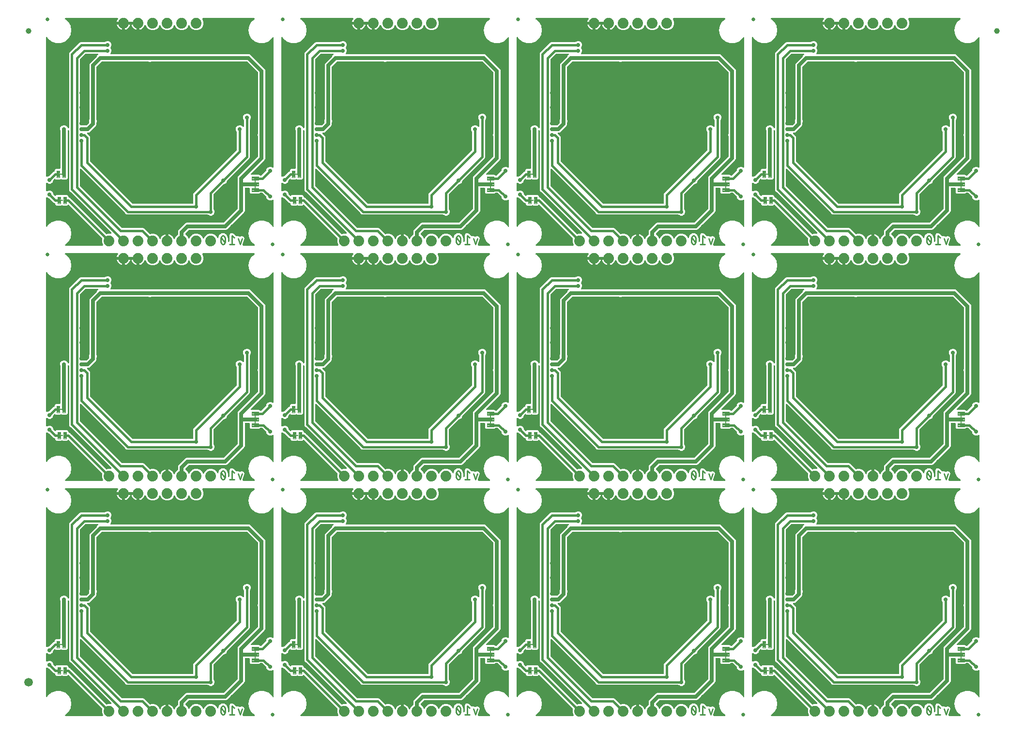
<source format=gbl>
G04 EAGLE Gerber RS-274X export*
G75*
%MOMM*%
%FSLAX34Y34*%
%LPD*%
%INBottom Copper*%
%IPPOS*%
%AMOC8*
5,1,8,0,0,1.08239X$1,22.5*%
G01*
%ADD10C,0.279400*%
%ADD11C,0.635000*%
%ADD12C,0.101600*%
%ADD13R,0.254000X0.406400*%
%ADD14R,0.406400X0.254000*%
%ADD15C,1.879600*%
%ADD16C,1.000000*%
%ADD17C,1.500000*%
%ADD18C,0.736600*%
%ADD19C,0.635000*%
%ADD20C,0.381000*%

G36*
X628768Y424196D02*
X628768Y424196D01*
X628887Y424203D01*
X628925Y424216D01*
X628965Y424221D01*
X629076Y424265D01*
X629189Y424301D01*
X629224Y424323D01*
X629261Y424338D01*
X629357Y424408D01*
X629458Y424471D01*
X629486Y424501D01*
X629519Y424525D01*
X629594Y424616D01*
X629676Y424703D01*
X629696Y424738D01*
X629721Y424770D01*
X629772Y424877D01*
X629830Y424982D01*
X629840Y425021D01*
X629857Y425057D01*
X629879Y425174D01*
X629909Y425289D01*
X629913Y425350D01*
X629917Y425370D01*
X629915Y425390D01*
X629919Y425450D01*
X629919Y435865D01*
X630176Y435825D01*
X631963Y435244D01*
X633637Y434391D01*
X635158Y433286D01*
X636486Y431958D01*
X637591Y430437D01*
X638444Y428763D01*
X638595Y428298D01*
X638608Y428271D01*
X638615Y428242D01*
X638675Y428128D01*
X638730Y428010D01*
X638749Y427987D01*
X638763Y427961D01*
X638850Y427865D01*
X638933Y427765D01*
X638957Y427748D01*
X638977Y427726D01*
X639086Y427654D01*
X639190Y427578D01*
X639218Y427567D01*
X639243Y427551D01*
X639366Y427509D01*
X639486Y427461D01*
X639516Y427457D01*
X639544Y427448D01*
X639673Y427437D01*
X639801Y427421D01*
X639831Y427425D01*
X639861Y427422D01*
X639989Y427445D01*
X640117Y427461D01*
X640145Y427472D01*
X640174Y427477D01*
X640292Y427530D01*
X640413Y427578D01*
X640437Y427595D01*
X640464Y427607D01*
X640565Y427688D01*
X640670Y427764D01*
X640689Y427787D01*
X640713Y427806D01*
X640791Y427910D01*
X640873Y428009D01*
X640886Y428036D01*
X640904Y428060D01*
X640975Y428205D01*
X642228Y431230D01*
X645730Y434732D01*
X645773Y434750D01*
X645798Y434764D01*
X645826Y434773D01*
X645936Y434843D01*
X646049Y434907D01*
X646070Y434928D01*
X646095Y434944D01*
X646184Y435038D01*
X646277Y435129D01*
X646293Y435154D01*
X646313Y435175D01*
X646376Y435289D01*
X646444Y435400D01*
X646452Y435428D01*
X646467Y435454D01*
X646499Y435580D01*
X646537Y435704D01*
X646539Y435733D01*
X646546Y435762D01*
X646556Y435922D01*
X646556Y440658D01*
X647504Y442945D01*
X659415Y454856D01*
X661702Y455804D01*
X725876Y455804D01*
X725974Y455816D01*
X726074Y455819D01*
X726132Y455836D01*
X726192Y455844D01*
X726284Y455880D01*
X726379Y455908D01*
X726431Y455938D01*
X726488Y455961D01*
X726568Y456019D01*
X726653Y456069D01*
X726728Y456135D01*
X726745Y456147D01*
X726753Y456157D01*
X726774Y456175D01*
X750325Y479726D01*
X750385Y479804D01*
X750453Y479877D01*
X750482Y479930D01*
X750519Y479977D01*
X750559Y480068D01*
X750607Y480155D01*
X750622Y480214D01*
X750646Y480269D01*
X750661Y480367D01*
X750686Y480463D01*
X750692Y480563D01*
X750696Y480583D01*
X750694Y480596D01*
X750696Y480624D01*
X750696Y534638D01*
X751644Y536925D01*
X785885Y571166D01*
X785945Y571244D01*
X786013Y571317D01*
X786042Y571370D01*
X786079Y571417D01*
X786119Y571508D01*
X786167Y571595D01*
X786182Y571654D01*
X786206Y571709D01*
X786221Y571807D01*
X786246Y571903D01*
X786252Y572003D01*
X786256Y572023D01*
X786254Y572036D01*
X786256Y572064D01*
X786256Y606782D01*
X786255Y606791D01*
X786256Y606800D01*
X786235Y606949D01*
X786216Y607098D01*
X786213Y607106D01*
X786212Y607115D01*
X786160Y607268D01*
X785748Y608261D01*
X785748Y610939D01*
X786160Y611932D01*
X786162Y611941D01*
X786167Y611949D01*
X786204Y612095D01*
X786244Y612239D01*
X786244Y612248D01*
X786246Y612257D01*
X786256Y612418D01*
X786256Y718256D01*
X786244Y718354D01*
X786241Y718454D01*
X786224Y718512D01*
X786216Y718572D01*
X786180Y718664D01*
X786152Y718759D01*
X786122Y718811D01*
X786099Y718868D01*
X786041Y718948D01*
X785991Y719033D01*
X785925Y719108D01*
X785913Y719125D01*
X785903Y719133D01*
X785885Y719154D01*
X767414Y737625D01*
X767336Y737685D01*
X767263Y737753D01*
X767210Y737782D01*
X767163Y737819D01*
X767072Y737859D01*
X766985Y737907D01*
X766926Y737922D01*
X766871Y737946D01*
X766773Y737961D01*
X766677Y737986D01*
X766577Y737992D01*
X766557Y737996D01*
X766544Y737994D01*
X766516Y737996D01*
X599718Y737996D01*
X599709Y737995D01*
X599699Y737996D01*
X599551Y737975D01*
X599402Y737956D01*
X599394Y737953D01*
X599385Y737952D01*
X599232Y737900D01*
X598239Y737488D01*
X595561Y737488D01*
X594568Y737900D01*
X594559Y737902D01*
X594551Y737907D01*
X594405Y737944D01*
X594261Y737984D01*
X594252Y737984D01*
X594243Y737986D01*
X594082Y737996D01*
X513644Y737996D01*
X513546Y737984D01*
X513446Y737981D01*
X513388Y737964D01*
X513328Y737956D01*
X513236Y737920D01*
X513141Y737892D01*
X513089Y737862D01*
X513032Y737839D01*
X512952Y737781D01*
X512867Y737731D01*
X512792Y737665D01*
X512775Y737653D01*
X512767Y737643D01*
X512746Y737625D01*
X504181Y729060D01*
X504121Y728982D01*
X504053Y728909D01*
X504024Y728856D01*
X503987Y728809D01*
X503947Y728718D01*
X503899Y728631D01*
X503884Y728572D01*
X503860Y728517D01*
X503845Y728419D01*
X503820Y728323D01*
X503814Y728223D01*
X503810Y728203D01*
X503812Y728190D01*
X503810Y728162D01*
X503810Y636548D01*
X503811Y636539D01*
X503810Y636529D01*
X503831Y636381D01*
X503850Y636232D01*
X503853Y636224D01*
X503854Y636215D01*
X503906Y636062D01*
X504318Y635069D01*
X504318Y632391D01*
X503906Y631398D01*
X503904Y631389D01*
X503899Y631381D01*
X503862Y631236D01*
X503822Y631091D01*
X503822Y631082D01*
X503820Y631073D01*
X503810Y630912D01*
X503810Y627412D01*
X502862Y625125D01*
X492221Y614484D01*
X489934Y613536D01*
X488734Y613536D01*
X488596Y613519D01*
X488457Y613506D01*
X488438Y613499D01*
X488418Y613496D01*
X488289Y613445D01*
X488158Y613398D01*
X488141Y613387D01*
X488122Y613379D01*
X488010Y613298D01*
X487895Y613220D01*
X487881Y613204D01*
X487865Y613193D01*
X487776Y613085D01*
X487684Y612981D01*
X487675Y612963D01*
X487662Y612948D01*
X487603Y612822D01*
X487540Y612698D01*
X487535Y612678D01*
X487527Y612660D01*
X487501Y612524D01*
X487470Y612388D01*
X487471Y612367D01*
X487467Y612348D01*
X487476Y612209D01*
X487480Y612070D01*
X487485Y612050D01*
X487487Y612030D01*
X487529Y611898D01*
X487568Y611764D01*
X487578Y611747D01*
X487585Y611728D01*
X487659Y611610D01*
X487730Y611490D01*
X487748Y611469D01*
X487755Y611459D01*
X487770Y611445D01*
X487836Y611370D01*
X490308Y608898D01*
X491880Y607326D01*
X492634Y605505D01*
X492634Y563918D01*
X492646Y563819D01*
X492649Y563720D01*
X492666Y563662D01*
X492674Y563602D01*
X492710Y563510D01*
X492738Y563415D01*
X492768Y563363D01*
X492791Y563306D01*
X492849Y563226D01*
X492899Y563141D01*
X492965Y563066D01*
X492977Y563049D01*
X492987Y563041D01*
X493005Y563020D01*
X566322Y489703D01*
X566400Y489643D01*
X566473Y489575D01*
X566526Y489546D01*
X566573Y489509D01*
X566664Y489469D01*
X566751Y489421D01*
X566810Y489406D01*
X566865Y489382D01*
X566963Y489367D01*
X567059Y489342D01*
X567159Y489336D01*
X567179Y489332D01*
X567192Y489334D01*
X567220Y489332D01*
X671957Y489332D01*
X672075Y489347D01*
X672194Y489354D01*
X672232Y489367D01*
X672273Y489372D01*
X672383Y489415D01*
X672496Y489452D01*
X672531Y489474D01*
X672568Y489489D01*
X672664Y489558D01*
X672765Y489622D01*
X672793Y489652D01*
X672826Y489675D01*
X672902Y489767D01*
X672983Y489854D01*
X673003Y489889D01*
X673028Y489920D01*
X673079Y490028D01*
X673137Y490132D01*
X673147Y490172D01*
X673164Y490208D01*
X673186Y490325D01*
X673216Y490440D01*
X673220Y490500D01*
X673224Y490520D01*
X673222Y490541D01*
X673226Y490601D01*
X673226Y505683D01*
X673980Y507504D01*
X675552Y509076D01*
X749055Y582578D01*
X749115Y582656D01*
X749183Y582729D01*
X749212Y582782D01*
X749249Y582829D01*
X749289Y582920D01*
X749337Y583007D01*
X749352Y583066D01*
X749376Y583121D01*
X749391Y583219D01*
X749416Y583315D01*
X749422Y583415D01*
X749426Y583435D01*
X749424Y583448D01*
X749426Y583476D01*
X749426Y614668D01*
X749414Y614766D01*
X749411Y614865D01*
X749394Y614923D01*
X749386Y614983D01*
X749350Y615075D01*
X749322Y615171D01*
X749292Y615223D01*
X749269Y615279D01*
X749211Y615359D01*
X749161Y615445D01*
X749095Y615520D01*
X749083Y615536D01*
X749073Y615544D01*
X749055Y615565D01*
X748673Y615947D01*
X747648Y618421D01*
X747648Y621099D01*
X748673Y623573D01*
X750567Y625467D01*
X753041Y626492D01*
X755719Y626492D01*
X758193Y625467D01*
X759960Y623701D01*
X760069Y623615D01*
X760176Y623527D01*
X760195Y623518D01*
X760211Y623506D01*
X760339Y623450D01*
X760464Y623391D01*
X760484Y623387D01*
X760503Y623379D01*
X760641Y623357D01*
X760777Y623331D01*
X760797Y623333D01*
X760817Y623329D01*
X760956Y623343D01*
X761094Y623351D01*
X761113Y623357D01*
X761133Y623359D01*
X761265Y623406D01*
X761396Y623449D01*
X761414Y623460D01*
X761433Y623467D01*
X761548Y623545D01*
X761665Y623619D01*
X761679Y623634D01*
X761696Y623645D01*
X761788Y623750D01*
X761883Y623851D01*
X761893Y623869D01*
X761906Y623884D01*
X761970Y624008D01*
X762037Y624129D01*
X762042Y624149D01*
X762051Y624167D01*
X762081Y624303D01*
X762116Y624437D01*
X762118Y624465D01*
X762121Y624477D01*
X762120Y624498D01*
X762126Y624598D01*
X762126Y634988D01*
X762114Y635086D01*
X762111Y635185D01*
X762094Y635243D01*
X762086Y635303D01*
X762050Y635395D01*
X762022Y635491D01*
X761992Y635543D01*
X761969Y635599D01*
X761911Y635679D01*
X761861Y635765D01*
X761795Y635840D01*
X761783Y635856D01*
X761773Y635864D01*
X761755Y635885D01*
X761373Y636267D01*
X760348Y638741D01*
X760348Y641419D01*
X761373Y643893D01*
X763267Y645787D01*
X765741Y646812D01*
X768419Y646812D01*
X770893Y645787D01*
X772787Y643893D01*
X773812Y641419D01*
X773812Y638741D01*
X772787Y636267D01*
X772405Y635885D01*
X772345Y635807D01*
X772277Y635735D01*
X772248Y635682D01*
X772211Y635634D01*
X772171Y635543D01*
X772123Y635456D01*
X772108Y635398D01*
X772084Y635342D01*
X772069Y635244D01*
X772044Y635149D01*
X772038Y635049D01*
X772034Y635028D01*
X772036Y635016D01*
X772034Y634988D01*
X772034Y570515D01*
X771280Y568694D01*
X732654Y530069D01*
X732594Y529991D01*
X732526Y529918D01*
X732497Y529865D01*
X732460Y529818D01*
X732420Y529727D01*
X732372Y529640D01*
X732357Y529581D01*
X732333Y529526D01*
X732318Y529428D01*
X732293Y529332D01*
X732287Y529232D01*
X732283Y529212D01*
X732285Y529199D01*
X732283Y529171D01*
X732283Y528632D01*
X731258Y526158D01*
X729364Y524264D01*
X726890Y523239D01*
X726351Y523239D01*
X726252Y523227D01*
X726153Y523224D01*
X726095Y523207D01*
X726035Y523199D01*
X725943Y523163D01*
X725848Y523135D01*
X725796Y523105D01*
X725739Y523082D01*
X725659Y523024D01*
X725574Y522974D01*
X725499Y522908D01*
X725482Y522896D01*
X725474Y522886D01*
X725453Y522868D01*
X708905Y506320D01*
X708845Y506242D01*
X708777Y506169D01*
X708748Y506116D01*
X708711Y506069D01*
X708671Y505978D01*
X708623Y505891D01*
X708608Y505832D01*
X708584Y505777D01*
X708569Y505679D01*
X708544Y505583D01*
X708538Y505483D01*
X708534Y505463D01*
X708536Y505450D01*
X708534Y505422D01*
X708534Y480072D01*
X708546Y479974D01*
X708549Y479875D01*
X708566Y479817D01*
X708574Y479757D01*
X708610Y479665D01*
X708638Y479569D01*
X708668Y479517D01*
X708691Y479461D01*
X708749Y479381D01*
X708799Y479295D01*
X708865Y479220D01*
X708877Y479204D01*
X708887Y479196D01*
X708905Y479175D01*
X709287Y478793D01*
X710312Y476319D01*
X710312Y473641D01*
X709287Y471167D01*
X707393Y469273D01*
X704919Y468248D01*
X702241Y468248D01*
X699767Y469273D01*
X699385Y469655D01*
X699307Y469715D01*
X699235Y469783D01*
X699182Y469812D01*
X699134Y469849D01*
X699043Y469889D01*
X698956Y469937D01*
X698898Y469952D01*
X698842Y469976D01*
X698744Y469991D01*
X698649Y470016D01*
X698549Y470022D01*
X698528Y470026D01*
X698516Y470024D01*
X698488Y470026D01*
X557815Y470026D01*
X555994Y470780D01*
X554422Y472352D01*
X477020Y549754D01*
X476928Y549826D01*
X476910Y549842D01*
X476900Y549848D01*
X476804Y549928D01*
X476785Y549936D01*
X476769Y549949D01*
X476641Y550004D01*
X476516Y550063D01*
X476496Y550067D01*
X476477Y550075D01*
X476339Y550097D01*
X476203Y550123D01*
X476183Y550122D01*
X476163Y550125D01*
X476024Y550112D01*
X475886Y550103D01*
X475867Y550097D01*
X475847Y550095D01*
X475715Y550048D01*
X475584Y550005D01*
X475566Y549994D01*
X475547Y549988D01*
X475432Y549910D01*
X475315Y549835D01*
X475301Y549820D01*
X475284Y549809D01*
X475192Y549705D01*
X475097Y549604D01*
X475087Y549586D01*
X475074Y549571D01*
X475010Y549447D01*
X474943Y549325D01*
X474938Y549305D01*
X474929Y549287D01*
X474899Y549152D01*
X474864Y549017D01*
X474862Y548989D01*
X474859Y548977D01*
X474860Y548957D01*
X474854Y548856D01*
X474854Y520738D01*
X474866Y520639D01*
X474869Y520540D01*
X474886Y520482D01*
X474894Y520422D01*
X474930Y520330D01*
X474958Y520235D01*
X474988Y520183D01*
X475011Y520126D01*
X475069Y520046D01*
X475119Y519961D01*
X475185Y519886D01*
X475197Y519869D01*
X475207Y519861D01*
X475225Y519840D01*
X547780Y447285D01*
X547858Y447225D01*
X547931Y447157D01*
X547984Y447128D01*
X548031Y447091D01*
X548122Y447051D01*
X548209Y447003D01*
X548268Y446988D01*
X548323Y446964D01*
X548421Y446949D01*
X548517Y446924D01*
X548617Y446918D01*
X548637Y446914D01*
X548650Y446916D01*
X548678Y446914D01*
X585185Y446914D01*
X587006Y446160D01*
X588578Y444588D01*
X596808Y436358D01*
X596831Y436340D01*
X596850Y436317D01*
X596956Y436243D01*
X597059Y436163D01*
X597086Y436151D01*
X597110Y436134D01*
X597232Y436088D01*
X597351Y436037D01*
X597380Y436032D01*
X597408Y436022D01*
X597537Y436007D01*
X597665Y435987D01*
X597694Y435990D01*
X597724Y435986D01*
X597852Y436004D01*
X597982Y436017D01*
X598009Y436027D01*
X598039Y436031D01*
X598191Y436083D01*
X599504Y436627D01*
X604456Y436627D01*
X609030Y434732D01*
X612532Y431230D01*
X613785Y428205D01*
X613800Y428179D01*
X613809Y428150D01*
X613879Y428041D01*
X613943Y427928D01*
X613964Y427907D01*
X613980Y427882D01*
X614074Y427793D01*
X614164Y427700D01*
X614190Y427684D01*
X614211Y427664D01*
X614325Y427601D01*
X614435Y427534D01*
X614464Y427525D01*
X614490Y427511D01*
X614615Y427478D01*
X614739Y427440D01*
X614769Y427439D01*
X614798Y427431D01*
X614928Y427431D01*
X615057Y427425D01*
X615086Y427431D01*
X615116Y427431D01*
X615241Y427463D01*
X615368Y427489D01*
X615395Y427502D01*
X615424Y427510D01*
X615537Y427572D01*
X615654Y427629D01*
X615677Y427648D01*
X615703Y427663D01*
X615797Y427751D01*
X615896Y427835D01*
X615913Y427860D01*
X615935Y427880D01*
X616004Y427989D01*
X616079Y428095D01*
X616090Y428123D01*
X616106Y428149D01*
X616165Y428298D01*
X616316Y428763D01*
X617169Y430437D01*
X618274Y431958D01*
X619602Y433286D01*
X621123Y434391D01*
X622797Y435244D01*
X624584Y435825D01*
X624841Y435865D01*
X624841Y425450D01*
X624856Y425332D01*
X624863Y425213D01*
X624876Y425175D01*
X624881Y425135D01*
X624924Y425024D01*
X624961Y424911D01*
X624983Y424877D01*
X624998Y424839D01*
X625068Y424743D01*
X625131Y424642D01*
X625161Y424614D01*
X625184Y424582D01*
X625276Y424506D01*
X625363Y424424D01*
X625398Y424405D01*
X625429Y424379D01*
X625537Y424328D01*
X625641Y424271D01*
X625681Y424260D01*
X625717Y424243D01*
X625834Y424221D01*
X625949Y424191D01*
X626010Y424187D01*
X626030Y424183D01*
X626050Y424185D01*
X626110Y424181D01*
X628650Y424181D01*
X628768Y424196D01*
G37*
G36*
X1451728Y835676D02*
X1451728Y835676D01*
X1451847Y835683D01*
X1451885Y835696D01*
X1451925Y835701D01*
X1452036Y835745D01*
X1452149Y835781D01*
X1452184Y835803D01*
X1452221Y835818D01*
X1452317Y835888D01*
X1452418Y835951D01*
X1452446Y835981D01*
X1452479Y836005D01*
X1452554Y836096D01*
X1452636Y836183D01*
X1452656Y836218D01*
X1452681Y836250D01*
X1452732Y836357D01*
X1452790Y836462D01*
X1452800Y836501D01*
X1452817Y836537D01*
X1452839Y836654D01*
X1452869Y836769D01*
X1452873Y836830D01*
X1452877Y836850D01*
X1452875Y836870D01*
X1452879Y836930D01*
X1452879Y847345D01*
X1453136Y847305D01*
X1454923Y846724D01*
X1456597Y845871D01*
X1458118Y844766D01*
X1459446Y843438D01*
X1460551Y841917D01*
X1461404Y840243D01*
X1461555Y839778D01*
X1461568Y839751D01*
X1461575Y839722D01*
X1461635Y839608D01*
X1461690Y839490D01*
X1461709Y839467D01*
X1461723Y839441D01*
X1461810Y839345D01*
X1461893Y839245D01*
X1461917Y839228D01*
X1461937Y839206D01*
X1462046Y839134D01*
X1462150Y839058D01*
X1462178Y839047D01*
X1462203Y839031D01*
X1462326Y838989D01*
X1462446Y838941D01*
X1462476Y838937D01*
X1462504Y838928D01*
X1462633Y838917D01*
X1462761Y838901D01*
X1462791Y838905D01*
X1462821Y838902D01*
X1462949Y838925D01*
X1463077Y838941D01*
X1463105Y838952D01*
X1463134Y838957D01*
X1463252Y839010D01*
X1463373Y839058D01*
X1463397Y839075D01*
X1463424Y839087D01*
X1463525Y839168D01*
X1463630Y839244D01*
X1463649Y839267D01*
X1463673Y839286D01*
X1463751Y839390D01*
X1463833Y839489D01*
X1463846Y839516D01*
X1463864Y839540D01*
X1463935Y839685D01*
X1465188Y842710D01*
X1468690Y846212D01*
X1468733Y846230D01*
X1468758Y846244D01*
X1468786Y846253D01*
X1468896Y846323D01*
X1469009Y846387D01*
X1469030Y846408D01*
X1469055Y846424D01*
X1469144Y846518D01*
X1469237Y846609D01*
X1469253Y846634D01*
X1469273Y846655D01*
X1469336Y846769D01*
X1469404Y846880D01*
X1469412Y846908D01*
X1469427Y846934D01*
X1469459Y847060D01*
X1469497Y847184D01*
X1469499Y847213D01*
X1469506Y847242D01*
X1469516Y847402D01*
X1469516Y852138D01*
X1470464Y854425D01*
X1482375Y866336D01*
X1484662Y867284D01*
X1548836Y867284D01*
X1548934Y867296D01*
X1549034Y867299D01*
X1549092Y867316D01*
X1549152Y867324D01*
X1549244Y867360D01*
X1549339Y867388D01*
X1549391Y867418D01*
X1549448Y867441D01*
X1549528Y867499D01*
X1549613Y867549D01*
X1549688Y867615D01*
X1549705Y867627D01*
X1549713Y867637D01*
X1549734Y867655D01*
X1573285Y891206D01*
X1573345Y891284D01*
X1573413Y891357D01*
X1573442Y891410D01*
X1573479Y891457D01*
X1573519Y891548D01*
X1573567Y891635D01*
X1573582Y891694D01*
X1573606Y891749D01*
X1573621Y891847D01*
X1573646Y891943D01*
X1573652Y892043D01*
X1573656Y892063D01*
X1573654Y892076D01*
X1573656Y892104D01*
X1573656Y946118D01*
X1574604Y948405D01*
X1608845Y982646D01*
X1608905Y982724D01*
X1608973Y982797D01*
X1609002Y982850D01*
X1609039Y982897D01*
X1609079Y982988D01*
X1609127Y983075D01*
X1609142Y983134D01*
X1609166Y983189D01*
X1609181Y983287D01*
X1609206Y983383D01*
X1609212Y983483D01*
X1609216Y983503D01*
X1609214Y983516D01*
X1609216Y983544D01*
X1609216Y1018262D01*
X1609215Y1018271D01*
X1609216Y1018280D01*
X1609195Y1018429D01*
X1609176Y1018578D01*
X1609173Y1018586D01*
X1609172Y1018595D01*
X1609120Y1018748D01*
X1608708Y1019741D01*
X1608708Y1022419D01*
X1609120Y1023412D01*
X1609122Y1023421D01*
X1609127Y1023429D01*
X1609164Y1023575D01*
X1609204Y1023719D01*
X1609204Y1023728D01*
X1609206Y1023737D01*
X1609216Y1023898D01*
X1609216Y1129736D01*
X1609204Y1129834D01*
X1609201Y1129934D01*
X1609184Y1129992D01*
X1609176Y1130052D01*
X1609140Y1130144D01*
X1609112Y1130239D01*
X1609082Y1130291D01*
X1609059Y1130348D01*
X1609001Y1130428D01*
X1608951Y1130513D01*
X1608885Y1130588D01*
X1608873Y1130605D01*
X1608863Y1130613D01*
X1608845Y1130634D01*
X1590374Y1149105D01*
X1590296Y1149165D01*
X1590223Y1149233D01*
X1590170Y1149262D01*
X1590123Y1149299D01*
X1590032Y1149339D01*
X1589945Y1149387D01*
X1589886Y1149402D01*
X1589831Y1149426D01*
X1589733Y1149441D01*
X1589637Y1149466D01*
X1589537Y1149472D01*
X1589517Y1149476D01*
X1589504Y1149474D01*
X1589476Y1149476D01*
X1422678Y1149476D01*
X1422669Y1149475D01*
X1422659Y1149476D01*
X1422511Y1149455D01*
X1422362Y1149436D01*
X1422354Y1149433D01*
X1422345Y1149432D01*
X1422192Y1149380D01*
X1421199Y1148968D01*
X1418521Y1148968D01*
X1417528Y1149380D01*
X1417519Y1149382D01*
X1417511Y1149387D01*
X1417365Y1149424D01*
X1417221Y1149464D01*
X1417212Y1149464D01*
X1417203Y1149466D01*
X1417042Y1149476D01*
X1336604Y1149476D01*
X1336506Y1149464D01*
X1336406Y1149461D01*
X1336348Y1149444D01*
X1336288Y1149436D01*
X1336196Y1149400D01*
X1336101Y1149372D01*
X1336049Y1149342D01*
X1335992Y1149319D01*
X1335912Y1149261D01*
X1335827Y1149211D01*
X1335752Y1149145D01*
X1335735Y1149133D01*
X1335727Y1149123D01*
X1335706Y1149105D01*
X1327141Y1140540D01*
X1327081Y1140462D01*
X1327013Y1140389D01*
X1326984Y1140336D01*
X1326947Y1140289D01*
X1326907Y1140198D01*
X1326859Y1140111D01*
X1326844Y1140052D01*
X1326820Y1139997D01*
X1326805Y1139899D01*
X1326780Y1139803D01*
X1326774Y1139703D01*
X1326770Y1139683D01*
X1326772Y1139670D01*
X1326770Y1139642D01*
X1326770Y1048028D01*
X1326771Y1048019D01*
X1326770Y1048009D01*
X1326791Y1047861D01*
X1326810Y1047712D01*
X1326813Y1047704D01*
X1326814Y1047695D01*
X1326866Y1047542D01*
X1327278Y1046549D01*
X1327278Y1043871D01*
X1326866Y1042878D01*
X1326864Y1042869D01*
X1326859Y1042861D01*
X1326822Y1042716D01*
X1326782Y1042571D01*
X1326782Y1042562D01*
X1326780Y1042553D01*
X1326770Y1042392D01*
X1326770Y1038892D01*
X1325822Y1036605D01*
X1315181Y1025964D01*
X1312894Y1025016D01*
X1311694Y1025016D01*
X1311556Y1024999D01*
X1311417Y1024986D01*
X1311398Y1024979D01*
X1311378Y1024976D01*
X1311249Y1024925D01*
X1311118Y1024878D01*
X1311101Y1024867D01*
X1311082Y1024859D01*
X1310970Y1024778D01*
X1310855Y1024700D01*
X1310841Y1024684D01*
X1310825Y1024673D01*
X1310736Y1024565D01*
X1310644Y1024461D01*
X1310635Y1024443D01*
X1310622Y1024428D01*
X1310563Y1024302D01*
X1310500Y1024178D01*
X1310495Y1024158D01*
X1310487Y1024140D01*
X1310461Y1024004D01*
X1310430Y1023868D01*
X1310431Y1023847D01*
X1310427Y1023828D01*
X1310436Y1023689D01*
X1310440Y1023550D01*
X1310445Y1023530D01*
X1310447Y1023510D01*
X1310489Y1023378D01*
X1310528Y1023244D01*
X1310538Y1023227D01*
X1310545Y1023208D01*
X1310619Y1023090D01*
X1310690Y1022970D01*
X1310708Y1022949D01*
X1310715Y1022939D01*
X1310730Y1022925D01*
X1310796Y1022850D01*
X1313268Y1020378D01*
X1314840Y1018806D01*
X1315594Y1016985D01*
X1315594Y975398D01*
X1315606Y975299D01*
X1315609Y975200D01*
X1315626Y975142D01*
X1315634Y975082D01*
X1315670Y974990D01*
X1315698Y974895D01*
X1315728Y974843D01*
X1315751Y974786D01*
X1315809Y974706D01*
X1315859Y974621D01*
X1315925Y974546D01*
X1315937Y974529D01*
X1315947Y974521D01*
X1315965Y974500D01*
X1389282Y901183D01*
X1389360Y901123D01*
X1389433Y901055D01*
X1389486Y901026D01*
X1389533Y900989D01*
X1389624Y900949D01*
X1389711Y900901D01*
X1389770Y900886D01*
X1389825Y900862D01*
X1389923Y900847D01*
X1390019Y900822D01*
X1390119Y900816D01*
X1390139Y900812D01*
X1390152Y900814D01*
X1390180Y900812D01*
X1494917Y900812D01*
X1495035Y900827D01*
X1495154Y900834D01*
X1495192Y900847D01*
X1495233Y900852D01*
X1495343Y900895D01*
X1495456Y900932D01*
X1495491Y900954D01*
X1495528Y900969D01*
X1495624Y901038D01*
X1495725Y901102D01*
X1495753Y901132D01*
X1495786Y901155D01*
X1495862Y901247D01*
X1495943Y901334D01*
X1495963Y901369D01*
X1495988Y901400D01*
X1496039Y901508D01*
X1496097Y901612D01*
X1496107Y901652D01*
X1496124Y901688D01*
X1496146Y901805D01*
X1496176Y901920D01*
X1496180Y901980D01*
X1496184Y902000D01*
X1496182Y902021D01*
X1496186Y902081D01*
X1496186Y917163D01*
X1496940Y918984D01*
X1498512Y920556D01*
X1572015Y994058D01*
X1572075Y994136D01*
X1572143Y994209D01*
X1572172Y994262D01*
X1572209Y994309D01*
X1572249Y994400D01*
X1572297Y994487D01*
X1572312Y994546D01*
X1572336Y994601D01*
X1572351Y994699D01*
X1572376Y994795D01*
X1572382Y994895D01*
X1572386Y994915D01*
X1572384Y994928D01*
X1572386Y994956D01*
X1572386Y1026148D01*
X1572374Y1026246D01*
X1572371Y1026345D01*
X1572354Y1026403D01*
X1572346Y1026463D01*
X1572310Y1026555D01*
X1572282Y1026651D01*
X1572252Y1026703D01*
X1572229Y1026759D01*
X1572171Y1026839D01*
X1572121Y1026925D01*
X1572055Y1027000D01*
X1572043Y1027016D01*
X1572033Y1027024D01*
X1572015Y1027045D01*
X1571633Y1027427D01*
X1570608Y1029901D01*
X1570608Y1032579D01*
X1571633Y1035053D01*
X1573527Y1036947D01*
X1576001Y1037972D01*
X1578679Y1037972D01*
X1581153Y1036947D01*
X1582920Y1035181D01*
X1583029Y1035095D01*
X1583136Y1035007D01*
X1583155Y1034998D01*
X1583171Y1034986D01*
X1583299Y1034930D01*
X1583424Y1034871D01*
X1583444Y1034867D01*
X1583463Y1034859D01*
X1583601Y1034837D01*
X1583737Y1034811D01*
X1583757Y1034813D01*
X1583777Y1034809D01*
X1583916Y1034823D01*
X1584054Y1034831D01*
X1584073Y1034837D01*
X1584093Y1034839D01*
X1584225Y1034886D01*
X1584356Y1034929D01*
X1584374Y1034940D01*
X1584393Y1034947D01*
X1584508Y1035025D01*
X1584625Y1035099D01*
X1584639Y1035114D01*
X1584656Y1035125D01*
X1584748Y1035230D01*
X1584843Y1035331D01*
X1584853Y1035349D01*
X1584866Y1035364D01*
X1584930Y1035488D01*
X1584997Y1035609D01*
X1585002Y1035629D01*
X1585011Y1035647D01*
X1585041Y1035783D01*
X1585076Y1035917D01*
X1585078Y1035945D01*
X1585081Y1035957D01*
X1585080Y1035978D01*
X1585086Y1036078D01*
X1585086Y1046468D01*
X1585074Y1046566D01*
X1585071Y1046665D01*
X1585054Y1046723D01*
X1585046Y1046783D01*
X1585010Y1046875D01*
X1584982Y1046971D01*
X1584952Y1047023D01*
X1584929Y1047079D01*
X1584871Y1047159D01*
X1584821Y1047245D01*
X1584755Y1047320D01*
X1584743Y1047336D01*
X1584733Y1047344D01*
X1584715Y1047365D01*
X1584333Y1047747D01*
X1583308Y1050221D01*
X1583308Y1052899D01*
X1584333Y1055373D01*
X1586227Y1057267D01*
X1588701Y1058292D01*
X1591379Y1058292D01*
X1593853Y1057267D01*
X1595747Y1055373D01*
X1596772Y1052899D01*
X1596772Y1050221D01*
X1595747Y1047747D01*
X1595365Y1047365D01*
X1595305Y1047287D01*
X1595237Y1047215D01*
X1595208Y1047162D01*
X1595171Y1047114D01*
X1595131Y1047023D01*
X1595083Y1046936D01*
X1595068Y1046878D01*
X1595044Y1046822D01*
X1595029Y1046724D01*
X1595004Y1046629D01*
X1594998Y1046529D01*
X1594994Y1046508D01*
X1594996Y1046496D01*
X1594994Y1046468D01*
X1594994Y981995D01*
X1594240Y980174D01*
X1555614Y941549D01*
X1555554Y941471D01*
X1555486Y941398D01*
X1555457Y941345D01*
X1555420Y941298D01*
X1555380Y941207D01*
X1555332Y941120D01*
X1555317Y941061D01*
X1555293Y941006D01*
X1555278Y940908D01*
X1555253Y940812D01*
X1555247Y940712D01*
X1555243Y940692D01*
X1555245Y940679D01*
X1555243Y940651D01*
X1555243Y940112D01*
X1554218Y937638D01*
X1552324Y935744D01*
X1549850Y934719D01*
X1549311Y934719D01*
X1549212Y934707D01*
X1549113Y934704D01*
X1549055Y934687D01*
X1548995Y934679D01*
X1548903Y934643D01*
X1548808Y934615D01*
X1548756Y934585D01*
X1548699Y934562D01*
X1548619Y934504D01*
X1548534Y934454D01*
X1548459Y934388D01*
X1548442Y934376D01*
X1548434Y934366D01*
X1548413Y934348D01*
X1531865Y917800D01*
X1531805Y917722D01*
X1531737Y917649D01*
X1531708Y917596D01*
X1531671Y917549D01*
X1531631Y917458D01*
X1531583Y917371D01*
X1531568Y917312D01*
X1531544Y917257D01*
X1531529Y917159D01*
X1531504Y917063D01*
X1531498Y916963D01*
X1531494Y916943D01*
X1531496Y916930D01*
X1531494Y916902D01*
X1531494Y891552D01*
X1531506Y891454D01*
X1531509Y891355D01*
X1531526Y891297D01*
X1531534Y891237D01*
X1531570Y891145D01*
X1531598Y891049D01*
X1531628Y890997D01*
X1531651Y890941D01*
X1531709Y890861D01*
X1531759Y890775D01*
X1531825Y890700D01*
X1531837Y890684D01*
X1531847Y890676D01*
X1531865Y890655D01*
X1532247Y890273D01*
X1533272Y887799D01*
X1533272Y885121D01*
X1532247Y882647D01*
X1530353Y880753D01*
X1527879Y879728D01*
X1525201Y879728D01*
X1522727Y880753D01*
X1522345Y881135D01*
X1522267Y881195D01*
X1522195Y881263D01*
X1522142Y881292D01*
X1522094Y881329D01*
X1522003Y881369D01*
X1521916Y881417D01*
X1521858Y881432D01*
X1521802Y881456D01*
X1521704Y881471D01*
X1521609Y881496D01*
X1521509Y881502D01*
X1521488Y881506D01*
X1521476Y881504D01*
X1521448Y881506D01*
X1380775Y881506D01*
X1378954Y882260D01*
X1377382Y883832D01*
X1299980Y961234D01*
X1299888Y961306D01*
X1299870Y961322D01*
X1299860Y961328D01*
X1299764Y961408D01*
X1299745Y961416D01*
X1299729Y961429D01*
X1299601Y961484D01*
X1299476Y961543D01*
X1299456Y961547D01*
X1299437Y961555D01*
X1299299Y961577D01*
X1299163Y961603D01*
X1299143Y961602D01*
X1299123Y961605D01*
X1298984Y961592D01*
X1298846Y961583D01*
X1298827Y961577D01*
X1298807Y961575D01*
X1298675Y961528D01*
X1298544Y961485D01*
X1298526Y961474D01*
X1298507Y961468D01*
X1298392Y961390D01*
X1298275Y961315D01*
X1298261Y961300D01*
X1298244Y961289D01*
X1298152Y961185D01*
X1298057Y961084D01*
X1298047Y961066D01*
X1298034Y961051D01*
X1297970Y960927D01*
X1297903Y960805D01*
X1297898Y960785D01*
X1297889Y960767D01*
X1297859Y960632D01*
X1297824Y960497D01*
X1297822Y960469D01*
X1297819Y960457D01*
X1297820Y960437D01*
X1297814Y960336D01*
X1297814Y932218D01*
X1297826Y932119D01*
X1297829Y932020D01*
X1297846Y931962D01*
X1297854Y931902D01*
X1297890Y931810D01*
X1297918Y931715D01*
X1297948Y931663D01*
X1297971Y931606D01*
X1298029Y931526D01*
X1298079Y931441D01*
X1298145Y931366D01*
X1298157Y931349D01*
X1298167Y931341D01*
X1298185Y931320D01*
X1370740Y858765D01*
X1370818Y858705D01*
X1370891Y858637D01*
X1370944Y858608D01*
X1370991Y858571D01*
X1371082Y858531D01*
X1371169Y858483D01*
X1371228Y858468D01*
X1371283Y858444D01*
X1371381Y858429D01*
X1371477Y858404D01*
X1371577Y858398D01*
X1371597Y858394D01*
X1371610Y858396D01*
X1371638Y858394D01*
X1408145Y858394D01*
X1409966Y857640D01*
X1411538Y856068D01*
X1419768Y847838D01*
X1419791Y847820D01*
X1419810Y847797D01*
X1419916Y847723D01*
X1420019Y847643D01*
X1420046Y847631D01*
X1420070Y847614D01*
X1420192Y847568D01*
X1420311Y847517D01*
X1420340Y847512D01*
X1420368Y847502D01*
X1420497Y847487D01*
X1420625Y847467D01*
X1420654Y847470D01*
X1420684Y847466D01*
X1420812Y847484D01*
X1420942Y847497D01*
X1420969Y847507D01*
X1420999Y847511D01*
X1421151Y847563D01*
X1422464Y848107D01*
X1427416Y848107D01*
X1431990Y846212D01*
X1435492Y842710D01*
X1436745Y839685D01*
X1436760Y839659D01*
X1436769Y839630D01*
X1436839Y839521D01*
X1436903Y839408D01*
X1436924Y839387D01*
X1436940Y839362D01*
X1437034Y839273D01*
X1437124Y839180D01*
X1437150Y839164D01*
X1437171Y839144D01*
X1437285Y839081D01*
X1437395Y839014D01*
X1437424Y839005D01*
X1437450Y838991D01*
X1437575Y838958D01*
X1437699Y838920D01*
X1437729Y838919D01*
X1437758Y838911D01*
X1437888Y838911D01*
X1438017Y838905D01*
X1438046Y838911D01*
X1438076Y838911D01*
X1438201Y838943D01*
X1438328Y838969D01*
X1438355Y838982D01*
X1438384Y838990D01*
X1438497Y839052D01*
X1438614Y839109D01*
X1438637Y839128D01*
X1438663Y839143D01*
X1438757Y839231D01*
X1438856Y839315D01*
X1438873Y839340D01*
X1438895Y839360D01*
X1438964Y839469D01*
X1439039Y839575D01*
X1439050Y839603D01*
X1439066Y839629D01*
X1439125Y839778D01*
X1439276Y840243D01*
X1440129Y841917D01*
X1441234Y843438D01*
X1442562Y844766D01*
X1444083Y845871D01*
X1445757Y846724D01*
X1447544Y847305D01*
X1447801Y847345D01*
X1447801Y836930D01*
X1447816Y836812D01*
X1447823Y836693D01*
X1447836Y836655D01*
X1447841Y836615D01*
X1447884Y836504D01*
X1447921Y836391D01*
X1447943Y836357D01*
X1447958Y836319D01*
X1448028Y836223D01*
X1448091Y836122D01*
X1448121Y836094D01*
X1448144Y836062D01*
X1448236Y835986D01*
X1448323Y835904D01*
X1448358Y835885D01*
X1448389Y835859D01*
X1448497Y835808D01*
X1448601Y835751D01*
X1448641Y835740D01*
X1448677Y835723D01*
X1448794Y835701D01*
X1448909Y835671D01*
X1448970Y835667D01*
X1448990Y835663D01*
X1449010Y835665D01*
X1449070Y835661D01*
X1451610Y835661D01*
X1451728Y835676D01*
G37*
G36*
X628768Y835676D02*
X628768Y835676D01*
X628887Y835683D01*
X628925Y835696D01*
X628965Y835701D01*
X629076Y835745D01*
X629189Y835781D01*
X629224Y835803D01*
X629261Y835818D01*
X629357Y835888D01*
X629458Y835951D01*
X629486Y835981D01*
X629519Y836005D01*
X629594Y836096D01*
X629676Y836183D01*
X629696Y836218D01*
X629721Y836250D01*
X629772Y836357D01*
X629830Y836462D01*
X629840Y836501D01*
X629857Y836537D01*
X629879Y836654D01*
X629909Y836769D01*
X629913Y836830D01*
X629917Y836850D01*
X629915Y836870D01*
X629919Y836930D01*
X629919Y847345D01*
X630176Y847305D01*
X631963Y846724D01*
X633637Y845871D01*
X635158Y844766D01*
X636486Y843438D01*
X637591Y841917D01*
X638444Y840243D01*
X638595Y839778D01*
X638608Y839751D01*
X638615Y839722D01*
X638675Y839608D01*
X638730Y839490D01*
X638749Y839467D01*
X638763Y839441D01*
X638850Y839345D01*
X638933Y839245D01*
X638957Y839228D01*
X638977Y839206D01*
X639086Y839134D01*
X639190Y839058D01*
X639218Y839047D01*
X639243Y839031D01*
X639366Y838989D01*
X639486Y838941D01*
X639516Y838937D01*
X639544Y838928D01*
X639673Y838917D01*
X639801Y838901D01*
X639831Y838905D01*
X639861Y838902D01*
X639989Y838925D01*
X640117Y838941D01*
X640145Y838952D01*
X640174Y838957D01*
X640292Y839010D01*
X640413Y839058D01*
X640437Y839075D01*
X640464Y839087D01*
X640565Y839168D01*
X640670Y839244D01*
X640689Y839267D01*
X640713Y839286D01*
X640791Y839390D01*
X640873Y839489D01*
X640886Y839516D01*
X640904Y839540D01*
X640975Y839685D01*
X642228Y842710D01*
X645730Y846212D01*
X645773Y846230D01*
X645798Y846244D01*
X645826Y846253D01*
X645936Y846323D01*
X646049Y846387D01*
X646070Y846408D01*
X646095Y846424D01*
X646184Y846518D01*
X646277Y846609D01*
X646293Y846634D01*
X646313Y846655D01*
X646376Y846769D01*
X646444Y846880D01*
X646452Y846908D01*
X646467Y846934D01*
X646499Y847060D01*
X646537Y847184D01*
X646539Y847213D01*
X646546Y847242D01*
X646556Y847402D01*
X646556Y852138D01*
X647504Y854425D01*
X659415Y866336D01*
X661702Y867284D01*
X725876Y867284D01*
X725974Y867296D01*
X726074Y867299D01*
X726132Y867316D01*
X726192Y867324D01*
X726284Y867360D01*
X726379Y867388D01*
X726431Y867418D01*
X726488Y867441D01*
X726568Y867499D01*
X726653Y867549D01*
X726728Y867615D01*
X726745Y867627D01*
X726753Y867637D01*
X726774Y867655D01*
X750325Y891206D01*
X750385Y891284D01*
X750453Y891357D01*
X750482Y891410D01*
X750519Y891457D01*
X750559Y891548D01*
X750607Y891635D01*
X750622Y891694D01*
X750646Y891749D01*
X750661Y891847D01*
X750686Y891943D01*
X750692Y892043D01*
X750696Y892063D01*
X750694Y892076D01*
X750696Y892104D01*
X750696Y946118D01*
X751644Y948405D01*
X785885Y982646D01*
X785945Y982724D01*
X786013Y982797D01*
X786042Y982850D01*
X786079Y982897D01*
X786119Y982988D01*
X786167Y983075D01*
X786182Y983134D01*
X786206Y983189D01*
X786221Y983287D01*
X786246Y983383D01*
X786252Y983483D01*
X786256Y983503D01*
X786254Y983516D01*
X786256Y983544D01*
X786256Y1018262D01*
X786255Y1018271D01*
X786256Y1018280D01*
X786235Y1018429D01*
X786216Y1018578D01*
X786213Y1018586D01*
X786212Y1018595D01*
X786160Y1018748D01*
X785748Y1019741D01*
X785748Y1022419D01*
X786160Y1023412D01*
X786162Y1023421D01*
X786167Y1023429D01*
X786204Y1023575D01*
X786244Y1023719D01*
X786244Y1023728D01*
X786246Y1023737D01*
X786256Y1023898D01*
X786256Y1129736D01*
X786244Y1129834D01*
X786241Y1129934D01*
X786224Y1129992D01*
X786216Y1130052D01*
X786180Y1130144D01*
X786152Y1130239D01*
X786122Y1130291D01*
X786099Y1130348D01*
X786041Y1130428D01*
X785991Y1130513D01*
X785925Y1130588D01*
X785913Y1130605D01*
X785903Y1130613D01*
X785885Y1130634D01*
X767414Y1149105D01*
X767336Y1149165D01*
X767263Y1149233D01*
X767210Y1149262D01*
X767163Y1149299D01*
X767072Y1149339D01*
X766985Y1149387D01*
X766926Y1149402D01*
X766871Y1149426D01*
X766773Y1149441D01*
X766677Y1149466D01*
X766577Y1149472D01*
X766557Y1149476D01*
X766544Y1149474D01*
X766516Y1149476D01*
X599718Y1149476D01*
X599709Y1149475D01*
X599699Y1149476D01*
X599551Y1149455D01*
X599402Y1149436D01*
X599394Y1149433D01*
X599385Y1149432D01*
X599232Y1149380D01*
X598239Y1148968D01*
X595561Y1148968D01*
X594568Y1149380D01*
X594559Y1149382D01*
X594551Y1149387D01*
X594405Y1149424D01*
X594261Y1149464D01*
X594252Y1149464D01*
X594243Y1149466D01*
X594082Y1149476D01*
X513644Y1149476D01*
X513546Y1149464D01*
X513446Y1149461D01*
X513388Y1149444D01*
X513328Y1149436D01*
X513236Y1149400D01*
X513141Y1149372D01*
X513089Y1149342D01*
X513032Y1149319D01*
X512952Y1149261D01*
X512867Y1149211D01*
X512792Y1149145D01*
X512775Y1149133D01*
X512767Y1149123D01*
X512746Y1149105D01*
X504181Y1140540D01*
X504121Y1140462D01*
X504053Y1140389D01*
X504024Y1140336D01*
X503987Y1140289D01*
X503947Y1140198D01*
X503899Y1140111D01*
X503884Y1140052D01*
X503860Y1139997D01*
X503845Y1139899D01*
X503820Y1139803D01*
X503814Y1139703D01*
X503810Y1139683D01*
X503812Y1139670D01*
X503810Y1139642D01*
X503810Y1048028D01*
X503811Y1048019D01*
X503810Y1048009D01*
X503831Y1047861D01*
X503850Y1047712D01*
X503853Y1047704D01*
X503854Y1047695D01*
X503906Y1047542D01*
X504318Y1046549D01*
X504318Y1043871D01*
X503906Y1042878D01*
X503904Y1042869D01*
X503899Y1042861D01*
X503862Y1042716D01*
X503822Y1042571D01*
X503822Y1042562D01*
X503820Y1042553D01*
X503810Y1042392D01*
X503810Y1038892D01*
X502862Y1036605D01*
X492221Y1025964D01*
X489934Y1025016D01*
X488734Y1025016D01*
X488596Y1024999D01*
X488457Y1024986D01*
X488438Y1024979D01*
X488418Y1024976D01*
X488289Y1024925D01*
X488158Y1024878D01*
X488141Y1024867D01*
X488122Y1024859D01*
X488010Y1024778D01*
X487895Y1024700D01*
X487881Y1024684D01*
X487865Y1024673D01*
X487776Y1024565D01*
X487684Y1024461D01*
X487675Y1024443D01*
X487662Y1024428D01*
X487603Y1024302D01*
X487540Y1024178D01*
X487535Y1024158D01*
X487527Y1024140D01*
X487501Y1024004D01*
X487470Y1023868D01*
X487471Y1023847D01*
X487467Y1023828D01*
X487476Y1023689D01*
X487480Y1023550D01*
X487485Y1023530D01*
X487487Y1023510D01*
X487529Y1023378D01*
X487568Y1023244D01*
X487578Y1023227D01*
X487585Y1023208D01*
X487659Y1023090D01*
X487730Y1022970D01*
X487748Y1022949D01*
X487755Y1022939D01*
X487770Y1022925D01*
X487836Y1022850D01*
X490308Y1020378D01*
X491880Y1018806D01*
X492634Y1016985D01*
X492634Y975398D01*
X492646Y975299D01*
X492649Y975200D01*
X492666Y975142D01*
X492674Y975082D01*
X492710Y974990D01*
X492738Y974895D01*
X492768Y974843D01*
X492791Y974786D01*
X492849Y974706D01*
X492899Y974621D01*
X492965Y974546D01*
X492977Y974529D01*
X492987Y974521D01*
X493005Y974500D01*
X566322Y901183D01*
X566400Y901123D01*
X566473Y901055D01*
X566526Y901026D01*
X566573Y900989D01*
X566664Y900949D01*
X566751Y900901D01*
X566810Y900886D01*
X566865Y900862D01*
X566963Y900847D01*
X567059Y900822D01*
X567159Y900816D01*
X567179Y900812D01*
X567192Y900814D01*
X567220Y900812D01*
X671957Y900812D01*
X672075Y900827D01*
X672194Y900834D01*
X672232Y900847D01*
X672273Y900852D01*
X672383Y900895D01*
X672496Y900932D01*
X672531Y900954D01*
X672568Y900969D01*
X672664Y901038D01*
X672765Y901102D01*
X672793Y901132D01*
X672826Y901155D01*
X672902Y901247D01*
X672983Y901334D01*
X673003Y901369D01*
X673028Y901400D01*
X673079Y901508D01*
X673137Y901612D01*
X673147Y901652D01*
X673164Y901688D01*
X673186Y901805D01*
X673216Y901920D01*
X673220Y901980D01*
X673224Y902000D01*
X673222Y902021D01*
X673226Y902081D01*
X673226Y917163D01*
X673980Y918984D01*
X675552Y920556D01*
X749055Y994058D01*
X749115Y994136D01*
X749183Y994209D01*
X749212Y994262D01*
X749249Y994309D01*
X749289Y994400D01*
X749337Y994487D01*
X749352Y994546D01*
X749376Y994601D01*
X749391Y994699D01*
X749416Y994795D01*
X749422Y994895D01*
X749426Y994915D01*
X749424Y994928D01*
X749426Y994956D01*
X749426Y1026148D01*
X749414Y1026246D01*
X749411Y1026345D01*
X749394Y1026403D01*
X749386Y1026463D01*
X749350Y1026555D01*
X749322Y1026651D01*
X749292Y1026703D01*
X749269Y1026759D01*
X749211Y1026839D01*
X749161Y1026925D01*
X749095Y1027000D01*
X749083Y1027016D01*
X749073Y1027024D01*
X749055Y1027045D01*
X748673Y1027427D01*
X747648Y1029901D01*
X747648Y1032579D01*
X748673Y1035053D01*
X750567Y1036947D01*
X753041Y1037972D01*
X755719Y1037972D01*
X758193Y1036947D01*
X759960Y1035181D01*
X760069Y1035095D01*
X760176Y1035007D01*
X760195Y1034998D01*
X760211Y1034986D01*
X760339Y1034930D01*
X760464Y1034871D01*
X760484Y1034867D01*
X760503Y1034859D01*
X760641Y1034837D01*
X760777Y1034811D01*
X760797Y1034813D01*
X760817Y1034809D01*
X760956Y1034823D01*
X761094Y1034831D01*
X761113Y1034837D01*
X761133Y1034839D01*
X761265Y1034886D01*
X761396Y1034929D01*
X761414Y1034940D01*
X761433Y1034947D01*
X761548Y1035025D01*
X761665Y1035099D01*
X761679Y1035114D01*
X761696Y1035125D01*
X761788Y1035230D01*
X761883Y1035331D01*
X761893Y1035349D01*
X761906Y1035364D01*
X761970Y1035488D01*
X762037Y1035609D01*
X762042Y1035629D01*
X762051Y1035647D01*
X762081Y1035783D01*
X762116Y1035917D01*
X762118Y1035945D01*
X762121Y1035957D01*
X762120Y1035978D01*
X762126Y1036078D01*
X762126Y1046468D01*
X762114Y1046566D01*
X762111Y1046665D01*
X762094Y1046723D01*
X762086Y1046783D01*
X762050Y1046875D01*
X762022Y1046971D01*
X761992Y1047023D01*
X761969Y1047079D01*
X761911Y1047159D01*
X761861Y1047245D01*
X761795Y1047320D01*
X761783Y1047336D01*
X761773Y1047344D01*
X761755Y1047365D01*
X761373Y1047747D01*
X760348Y1050221D01*
X760348Y1052899D01*
X761373Y1055373D01*
X763267Y1057267D01*
X765741Y1058292D01*
X768419Y1058292D01*
X770893Y1057267D01*
X772787Y1055373D01*
X773812Y1052899D01*
X773812Y1050221D01*
X772787Y1047747D01*
X772405Y1047365D01*
X772345Y1047287D01*
X772277Y1047215D01*
X772248Y1047162D01*
X772211Y1047114D01*
X772171Y1047023D01*
X772123Y1046936D01*
X772108Y1046878D01*
X772084Y1046822D01*
X772069Y1046724D01*
X772044Y1046629D01*
X772038Y1046529D01*
X772034Y1046508D01*
X772036Y1046496D01*
X772034Y1046468D01*
X772034Y981995D01*
X771280Y980174D01*
X732654Y941549D01*
X732594Y941471D01*
X732526Y941398D01*
X732497Y941345D01*
X732460Y941298D01*
X732420Y941207D01*
X732372Y941120D01*
X732357Y941061D01*
X732333Y941006D01*
X732318Y940908D01*
X732293Y940812D01*
X732287Y940712D01*
X732283Y940692D01*
X732285Y940679D01*
X732283Y940651D01*
X732283Y940112D01*
X731258Y937638D01*
X729364Y935744D01*
X726890Y934719D01*
X726351Y934719D01*
X726252Y934707D01*
X726153Y934704D01*
X726095Y934687D01*
X726035Y934679D01*
X725943Y934643D01*
X725848Y934615D01*
X725796Y934585D01*
X725739Y934562D01*
X725659Y934504D01*
X725574Y934454D01*
X725499Y934388D01*
X725482Y934376D01*
X725474Y934366D01*
X725453Y934348D01*
X708905Y917800D01*
X708845Y917722D01*
X708777Y917649D01*
X708748Y917596D01*
X708711Y917549D01*
X708671Y917458D01*
X708623Y917371D01*
X708608Y917312D01*
X708584Y917257D01*
X708569Y917159D01*
X708544Y917063D01*
X708538Y916963D01*
X708534Y916943D01*
X708536Y916930D01*
X708534Y916902D01*
X708534Y891552D01*
X708546Y891454D01*
X708549Y891355D01*
X708566Y891297D01*
X708574Y891237D01*
X708610Y891145D01*
X708638Y891049D01*
X708668Y890997D01*
X708691Y890941D01*
X708749Y890861D01*
X708799Y890775D01*
X708865Y890700D01*
X708877Y890684D01*
X708887Y890676D01*
X708905Y890655D01*
X709287Y890273D01*
X710312Y887799D01*
X710312Y885121D01*
X709287Y882647D01*
X707393Y880753D01*
X704919Y879728D01*
X702241Y879728D01*
X699767Y880753D01*
X699385Y881135D01*
X699307Y881195D01*
X699235Y881263D01*
X699182Y881292D01*
X699134Y881329D01*
X699043Y881369D01*
X698956Y881417D01*
X698898Y881432D01*
X698842Y881456D01*
X698744Y881471D01*
X698649Y881496D01*
X698549Y881502D01*
X698528Y881506D01*
X698516Y881504D01*
X698488Y881506D01*
X557815Y881506D01*
X555994Y882260D01*
X554422Y883832D01*
X477020Y961234D01*
X476928Y961306D01*
X476910Y961322D01*
X476900Y961328D01*
X476804Y961408D01*
X476785Y961416D01*
X476769Y961429D01*
X476641Y961484D01*
X476516Y961543D01*
X476496Y961547D01*
X476477Y961555D01*
X476339Y961577D01*
X476203Y961603D01*
X476183Y961602D01*
X476163Y961605D01*
X476024Y961592D01*
X475886Y961583D01*
X475867Y961577D01*
X475847Y961575D01*
X475715Y961528D01*
X475584Y961485D01*
X475566Y961474D01*
X475547Y961468D01*
X475432Y961390D01*
X475315Y961315D01*
X475301Y961300D01*
X475284Y961289D01*
X475192Y961185D01*
X475097Y961084D01*
X475087Y961066D01*
X475074Y961051D01*
X475010Y960927D01*
X474943Y960805D01*
X474938Y960785D01*
X474929Y960767D01*
X474899Y960632D01*
X474864Y960497D01*
X474862Y960469D01*
X474859Y960457D01*
X474860Y960437D01*
X474854Y960336D01*
X474854Y932218D01*
X474866Y932119D01*
X474869Y932020D01*
X474886Y931962D01*
X474894Y931902D01*
X474930Y931810D01*
X474958Y931715D01*
X474988Y931663D01*
X475011Y931606D01*
X475069Y931526D01*
X475119Y931441D01*
X475185Y931366D01*
X475197Y931349D01*
X475207Y931341D01*
X475225Y931320D01*
X547780Y858765D01*
X547858Y858705D01*
X547931Y858637D01*
X547984Y858608D01*
X548031Y858571D01*
X548122Y858531D01*
X548209Y858483D01*
X548268Y858468D01*
X548323Y858444D01*
X548421Y858429D01*
X548517Y858404D01*
X548617Y858398D01*
X548637Y858394D01*
X548650Y858396D01*
X548678Y858394D01*
X585185Y858394D01*
X587006Y857640D01*
X588578Y856068D01*
X596808Y847838D01*
X596831Y847820D01*
X596850Y847797D01*
X596956Y847723D01*
X597059Y847643D01*
X597086Y847631D01*
X597110Y847614D01*
X597232Y847568D01*
X597351Y847517D01*
X597380Y847512D01*
X597408Y847502D01*
X597537Y847487D01*
X597665Y847467D01*
X597694Y847470D01*
X597724Y847466D01*
X597852Y847484D01*
X597982Y847497D01*
X598009Y847507D01*
X598039Y847511D01*
X598191Y847563D01*
X599504Y848107D01*
X604456Y848107D01*
X609030Y846212D01*
X612532Y842710D01*
X613785Y839685D01*
X613800Y839659D01*
X613809Y839630D01*
X613879Y839521D01*
X613943Y839408D01*
X613964Y839387D01*
X613980Y839362D01*
X614074Y839273D01*
X614164Y839180D01*
X614190Y839164D01*
X614211Y839144D01*
X614325Y839081D01*
X614435Y839014D01*
X614464Y839005D01*
X614490Y838991D01*
X614615Y838958D01*
X614739Y838920D01*
X614769Y838919D01*
X614798Y838911D01*
X614928Y838911D01*
X615057Y838905D01*
X615086Y838911D01*
X615116Y838911D01*
X615241Y838943D01*
X615368Y838969D01*
X615395Y838982D01*
X615424Y838990D01*
X615537Y839052D01*
X615654Y839109D01*
X615677Y839128D01*
X615703Y839143D01*
X615797Y839231D01*
X615896Y839315D01*
X615913Y839340D01*
X615935Y839360D01*
X616004Y839469D01*
X616079Y839575D01*
X616090Y839603D01*
X616106Y839629D01*
X616165Y839778D01*
X616316Y840243D01*
X617169Y841917D01*
X618274Y843438D01*
X619602Y844766D01*
X621123Y845871D01*
X622797Y846724D01*
X624584Y847305D01*
X624841Y847345D01*
X624841Y836930D01*
X624856Y836812D01*
X624863Y836693D01*
X624876Y836655D01*
X624881Y836615D01*
X624924Y836504D01*
X624961Y836391D01*
X624983Y836357D01*
X624998Y836319D01*
X625068Y836223D01*
X625131Y836122D01*
X625161Y836094D01*
X625184Y836062D01*
X625276Y835986D01*
X625363Y835904D01*
X625398Y835885D01*
X625429Y835859D01*
X625537Y835808D01*
X625641Y835751D01*
X625681Y835740D01*
X625717Y835723D01*
X625834Y835701D01*
X625949Y835671D01*
X626010Y835667D01*
X626030Y835663D01*
X626050Y835665D01*
X626110Y835661D01*
X628650Y835661D01*
X628768Y835676D01*
G37*
G36*
X628768Y12716D02*
X628768Y12716D01*
X628887Y12723D01*
X628925Y12736D01*
X628965Y12741D01*
X629076Y12785D01*
X629189Y12821D01*
X629224Y12843D01*
X629261Y12858D01*
X629357Y12928D01*
X629458Y12991D01*
X629486Y13021D01*
X629519Y13045D01*
X629594Y13136D01*
X629676Y13223D01*
X629696Y13258D01*
X629721Y13290D01*
X629772Y13397D01*
X629830Y13502D01*
X629840Y13541D01*
X629857Y13577D01*
X629879Y13694D01*
X629909Y13809D01*
X629913Y13870D01*
X629917Y13890D01*
X629915Y13910D01*
X629919Y13970D01*
X629919Y24385D01*
X630176Y24345D01*
X631963Y23764D01*
X633637Y22911D01*
X635158Y21806D01*
X636486Y20478D01*
X637591Y18957D01*
X638444Y17283D01*
X638595Y16818D01*
X638608Y16791D01*
X638615Y16762D01*
X638675Y16648D01*
X638730Y16530D01*
X638749Y16507D01*
X638763Y16481D01*
X638850Y16385D01*
X638933Y16285D01*
X638957Y16268D01*
X638977Y16246D01*
X639086Y16174D01*
X639190Y16098D01*
X639218Y16087D01*
X639243Y16071D01*
X639366Y16029D01*
X639486Y15981D01*
X639516Y15977D01*
X639544Y15968D01*
X639673Y15957D01*
X639801Y15941D01*
X639831Y15945D01*
X639861Y15942D01*
X639989Y15965D01*
X640117Y15981D01*
X640145Y15992D01*
X640174Y15997D01*
X640292Y16050D01*
X640413Y16098D01*
X640437Y16115D01*
X640464Y16127D01*
X640565Y16208D01*
X640670Y16284D01*
X640689Y16307D01*
X640713Y16326D01*
X640791Y16430D01*
X640873Y16529D01*
X640886Y16556D01*
X640904Y16580D01*
X640975Y16725D01*
X642228Y19750D01*
X645730Y23252D01*
X645773Y23270D01*
X645798Y23284D01*
X645826Y23293D01*
X645936Y23363D01*
X646049Y23427D01*
X646070Y23448D01*
X646095Y23464D01*
X646184Y23558D01*
X646277Y23649D01*
X646293Y23674D01*
X646313Y23695D01*
X646376Y23809D01*
X646444Y23920D01*
X646452Y23948D01*
X646467Y23974D01*
X646499Y24100D01*
X646537Y24224D01*
X646539Y24253D01*
X646546Y24282D01*
X646556Y24442D01*
X646556Y29178D01*
X647504Y31465D01*
X659415Y43376D01*
X661702Y44324D01*
X725876Y44324D01*
X725974Y44336D01*
X726074Y44339D01*
X726132Y44356D01*
X726192Y44364D01*
X726284Y44400D01*
X726379Y44428D01*
X726431Y44458D01*
X726488Y44481D01*
X726568Y44539D01*
X726653Y44589D01*
X726728Y44655D01*
X726745Y44667D01*
X726753Y44677D01*
X726774Y44695D01*
X750325Y68246D01*
X750385Y68324D01*
X750453Y68397D01*
X750482Y68450D01*
X750519Y68497D01*
X750559Y68588D01*
X750607Y68675D01*
X750622Y68734D01*
X750646Y68789D01*
X750661Y68887D01*
X750686Y68983D01*
X750692Y69083D01*
X750696Y69103D01*
X750694Y69116D01*
X750696Y69144D01*
X750696Y123158D01*
X751644Y125445D01*
X785885Y159686D01*
X785945Y159764D01*
X786013Y159837D01*
X786042Y159890D01*
X786079Y159937D01*
X786119Y160028D01*
X786167Y160115D01*
X786182Y160174D01*
X786206Y160229D01*
X786221Y160327D01*
X786246Y160423D01*
X786252Y160523D01*
X786256Y160543D01*
X786254Y160556D01*
X786256Y160584D01*
X786256Y195302D01*
X786255Y195311D01*
X786256Y195320D01*
X786235Y195469D01*
X786216Y195618D01*
X786213Y195626D01*
X786212Y195635D01*
X786160Y195788D01*
X785748Y196781D01*
X785748Y199459D01*
X786160Y200452D01*
X786162Y200461D01*
X786167Y200469D01*
X786204Y200615D01*
X786244Y200759D01*
X786244Y200768D01*
X786246Y200777D01*
X786256Y200938D01*
X786256Y306776D01*
X786244Y306874D01*
X786241Y306974D01*
X786224Y307032D01*
X786216Y307092D01*
X786180Y307184D01*
X786152Y307279D01*
X786122Y307331D01*
X786099Y307388D01*
X786041Y307468D01*
X785991Y307553D01*
X785925Y307628D01*
X785913Y307645D01*
X785903Y307653D01*
X785885Y307674D01*
X767414Y326145D01*
X767336Y326205D01*
X767263Y326273D01*
X767210Y326302D01*
X767163Y326339D01*
X767072Y326379D01*
X766985Y326427D01*
X766926Y326442D01*
X766871Y326466D01*
X766773Y326481D01*
X766677Y326506D01*
X766577Y326512D01*
X766557Y326516D01*
X766544Y326514D01*
X766516Y326516D01*
X599718Y326516D01*
X599709Y326515D01*
X599699Y326516D01*
X599551Y326495D01*
X599402Y326476D01*
X599394Y326473D01*
X599385Y326472D01*
X599232Y326420D01*
X598239Y326008D01*
X595561Y326008D01*
X594568Y326420D01*
X594559Y326422D01*
X594551Y326427D01*
X594405Y326464D01*
X594261Y326504D01*
X594252Y326504D01*
X594243Y326506D01*
X594082Y326516D01*
X513644Y326516D01*
X513546Y326504D01*
X513446Y326501D01*
X513388Y326484D01*
X513328Y326476D01*
X513236Y326440D01*
X513141Y326412D01*
X513089Y326382D01*
X513032Y326359D01*
X512952Y326301D01*
X512867Y326251D01*
X512792Y326185D01*
X512775Y326173D01*
X512767Y326163D01*
X512746Y326145D01*
X504181Y317580D01*
X504121Y317502D01*
X504053Y317429D01*
X504024Y317376D01*
X503987Y317329D01*
X503947Y317238D01*
X503899Y317151D01*
X503884Y317092D01*
X503860Y317037D01*
X503845Y316939D01*
X503820Y316843D01*
X503814Y316743D01*
X503810Y316723D01*
X503812Y316710D01*
X503810Y316682D01*
X503810Y225068D01*
X503811Y225059D01*
X503810Y225049D01*
X503831Y224901D01*
X503850Y224752D01*
X503853Y224744D01*
X503854Y224735D01*
X503906Y224582D01*
X504318Y223589D01*
X504318Y220911D01*
X503906Y219918D01*
X503904Y219909D01*
X503899Y219901D01*
X503862Y219756D01*
X503822Y219611D01*
X503822Y219602D01*
X503820Y219593D01*
X503810Y219432D01*
X503810Y215932D01*
X502862Y213645D01*
X492221Y203004D01*
X489934Y202056D01*
X488734Y202056D01*
X488596Y202039D01*
X488457Y202026D01*
X488438Y202019D01*
X488418Y202016D01*
X488289Y201965D01*
X488158Y201918D01*
X488141Y201907D01*
X488122Y201899D01*
X488010Y201818D01*
X487895Y201740D01*
X487881Y201724D01*
X487865Y201713D01*
X487776Y201605D01*
X487684Y201501D01*
X487675Y201483D01*
X487662Y201468D01*
X487603Y201342D01*
X487540Y201218D01*
X487535Y201198D01*
X487527Y201180D01*
X487501Y201044D01*
X487470Y200908D01*
X487471Y200887D01*
X487467Y200868D01*
X487476Y200729D01*
X487480Y200590D01*
X487485Y200570D01*
X487487Y200550D01*
X487529Y200418D01*
X487568Y200284D01*
X487578Y200267D01*
X487585Y200248D01*
X487659Y200130D01*
X487730Y200010D01*
X487748Y199989D01*
X487755Y199979D01*
X487770Y199965D01*
X487836Y199890D01*
X490308Y197418D01*
X491880Y195846D01*
X492634Y194025D01*
X492634Y152438D01*
X492646Y152339D01*
X492649Y152240D01*
X492666Y152182D01*
X492674Y152122D01*
X492710Y152030D01*
X492738Y151935D01*
X492768Y151883D01*
X492791Y151826D01*
X492849Y151746D01*
X492899Y151661D01*
X492965Y151586D01*
X492977Y151569D01*
X492987Y151561D01*
X493005Y151540D01*
X566322Y78223D01*
X566400Y78163D01*
X566473Y78095D01*
X566526Y78066D01*
X566573Y78029D01*
X566664Y77989D01*
X566751Y77941D01*
X566810Y77926D01*
X566865Y77902D01*
X566963Y77887D01*
X567059Y77862D01*
X567159Y77856D01*
X567179Y77852D01*
X567192Y77854D01*
X567220Y77852D01*
X671957Y77852D01*
X672075Y77867D01*
X672194Y77874D01*
X672232Y77887D01*
X672273Y77892D01*
X672383Y77935D01*
X672496Y77972D01*
X672531Y77994D01*
X672568Y78009D01*
X672664Y78078D01*
X672765Y78142D01*
X672793Y78172D01*
X672826Y78195D01*
X672902Y78287D01*
X672983Y78374D01*
X673003Y78409D01*
X673028Y78440D01*
X673079Y78548D01*
X673137Y78652D01*
X673147Y78692D01*
X673164Y78728D01*
X673186Y78845D01*
X673216Y78960D01*
X673220Y79020D01*
X673224Y79040D01*
X673222Y79061D01*
X673226Y79121D01*
X673226Y94203D01*
X673980Y96024D01*
X675552Y97596D01*
X749055Y171098D01*
X749115Y171176D01*
X749183Y171249D01*
X749212Y171302D01*
X749249Y171349D01*
X749289Y171440D01*
X749337Y171527D01*
X749352Y171586D01*
X749376Y171641D01*
X749391Y171739D01*
X749416Y171835D01*
X749422Y171935D01*
X749426Y171955D01*
X749424Y171968D01*
X749426Y171996D01*
X749426Y203188D01*
X749414Y203286D01*
X749411Y203385D01*
X749394Y203443D01*
X749386Y203503D01*
X749350Y203595D01*
X749322Y203691D01*
X749292Y203743D01*
X749269Y203799D01*
X749211Y203879D01*
X749161Y203965D01*
X749095Y204040D01*
X749083Y204056D01*
X749073Y204064D01*
X749055Y204085D01*
X748673Y204467D01*
X747648Y206941D01*
X747648Y209619D01*
X748673Y212093D01*
X750567Y213987D01*
X753041Y215012D01*
X755719Y215012D01*
X758193Y213987D01*
X759960Y212221D01*
X760069Y212135D01*
X760176Y212047D01*
X760195Y212038D01*
X760211Y212026D01*
X760339Y211970D01*
X760464Y211911D01*
X760484Y211907D01*
X760503Y211899D01*
X760641Y211877D01*
X760777Y211851D01*
X760797Y211853D01*
X760817Y211849D01*
X760956Y211863D01*
X761094Y211871D01*
X761113Y211877D01*
X761133Y211879D01*
X761265Y211926D01*
X761396Y211969D01*
X761414Y211980D01*
X761433Y211987D01*
X761548Y212065D01*
X761665Y212139D01*
X761679Y212154D01*
X761696Y212165D01*
X761788Y212270D01*
X761883Y212371D01*
X761893Y212389D01*
X761906Y212404D01*
X761970Y212528D01*
X762037Y212649D01*
X762042Y212669D01*
X762051Y212687D01*
X762081Y212823D01*
X762116Y212957D01*
X762118Y212985D01*
X762121Y212997D01*
X762120Y213018D01*
X762126Y213118D01*
X762126Y223508D01*
X762114Y223606D01*
X762111Y223705D01*
X762094Y223763D01*
X762086Y223823D01*
X762050Y223915D01*
X762022Y224011D01*
X761992Y224063D01*
X761969Y224119D01*
X761911Y224199D01*
X761861Y224285D01*
X761795Y224360D01*
X761783Y224376D01*
X761773Y224384D01*
X761755Y224405D01*
X761373Y224787D01*
X760348Y227261D01*
X760348Y229939D01*
X761373Y232413D01*
X763267Y234307D01*
X765741Y235332D01*
X768419Y235332D01*
X770893Y234307D01*
X772787Y232413D01*
X773812Y229939D01*
X773812Y227261D01*
X772787Y224787D01*
X772405Y224405D01*
X772345Y224327D01*
X772277Y224255D01*
X772248Y224202D01*
X772211Y224154D01*
X772171Y224063D01*
X772123Y223976D01*
X772108Y223918D01*
X772084Y223862D01*
X772069Y223764D01*
X772044Y223669D01*
X772038Y223569D01*
X772034Y223548D01*
X772036Y223536D01*
X772034Y223508D01*
X772034Y159035D01*
X771280Y157214D01*
X732654Y118589D01*
X732594Y118511D01*
X732526Y118438D01*
X732497Y118385D01*
X732460Y118338D01*
X732420Y118247D01*
X732372Y118160D01*
X732357Y118101D01*
X732333Y118046D01*
X732318Y117948D01*
X732293Y117852D01*
X732287Y117752D01*
X732283Y117732D01*
X732285Y117719D01*
X732283Y117691D01*
X732283Y117152D01*
X731258Y114678D01*
X729364Y112784D01*
X726890Y111759D01*
X726351Y111759D01*
X726252Y111747D01*
X726153Y111744D01*
X726095Y111727D01*
X726035Y111719D01*
X725943Y111683D01*
X725848Y111655D01*
X725796Y111625D01*
X725739Y111602D01*
X725659Y111544D01*
X725574Y111494D01*
X725499Y111428D01*
X725482Y111416D01*
X725474Y111406D01*
X725453Y111388D01*
X708905Y94840D01*
X708845Y94762D01*
X708777Y94689D01*
X708748Y94636D01*
X708711Y94589D01*
X708671Y94498D01*
X708623Y94411D01*
X708608Y94352D01*
X708584Y94297D01*
X708569Y94199D01*
X708544Y94103D01*
X708538Y94003D01*
X708534Y93983D01*
X708536Y93970D01*
X708534Y93942D01*
X708534Y68592D01*
X708546Y68494D01*
X708549Y68395D01*
X708566Y68337D01*
X708574Y68277D01*
X708610Y68185D01*
X708638Y68089D01*
X708668Y68037D01*
X708691Y67981D01*
X708749Y67901D01*
X708799Y67815D01*
X708865Y67740D01*
X708877Y67724D01*
X708887Y67716D01*
X708905Y67695D01*
X709287Y67313D01*
X710312Y64839D01*
X710312Y62161D01*
X709287Y59687D01*
X707393Y57793D01*
X704919Y56768D01*
X702241Y56768D01*
X699767Y57793D01*
X699385Y58175D01*
X699307Y58235D01*
X699235Y58303D01*
X699182Y58332D01*
X699134Y58369D01*
X699043Y58409D01*
X698956Y58457D01*
X698898Y58472D01*
X698842Y58496D01*
X698744Y58511D01*
X698649Y58536D01*
X698549Y58542D01*
X698528Y58546D01*
X698516Y58544D01*
X698488Y58546D01*
X557815Y58546D01*
X555994Y59300D01*
X554422Y60872D01*
X477020Y138274D01*
X476928Y138346D01*
X476910Y138362D01*
X476900Y138368D01*
X476804Y138448D01*
X476785Y138456D01*
X476769Y138469D01*
X476641Y138524D01*
X476516Y138583D01*
X476496Y138587D01*
X476477Y138595D01*
X476339Y138617D01*
X476203Y138643D01*
X476183Y138642D01*
X476163Y138645D01*
X476024Y138632D01*
X475886Y138623D01*
X475867Y138617D01*
X475847Y138615D01*
X475715Y138568D01*
X475584Y138525D01*
X475566Y138514D01*
X475547Y138508D01*
X475432Y138430D01*
X475315Y138355D01*
X475301Y138340D01*
X475284Y138329D01*
X475192Y138225D01*
X475097Y138124D01*
X475087Y138106D01*
X475074Y138091D01*
X475010Y137967D01*
X474943Y137845D01*
X474938Y137825D01*
X474929Y137807D01*
X474899Y137672D01*
X474864Y137537D01*
X474862Y137509D01*
X474859Y137497D01*
X474860Y137477D01*
X474854Y137376D01*
X474854Y109258D01*
X474866Y109159D01*
X474869Y109060D01*
X474886Y109002D01*
X474894Y108942D01*
X474930Y108850D01*
X474958Y108755D01*
X474988Y108703D01*
X475011Y108646D01*
X475069Y108566D01*
X475119Y108481D01*
X475185Y108406D01*
X475197Y108389D01*
X475207Y108381D01*
X475225Y108360D01*
X547780Y35805D01*
X547858Y35745D01*
X547931Y35677D01*
X547984Y35648D01*
X548031Y35611D01*
X548122Y35571D01*
X548209Y35523D01*
X548268Y35508D01*
X548323Y35484D01*
X548421Y35469D01*
X548517Y35444D01*
X548617Y35438D01*
X548637Y35434D01*
X548650Y35436D01*
X548678Y35434D01*
X585185Y35434D01*
X587006Y34680D01*
X588578Y33108D01*
X596808Y24878D01*
X596831Y24860D01*
X596850Y24837D01*
X596956Y24763D01*
X597059Y24683D01*
X597086Y24671D01*
X597110Y24654D01*
X597232Y24608D01*
X597351Y24557D01*
X597380Y24552D01*
X597408Y24542D01*
X597537Y24527D01*
X597665Y24507D01*
X597694Y24510D01*
X597724Y24506D01*
X597852Y24524D01*
X597982Y24537D01*
X598009Y24547D01*
X598039Y24551D01*
X598191Y24603D01*
X599504Y25147D01*
X604456Y25147D01*
X609030Y23252D01*
X612532Y19750D01*
X613785Y16725D01*
X613800Y16699D01*
X613809Y16670D01*
X613879Y16561D01*
X613943Y16448D01*
X613964Y16427D01*
X613980Y16402D01*
X614074Y16313D01*
X614164Y16220D01*
X614190Y16204D01*
X614211Y16184D01*
X614325Y16121D01*
X614435Y16054D01*
X614464Y16045D01*
X614490Y16031D01*
X614615Y15998D01*
X614739Y15960D01*
X614769Y15959D01*
X614798Y15951D01*
X614928Y15951D01*
X615057Y15945D01*
X615086Y15951D01*
X615116Y15951D01*
X615241Y15983D01*
X615368Y16009D01*
X615395Y16022D01*
X615424Y16030D01*
X615537Y16092D01*
X615654Y16149D01*
X615677Y16168D01*
X615703Y16183D01*
X615797Y16271D01*
X615896Y16355D01*
X615913Y16380D01*
X615935Y16400D01*
X616004Y16509D01*
X616079Y16615D01*
X616090Y16643D01*
X616106Y16669D01*
X616165Y16818D01*
X616316Y17283D01*
X617169Y18957D01*
X618274Y20478D01*
X619602Y21806D01*
X621123Y22911D01*
X622797Y23764D01*
X624584Y24345D01*
X624841Y24385D01*
X624841Y13970D01*
X624856Y13852D01*
X624863Y13733D01*
X624876Y13695D01*
X624881Y13655D01*
X624924Y13544D01*
X624961Y13431D01*
X624983Y13397D01*
X624998Y13359D01*
X625068Y13263D01*
X625131Y13162D01*
X625161Y13134D01*
X625184Y13102D01*
X625276Y13026D01*
X625363Y12944D01*
X625398Y12925D01*
X625429Y12899D01*
X625537Y12848D01*
X625641Y12791D01*
X625681Y12780D01*
X625717Y12763D01*
X625834Y12741D01*
X625949Y12711D01*
X626010Y12707D01*
X626030Y12703D01*
X626050Y12705D01*
X626110Y12701D01*
X628650Y12701D01*
X628768Y12716D01*
G37*
G36*
X217288Y12716D02*
X217288Y12716D01*
X217407Y12723D01*
X217445Y12736D01*
X217485Y12741D01*
X217596Y12785D01*
X217709Y12821D01*
X217744Y12843D01*
X217781Y12858D01*
X217877Y12928D01*
X217978Y12991D01*
X218006Y13021D01*
X218039Y13045D01*
X218114Y13136D01*
X218196Y13223D01*
X218216Y13258D01*
X218241Y13290D01*
X218292Y13397D01*
X218350Y13502D01*
X218360Y13541D01*
X218377Y13577D01*
X218399Y13694D01*
X218429Y13809D01*
X218433Y13870D01*
X218437Y13890D01*
X218435Y13910D01*
X218439Y13970D01*
X218439Y24385D01*
X218696Y24345D01*
X220483Y23764D01*
X222157Y22911D01*
X223678Y21806D01*
X225006Y20478D01*
X226111Y18957D01*
X226964Y17283D01*
X227115Y16818D01*
X227128Y16791D01*
X227135Y16762D01*
X227195Y16648D01*
X227250Y16530D01*
X227269Y16507D01*
X227283Y16481D01*
X227370Y16385D01*
X227453Y16285D01*
X227477Y16268D01*
X227497Y16246D01*
X227606Y16174D01*
X227710Y16098D01*
X227738Y16087D01*
X227763Y16071D01*
X227886Y16029D01*
X228006Y15981D01*
X228036Y15977D01*
X228064Y15968D01*
X228193Y15957D01*
X228321Y15941D01*
X228351Y15945D01*
X228381Y15942D01*
X228509Y15965D01*
X228637Y15981D01*
X228665Y15992D01*
X228694Y15997D01*
X228812Y16050D01*
X228933Y16098D01*
X228957Y16115D01*
X228984Y16127D01*
X229085Y16208D01*
X229190Y16284D01*
X229209Y16307D01*
X229233Y16326D01*
X229311Y16430D01*
X229393Y16529D01*
X229406Y16556D01*
X229424Y16580D01*
X229495Y16725D01*
X230748Y19750D01*
X234250Y23252D01*
X234293Y23270D01*
X234318Y23284D01*
X234346Y23293D01*
X234456Y23363D01*
X234569Y23427D01*
X234590Y23448D01*
X234615Y23464D01*
X234704Y23558D01*
X234797Y23649D01*
X234813Y23674D01*
X234833Y23695D01*
X234896Y23809D01*
X234964Y23920D01*
X234972Y23948D01*
X234987Y23974D01*
X235019Y24100D01*
X235057Y24224D01*
X235059Y24253D01*
X235066Y24282D01*
X235076Y24442D01*
X235076Y29178D01*
X236024Y31465D01*
X247935Y43376D01*
X250222Y44324D01*
X314396Y44324D01*
X314494Y44336D01*
X314594Y44339D01*
X314652Y44356D01*
X314712Y44364D01*
X314804Y44400D01*
X314899Y44428D01*
X314951Y44458D01*
X315008Y44481D01*
X315088Y44539D01*
X315173Y44589D01*
X315248Y44655D01*
X315265Y44667D01*
X315273Y44677D01*
X315294Y44695D01*
X338845Y68246D01*
X338905Y68324D01*
X338973Y68397D01*
X339002Y68450D01*
X339039Y68497D01*
X339079Y68588D01*
X339127Y68675D01*
X339142Y68734D01*
X339166Y68789D01*
X339181Y68887D01*
X339206Y68983D01*
X339212Y69083D01*
X339216Y69103D01*
X339214Y69116D01*
X339216Y69144D01*
X339216Y123158D01*
X340164Y125445D01*
X374405Y159686D01*
X374465Y159764D01*
X374533Y159837D01*
X374562Y159890D01*
X374599Y159937D01*
X374639Y160028D01*
X374687Y160115D01*
X374702Y160174D01*
X374726Y160229D01*
X374741Y160327D01*
X374766Y160423D01*
X374772Y160523D01*
X374776Y160543D01*
X374774Y160556D01*
X374776Y160584D01*
X374776Y195302D01*
X374775Y195311D01*
X374776Y195320D01*
X374755Y195469D01*
X374736Y195618D01*
X374733Y195626D01*
X374732Y195635D01*
X374680Y195788D01*
X374268Y196781D01*
X374268Y199459D01*
X374680Y200452D01*
X374682Y200461D01*
X374687Y200469D01*
X374724Y200615D01*
X374764Y200759D01*
X374764Y200768D01*
X374766Y200777D01*
X374776Y200938D01*
X374776Y306776D01*
X374764Y306874D01*
X374761Y306974D01*
X374744Y307032D01*
X374736Y307092D01*
X374700Y307184D01*
X374672Y307279D01*
X374642Y307331D01*
X374619Y307388D01*
X374561Y307468D01*
X374511Y307553D01*
X374445Y307628D01*
X374433Y307645D01*
X374423Y307653D01*
X374405Y307674D01*
X355934Y326145D01*
X355856Y326205D01*
X355783Y326273D01*
X355730Y326302D01*
X355683Y326339D01*
X355592Y326379D01*
X355505Y326427D01*
X355446Y326442D01*
X355391Y326466D01*
X355293Y326481D01*
X355197Y326506D01*
X355097Y326512D01*
X355077Y326516D01*
X355064Y326514D01*
X355036Y326516D01*
X188238Y326516D01*
X188229Y326515D01*
X188219Y326516D01*
X188071Y326495D01*
X187922Y326476D01*
X187914Y326473D01*
X187905Y326472D01*
X187752Y326420D01*
X186759Y326008D01*
X184081Y326008D01*
X183088Y326420D01*
X183079Y326422D01*
X183071Y326427D01*
X182925Y326464D01*
X182781Y326504D01*
X182772Y326504D01*
X182763Y326506D01*
X182602Y326516D01*
X102164Y326516D01*
X102066Y326504D01*
X101966Y326501D01*
X101908Y326484D01*
X101848Y326476D01*
X101756Y326440D01*
X101661Y326412D01*
X101609Y326382D01*
X101552Y326359D01*
X101472Y326301D01*
X101387Y326251D01*
X101312Y326185D01*
X101295Y326173D01*
X101287Y326163D01*
X101266Y326145D01*
X92701Y317580D01*
X92641Y317502D01*
X92573Y317429D01*
X92544Y317376D01*
X92507Y317329D01*
X92467Y317238D01*
X92419Y317151D01*
X92404Y317092D01*
X92380Y317037D01*
X92365Y316939D01*
X92340Y316843D01*
X92334Y316743D01*
X92330Y316723D01*
X92332Y316710D01*
X92330Y316682D01*
X92330Y225068D01*
X92331Y225059D01*
X92330Y225049D01*
X92351Y224901D01*
X92370Y224752D01*
X92373Y224744D01*
X92374Y224735D01*
X92426Y224582D01*
X92838Y223589D01*
X92838Y220911D01*
X92426Y219918D01*
X92424Y219909D01*
X92419Y219901D01*
X92382Y219756D01*
X92342Y219611D01*
X92342Y219602D01*
X92340Y219593D01*
X92330Y219432D01*
X92330Y215932D01*
X91382Y213645D01*
X80741Y203004D01*
X78454Y202056D01*
X77254Y202056D01*
X77116Y202039D01*
X76977Y202026D01*
X76958Y202019D01*
X76938Y202016D01*
X76809Y201965D01*
X76678Y201918D01*
X76661Y201907D01*
X76642Y201899D01*
X76530Y201818D01*
X76415Y201740D01*
X76401Y201724D01*
X76385Y201713D01*
X76296Y201605D01*
X76204Y201501D01*
X76195Y201483D01*
X76182Y201468D01*
X76123Y201342D01*
X76060Y201218D01*
X76055Y201198D01*
X76047Y201180D01*
X76021Y201044D01*
X75990Y200908D01*
X75991Y200887D01*
X75987Y200868D01*
X75996Y200729D01*
X76000Y200590D01*
X76005Y200570D01*
X76007Y200550D01*
X76049Y200418D01*
X76088Y200284D01*
X76098Y200267D01*
X76105Y200248D01*
X76179Y200130D01*
X76250Y200010D01*
X76268Y199989D01*
X76275Y199979D01*
X76290Y199965D01*
X76356Y199890D01*
X78828Y197418D01*
X80400Y195846D01*
X81154Y194025D01*
X81154Y152438D01*
X81166Y152339D01*
X81169Y152240D01*
X81186Y152182D01*
X81194Y152122D01*
X81230Y152030D01*
X81258Y151935D01*
X81288Y151883D01*
X81311Y151826D01*
X81369Y151746D01*
X81419Y151661D01*
X81485Y151586D01*
X81497Y151569D01*
X81507Y151561D01*
X81525Y151540D01*
X154842Y78223D01*
X154920Y78163D01*
X154993Y78095D01*
X155046Y78066D01*
X155093Y78029D01*
X155184Y77989D01*
X155271Y77941D01*
X155330Y77926D01*
X155385Y77902D01*
X155483Y77887D01*
X155579Y77862D01*
X155679Y77856D01*
X155699Y77852D01*
X155712Y77854D01*
X155740Y77852D01*
X260477Y77852D01*
X260595Y77867D01*
X260714Y77874D01*
X260752Y77887D01*
X260793Y77892D01*
X260903Y77935D01*
X261016Y77972D01*
X261051Y77994D01*
X261088Y78009D01*
X261184Y78078D01*
X261285Y78142D01*
X261313Y78172D01*
X261346Y78195D01*
X261422Y78287D01*
X261503Y78374D01*
X261523Y78409D01*
X261548Y78440D01*
X261599Y78548D01*
X261657Y78652D01*
X261667Y78692D01*
X261684Y78728D01*
X261706Y78845D01*
X261736Y78960D01*
X261740Y79020D01*
X261744Y79040D01*
X261742Y79061D01*
X261746Y79121D01*
X261746Y94203D01*
X262500Y96024D01*
X264072Y97596D01*
X337575Y171098D01*
X337635Y171176D01*
X337703Y171249D01*
X337732Y171302D01*
X337769Y171349D01*
X337809Y171440D01*
X337857Y171527D01*
X337872Y171586D01*
X337896Y171641D01*
X337911Y171739D01*
X337936Y171835D01*
X337942Y171935D01*
X337946Y171955D01*
X337944Y171968D01*
X337946Y171996D01*
X337946Y203188D01*
X337934Y203286D01*
X337931Y203385D01*
X337914Y203443D01*
X337906Y203503D01*
X337870Y203595D01*
X337842Y203691D01*
X337812Y203743D01*
X337789Y203799D01*
X337731Y203879D01*
X337681Y203965D01*
X337615Y204040D01*
X337603Y204056D01*
X337593Y204064D01*
X337575Y204085D01*
X337193Y204467D01*
X336168Y206941D01*
X336168Y209619D01*
X337193Y212093D01*
X339087Y213987D01*
X341561Y215012D01*
X344239Y215012D01*
X346713Y213987D01*
X348480Y212221D01*
X348589Y212135D01*
X348696Y212047D01*
X348715Y212038D01*
X348731Y212026D01*
X348859Y211970D01*
X348984Y211911D01*
X349004Y211907D01*
X349023Y211899D01*
X349161Y211877D01*
X349297Y211851D01*
X349317Y211853D01*
X349337Y211849D01*
X349476Y211863D01*
X349614Y211871D01*
X349633Y211877D01*
X349653Y211879D01*
X349785Y211926D01*
X349916Y211969D01*
X349934Y211980D01*
X349953Y211987D01*
X350068Y212065D01*
X350185Y212139D01*
X350199Y212154D01*
X350216Y212165D01*
X350308Y212270D01*
X350403Y212371D01*
X350413Y212389D01*
X350426Y212404D01*
X350490Y212528D01*
X350557Y212649D01*
X350562Y212669D01*
X350571Y212687D01*
X350601Y212823D01*
X350636Y212957D01*
X350638Y212985D01*
X350641Y212997D01*
X350640Y213018D01*
X350646Y213118D01*
X350646Y223508D01*
X350634Y223606D01*
X350631Y223705D01*
X350614Y223763D01*
X350606Y223823D01*
X350570Y223915D01*
X350542Y224011D01*
X350512Y224063D01*
X350489Y224119D01*
X350431Y224199D01*
X350381Y224285D01*
X350315Y224360D01*
X350303Y224376D01*
X350293Y224384D01*
X350275Y224405D01*
X349893Y224787D01*
X348868Y227261D01*
X348868Y229939D01*
X349893Y232413D01*
X351787Y234307D01*
X354261Y235332D01*
X356939Y235332D01*
X359413Y234307D01*
X361307Y232413D01*
X362332Y229939D01*
X362332Y227261D01*
X361307Y224787D01*
X360925Y224405D01*
X360865Y224327D01*
X360797Y224255D01*
X360768Y224202D01*
X360731Y224154D01*
X360691Y224063D01*
X360643Y223976D01*
X360628Y223918D01*
X360604Y223862D01*
X360589Y223764D01*
X360564Y223669D01*
X360558Y223569D01*
X360554Y223548D01*
X360556Y223536D01*
X360554Y223508D01*
X360554Y159035D01*
X359800Y157214D01*
X321174Y118589D01*
X321114Y118511D01*
X321046Y118438D01*
X321017Y118385D01*
X320980Y118338D01*
X320940Y118247D01*
X320892Y118160D01*
X320877Y118101D01*
X320853Y118046D01*
X320838Y117948D01*
X320813Y117852D01*
X320807Y117752D01*
X320803Y117732D01*
X320805Y117719D01*
X320803Y117691D01*
X320803Y117152D01*
X319778Y114678D01*
X317884Y112784D01*
X315410Y111759D01*
X314871Y111759D01*
X314772Y111747D01*
X314673Y111744D01*
X314615Y111727D01*
X314555Y111719D01*
X314463Y111683D01*
X314368Y111655D01*
X314316Y111625D01*
X314259Y111602D01*
X314179Y111544D01*
X314094Y111494D01*
X314019Y111428D01*
X314002Y111416D01*
X313994Y111406D01*
X313973Y111388D01*
X297425Y94840D01*
X297365Y94762D01*
X297297Y94689D01*
X297268Y94636D01*
X297231Y94589D01*
X297191Y94498D01*
X297143Y94411D01*
X297128Y94352D01*
X297104Y94297D01*
X297089Y94199D01*
X297064Y94103D01*
X297058Y94003D01*
X297054Y93983D01*
X297056Y93970D01*
X297054Y93942D01*
X297054Y68592D01*
X297066Y68494D01*
X297069Y68395D01*
X297086Y68337D01*
X297094Y68277D01*
X297130Y68185D01*
X297158Y68089D01*
X297188Y68037D01*
X297211Y67981D01*
X297269Y67901D01*
X297319Y67815D01*
X297385Y67740D01*
X297397Y67724D01*
X297407Y67716D01*
X297425Y67695D01*
X297807Y67313D01*
X298832Y64839D01*
X298832Y62161D01*
X297807Y59687D01*
X295913Y57793D01*
X293439Y56768D01*
X290761Y56768D01*
X288287Y57793D01*
X287905Y58175D01*
X287827Y58235D01*
X287755Y58303D01*
X287702Y58332D01*
X287654Y58369D01*
X287563Y58409D01*
X287476Y58457D01*
X287418Y58472D01*
X287362Y58496D01*
X287264Y58511D01*
X287169Y58536D01*
X287069Y58542D01*
X287048Y58546D01*
X287036Y58544D01*
X287008Y58546D01*
X146335Y58546D01*
X144514Y59300D01*
X142942Y60872D01*
X65540Y138274D01*
X65448Y138346D01*
X65430Y138362D01*
X65420Y138368D01*
X65324Y138448D01*
X65305Y138456D01*
X65289Y138469D01*
X65161Y138524D01*
X65036Y138583D01*
X65016Y138587D01*
X64997Y138595D01*
X64859Y138617D01*
X64723Y138643D01*
X64703Y138642D01*
X64683Y138645D01*
X64544Y138632D01*
X64406Y138623D01*
X64387Y138617D01*
X64367Y138615D01*
X64235Y138568D01*
X64104Y138525D01*
X64086Y138514D01*
X64067Y138508D01*
X63952Y138430D01*
X63835Y138355D01*
X63821Y138340D01*
X63804Y138329D01*
X63712Y138225D01*
X63617Y138124D01*
X63607Y138106D01*
X63594Y138091D01*
X63530Y137967D01*
X63463Y137845D01*
X63458Y137825D01*
X63449Y137807D01*
X63419Y137672D01*
X63384Y137537D01*
X63382Y137509D01*
X63379Y137497D01*
X63380Y137477D01*
X63374Y137376D01*
X63374Y109258D01*
X63386Y109159D01*
X63389Y109060D01*
X63406Y109002D01*
X63414Y108942D01*
X63450Y108850D01*
X63478Y108755D01*
X63508Y108703D01*
X63531Y108646D01*
X63589Y108566D01*
X63639Y108481D01*
X63705Y108406D01*
X63717Y108389D01*
X63727Y108381D01*
X63745Y108360D01*
X136300Y35805D01*
X136378Y35745D01*
X136451Y35677D01*
X136504Y35648D01*
X136551Y35611D01*
X136642Y35571D01*
X136729Y35523D01*
X136788Y35508D01*
X136843Y35484D01*
X136941Y35469D01*
X137037Y35444D01*
X137137Y35438D01*
X137157Y35434D01*
X137170Y35436D01*
X137198Y35434D01*
X173705Y35434D01*
X175526Y34680D01*
X177098Y33108D01*
X185328Y24878D01*
X185351Y24860D01*
X185370Y24837D01*
X185476Y24763D01*
X185579Y24683D01*
X185606Y24671D01*
X185630Y24654D01*
X185752Y24608D01*
X185871Y24557D01*
X185900Y24552D01*
X185928Y24542D01*
X186057Y24527D01*
X186185Y24507D01*
X186214Y24510D01*
X186244Y24506D01*
X186372Y24524D01*
X186502Y24537D01*
X186529Y24547D01*
X186559Y24551D01*
X186711Y24603D01*
X188024Y25147D01*
X192976Y25147D01*
X197550Y23252D01*
X201052Y19750D01*
X202305Y16725D01*
X202320Y16699D01*
X202329Y16670D01*
X202399Y16561D01*
X202463Y16448D01*
X202484Y16427D01*
X202500Y16402D01*
X202594Y16313D01*
X202684Y16220D01*
X202710Y16204D01*
X202731Y16184D01*
X202845Y16121D01*
X202955Y16054D01*
X202984Y16045D01*
X203010Y16031D01*
X203135Y15998D01*
X203259Y15960D01*
X203289Y15959D01*
X203318Y15951D01*
X203448Y15951D01*
X203577Y15945D01*
X203606Y15951D01*
X203636Y15951D01*
X203761Y15983D01*
X203888Y16009D01*
X203915Y16022D01*
X203944Y16030D01*
X204057Y16092D01*
X204174Y16149D01*
X204197Y16168D01*
X204223Y16183D01*
X204317Y16271D01*
X204416Y16355D01*
X204433Y16380D01*
X204455Y16400D01*
X204524Y16509D01*
X204599Y16615D01*
X204610Y16643D01*
X204626Y16669D01*
X204685Y16818D01*
X204836Y17283D01*
X205689Y18957D01*
X206794Y20478D01*
X208122Y21806D01*
X209643Y22911D01*
X211317Y23764D01*
X213104Y24345D01*
X213361Y24385D01*
X213361Y13970D01*
X213376Y13852D01*
X213383Y13733D01*
X213396Y13695D01*
X213401Y13655D01*
X213444Y13544D01*
X213481Y13431D01*
X213503Y13397D01*
X213518Y13359D01*
X213588Y13263D01*
X213651Y13162D01*
X213681Y13134D01*
X213704Y13102D01*
X213796Y13026D01*
X213883Y12944D01*
X213918Y12925D01*
X213949Y12899D01*
X214057Y12848D01*
X214161Y12791D01*
X214201Y12780D01*
X214237Y12763D01*
X214354Y12741D01*
X214469Y12711D01*
X214530Y12707D01*
X214550Y12703D01*
X214570Y12705D01*
X214630Y12701D01*
X217170Y12701D01*
X217288Y12716D01*
G37*
G36*
X1451728Y12716D02*
X1451728Y12716D01*
X1451847Y12723D01*
X1451885Y12736D01*
X1451925Y12741D01*
X1452036Y12785D01*
X1452149Y12821D01*
X1452184Y12843D01*
X1452221Y12858D01*
X1452317Y12928D01*
X1452418Y12991D01*
X1452446Y13021D01*
X1452479Y13045D01*
X1452554Y13136D01*
X1452636Y13223D01*
X1452656Y13258D01*
X1452681Y13290D01*
X1452732Y13397D01*
X1452790Y13502D01*
X1452800Y13541D01*
X1452817Y13577D01*
X1452839Y13694D01*
X1452869Y13809D01*
X1452873Y13870D01*
X1452877Y13890D01*
X1452875Y13910D01*
X1452879Y13970D01*
X1452879Y24385D01*
X1453136Y24345D01*
X1454923Y23764D01*
X1456597Y22911D01*
X1458118Y21806D01*
X1459446Y20478D01*
X1460551Y18957D01*
X1461404Y17283D01*
X1461555Y16818D01*
X1461568Y16791D01*
X1461575Y16762D01*
X1461635Y16648D01*
X1461690Y16530D01*
X1461709Y16507D01*
X1461723Y16481D01*
X1461810Y16385D01*
X1461893Y16285D01*
X1461917Y16268D01*
X1461937Y16246D01*
X1462046Y16174D01*
X1462150Y16098D01*
X1462178Y16087D01*
X1462203Y16071D01*
X1462326Y16029D01*
X1462446Y15981D01*
X1462476Y15977D01*
X1462504Y15968D01*
X1462633Y15957D01*
X1462761Y15941D01*
X1462791Y15945D01*
X1462821Y15942D01*
X1462949Y15965D01*
X1463077Y15981D01*
X1463105Y15992D01*
X1463134Y15997D01*
X1463252Y16050D01*
X1463373Y16098D01*
X1463397Y16115D01*
X1463424Y16127D01*
X1463525Y16208D01*
X1463630Y16284D01*
X1463649Y16307D01*
X1463673Y16326D01*
X1463751Y16430D01*
X1463833Y16529D01*
X1463846Y16556D01*
X1463864Y16580D01*
X1463935Y16725D01*
X1465188Y19750D01*
X1468690Y23252D01*
X1468733Y23270D01*
X1468758Y23284D01*
X1468786Y23293D01*
X1468896Y23363D01*
X1469009Y23427D01*
X1469030Y23448D01*
X1469055Y23464D01*
X1469144Y23558D01*
X1469237Y23649D01*
X1469253Y23674D01*
X1469273Y23695D01*
X1469336Y23809D01*
X1469404Y23920D01*
X1469412Y23948D01*
X1469427Y23974D01*
X1469459Y24100D01*
X1469497Y24224D01*
X1469499Y24253D01*
X1469506Y24282D01*
X1469516Y24442D01*
X1469516Y29178D01*
X1470464Y31465D01*
X1482375Y43376D01*
X1484662Y44324D01*
X1548836Y44324D01*
X1548934Y44336D01*
X1549034Y44339D01*
X1549092Y44356D01*
X1549152Y44364D01*
X1549244Y44400D01*
X1549339Y44428D01*
X1549391Y44458D01*
X1549448Y44481D01*
X1549528Y44539D01*
X1549613Y44589D01*
X1549688Y44655D01*
X1549705Y44667D01*
X1549713Y44677D01*
X1549734Y44695D01*
X1573285Y68246D01*
X1573345Y68324D01*
X1573413Y68397D01*
X1573442Y68450D01*
X1573479Y68497D01*
X1573519Y68588D01*
X1573567Y68675D01*
X1573582Y68734D01*
X1573606Y68789D01*
X1573621Y68887D01*
X1573646Y68983D01*
X1573652Y69083D01*
X1573656Y69103D01*
X1573654Y69116D01*
X1573656Y69144D01*
X1573656Y123158D01*
X1574604Y125445D01*
X1608845Y159686D01*
X1608905Y159764D01*
X1608973Y159837D01*
X1609002Y159890D01*
X1609039Y159937D01*
X1609079Y160028D01*
X1609127Y160115D01*
X1609142Y160174D01*
X1609166Y160229D01*
X1609181Y160327D01*
X1609206Y160423D01*
X1609212Y160523D01*
X1609216Y160543D01*
X1609214Y160556D01*
X1609216Y160584D01*
X1609216Y195302D01*
X1609215Y195311D01*
X1609216Y195320D01*
X1609195Y195469D01*
X1609176Y195618D01*
X1609173Y195626D01*
X1609172Y195635D01*
X1609120Y195788D01*
X1608708Y196781D01*
X1608708Y199459D01*
X1609120Y200452D01*
X1609122Y200461D01*
X1609127Y200469D01*
X1609164Y200615D01*
X1609204Y200759D01*
X1609204Y200768D01*
X1609206Y200777D01*
X1609216Y200938D01*
X1609216Y306776D01*
X1609204Y306874D01*
X1609201Y306974D01*
X1609184Y307032D01*
X1609176Y307092D01*
X1609140Y307184D01*
X1609112Y307279D01*
X1609082Y307331D01*
X1609059Y307388D01*
X1609001Y307468D01*
X1608951Y307553D01*
X1608885Y307628D01*
X1608873Y307645D01*
X1608863Y307653D01*
X1608845Y307674D01*
X1590374Y326145D01*
X1590296Y326205D01*
X1590223Y326273D01*
X1590170Y326302D01*
X1590123Y326339D01*
X1590032Y326379D01*
X1589945Y326427D01*
X1589886Y326442D01*
X1589831Y326466D01*
X1589733Y326481D01*
X1589637Y326506D01*
X1589537Y326512D01*
X1589517Y326516D01*
X1589504Y326514D01*
X1589476Y326516D01*
X1422678Y326516D01*
X1422669Y326515D01*
X1422659Y326516D01*
X1422511Y326495D01*
X1422362Y326476D01*
X1422354Y326473D01*
X1422345Y326472D01*
X1422192Y326420D01*
X1421199Y326008D01*
X1418521Y326008D01*
X1417528Y326420D01*
X1417519Y326422D01*
X1417511Y326427D01*
X1417365Y326464D01*
X1417221Y326504D01*
X1417212Y326504D01*
X1417203Y326506D01*
X1417042Y326516D01*
X1336604Y326516D01*
X1336506Y326504D01*
X1336406Y326501D01*
X1336348Y326484D01*
X1336288Y326476D01*
X1336196Y326440D01*
X1336101Y326412D01*
X1336049Y326382D01*
X1335992Y326359D01*
X1335912Y326301D01*
X1335827Y326251D01*
X1335752Y326185D01*
X1335735Y326173D01*
X1335727Y326163D01*
X1335706Y326145D01*
X1327141Y317580D01*
X1327081Y317502D01*
X1327013Y317429D01*
X1326984Y317376D01*
X1326947Y317329D01*
X1326907Y317238D01*
X1326859Y317151D01*
X1326844Y317092D01*
X1326820Y317037D01*
X1326805Y316939D01*
X1326780Y316843D01*
X1326774Y316743D01*
X1326770Y316723D01*
X1326772Y316710D01*
X1326770Y316682D01*
X1326770Y225068D01*
X1326771Y225059D01*
X1326770Y225049D01*
X1326791Y224901D01*
X1326810Y224752D01*
X1326813Y224744D01*
X1326814Y224735D01*
X1326866Y224582D01*
X1327278Y223589D01*
X1327278Y220911D01*
X1326866Y219918D01*
X1326864Y219909D01*
X1326859Y219901D01*
X1326822Y219756D01*
X1326782Y219611D01*
X1326782Y219602D01*
X1326780Y219593D01*
X1326770Y219432D01*
X1326770Y215932D01*
X1325822Y213645D01*
X1315181Y203004D01*
X1312894Y202056D01*
X1311694Y202056D01*
X1311556Y202039D01*
X1311417Y202026D01*
X1311398Y202019D01*
X1311378Y202016D01*
X1311249Y201965D01*
X1311118Y201918D01*
X1311101Y201907D01*
X1311082Y201899D01*
X1310970Y201818D01*
X1310855Y201740D01*
X1310841Y201724D01*
X1310825Y201713D01*
X1310736Y201605D01*
X1310644Y201501D01*
X1310635Y201483D01*
X1310622Y201468D01*
X1310563Y201342D01*
X1310500Y201218D01*
X1310495Y201198D01*
X1310487Y201180D01*
X1310461Y201044D01*
X1310430Y200908D01*
X1310431Y200887D01*
X1310427Y200868D01*
X1310436Y200729D01*
X1310440Y200590D01*
X1310445Y200570D01*
X1310447Y200550D01*
X1310489Y200418D01*
X1310528Y200284D01*
X1310538Y200267D01*
X1310545Y200248D01*
X1310619Y200130D01*
X1310690Y200010D01*
X1310708Y199989D01*
X1310715Y199979D01*
X1310730Y199965D01*
X1310796Y199890D01*
X1313268Y197418D01*
X1314840Y195846D01*
X1315594Y194025D01*
X1315594Y152438D01*
X1315606Y152339D01*
X1315609Y152240D01*
X1315626Y152182D01*
X1315634Y152122D01*
X1315670Y152030D01*
X1315698Y151935D01*
X1315728Y151883D01*
X1315751Y151826D01*
X1315809Y151746D01*
X1315859Y151661D01*
X1315925Y151586D01*
X1315937Y151569D01*
X1315947Y151561D01*
X1315965Y151540D01*
X1389282Y78223D01*
X1389360Y78163D01*
X1389433Y78095D01*
X1389486Y78066D01*
X1389533Y78029D01*
X1389624Y77989D01*
X1389711Y77941D01*
X1389770Y77926D01*
X1389825Y77902D01*
X1389923Y77887D01*
X1390019Y77862D01*
X1390119Y77856D01*
X1390139Y77852D01*
X1390152Y77854D01*
X1390180Y77852D01*
X1494917Y77852D01*
X1495035Y77867D01*
X1495154Y77874D01*
X1495192Y77887D01*
X1495233Y77892D01*
X1495343Y77935D01*
X1495456Y77972D01*
X1495491Y77994D01*
X1495528Y78009D01*
X1495624Y78078D01*
X1495725Y78142D01*
X1495753Y78172D01*
X1495786Y78195D01*
X1495862Y78287D01*
X1495943Y78374D01*
X1495963Y78409D01*
X1495988Y78440D01*
X1496039Y78548D01*
X1496097Y78652D01*
X1496107Y78692D01*
X1496124Y78728D01*
X1496146Y78845D01*
X1496176Y78960D01*
X1496180Y79020D01*
X1496184Y79040D01*
X1496182Y79061D01*
X1496186Y79121D01*
X1496186Y94203D01*
X1496940Y96024D01*
X1498512Y97596D01*
X1572015Y171098D01*
X1572075Y171176D01*
X1572143Y171249D01*
X1572172Y171302D01*
X1572209Y171349D01*
X1572249Y171440D01*
X1572297Y171527D01*
X1572312Y171586D01*
X1572336Y171641D01*
X1572351Y171739D01*
X1572376Y171835D01*
X1572382Y171935D01*
X1572386Y171955D01*
X1572384Y171968D01*
X1572386Y171996D01*
X1572386Y203188D01*
X1572374Y203286D01*
X1572371Y203385D01*
X1572354Y203443D01*
X1572346Y203503D01*
X1572310Y203595D01*
X1572282Y203691D01*
X1572252Y203743D01*
X1572229Y203799D01*
X1572171Y203879D01*
X1572121Y203965D01*
X1572055Y204040D01*
X1572043Y204056D01*
X1572033Y204064D01*
X1572015Y204085D01*
X1571633Y204467D01*
X1570608Y206941D01*
X1570608Y209619D01*
X1571633Y212093D01*
X1573527Y213987D01*
X1576001Y215012D01*
X1578679Y215012D01*
X1581153Y213987D01*
X1582920Y212221D01*
X1583029Y212135D01*
X1583136Y212047D01*
X1583155Y212038D01*
X1583171Y212026D01*
X1583299Y211970D01*
X1583424Y211911D01*
X1583444Y211907D01*
X1583463Y211899D01*
X1583601Y211877D01*
X1583737Y211851D01*
X1583757Y211853D01*
X1583777Y211849D01*
X1583916Y211863D01*
X1584054Y211871D01*
X1584073Y211877D01*
X1584093Y211879D01*
X1584225Y211926D01*
X1584356Y211969D01*
X1584374Y211980D01*
X1584393Y211987D01*
X1584508Y212065D01*
X1584625Y212139D01*
X1584639Y212154D01*
X1584656Y212165D01*
X1584748Y212270D01*
X1584843Y212371D01*
X1584853Y212389D01*
X1584866Y212404D01*
X1584930Y212528D01*
X1584997Y212649D01*
X1585002Y212669D01*
X1585011Y212687D01*
X1585041Y212823D01*
X1585076Y212957D01*
X1585078Y212985D01*
X1585081Y212997D01*
X1585080Y213018D01*
X1585086Y213118D01*
X1585086Y223508D01*
X1585074Y223606D01*
X1585071Y223705D01*
X1585054Y223763D01*
X1585046Y223823D01*
X1585010Y223915D01*
X1584982Y224011D01*
X1584952Y224063D01*
X1584929Y224119D01*
X1584871Y224199D01*
X1584821Y224285D01*
X1584755Y224360D01*
X1584743Y224376D01*
X1584733Y224384D01*
X1584715Y224405D01*
X1584333Y224787D01*
X1583308Y227261D01*
X1583308Y229939D01*
X1584333Y232413D01*
X1586227Y234307D01*
X1588701Y235332D01*
X1591379Y235332D01*
X1593853Y234307D01*
X1595747Y232413D01*
X1596772Y229939D01*
X1596772Y227261D01*
X1595747Y224787D01*
X1595365Y224405D01*
X1595305Y224327D01*
X1595237Y224255D01*
X1595208Y224202D01*
X1595171Y224154D01*
X1595131Y224063D01*
X1595083Y223976D01*
X1595068Y223918D01*
X1595044Y223862D01*
X1595029Y223764D01*
X1595004Y223669D01*
X1594998Y223569D01*
X1594994Y223548D01*
X1594996Y223536D01*
X1594994Y223508D01*
X1594994Y159035D01*
X1594240Y157214D01*
X1555614Y118589D01*
X1555554Y118511D01*
X1555486Y118438D01*
X1555457Y118385D01*
X1555420Y118338D01*
X1555380Y118247D01*
X1555332Y118160D01*
X1555317Y118101D01*
X1555293Y118046D01*
X1555278Y117948D01*
X1555253Y117852D01*
X1555247Y117752D01*
X1555243Y117732D01*
X1555245Y117719D01*
X1555243Y117691D01*
X1555243Y117152D01*
X1554218Y114678D01*
X1552324Y112784D01*
X1549850Y111759D01*
X1549311Y111759D01*
X1549212Y111747D01*
X1549113Y111744D01*
X1549055Y111727D01*
X1548995Y111719D01*
X1548903Y111683D01*
X1548808Y111655D01*
X1548756Y111625D01*
X1548699Y111602D01*
X1548619Y111544D01*
X1548534Y111494D01*
X1548459Y111428D01*
X1548442Y111416D01*
X1548434Y111406D01*
X1548413Y111388D01*
X1531865Y94840D01*
X1531805Y94762D01*
X1531737Y94689D01*
X1531708Y94636D01*
X1531671Y94589D01*
X1531631Y94498D01*
X1531583Y94411D01*
X1531568Y94352D01*
X1531544Y94297D01*
X1531529Y94199D01*
X1531504Y94103D01*
X1531498Y94003D01*
X1531494Y93983D01*
X1531496Y93970D01*
X1531494Y93942D01*
X1531494Y68592D01*
X1531506Y68494D01*
X1531509Y68395D01*
X1531526Y68337D01*
X1531534Y68277D01*
X1531570Y68185D01*
X1531598Y68089D01*
X1531628Y68037D01*
X1531651Y67981D01*
X1531709Y67901D01*
X1531759Y67815D01*
X1531825Y67740D01*
X1531837Y67724D01*
X1531847Y67716D01*
X1531865Y67695D01*
X1532247Y67313D01*
X1533272Y64839D01*
X1533272Y62161D01*
X1532247Y59687D01*
X1530353Y57793D01*
X1527879Y56768D01*
X1525201Y56768D01*
X1522727Y57793D01*
X1522345Y58175D01*
X1522267Y58235D01*
X1522195Y58303D01*
X1522142Y58332D01*
X1522094Y58369D01*
X1522003Y58409D01*
X1521916Y58457D01*
X1521858Y58472D01*
X1521802Y58496D01*
X1521704Y58511D01*
X1521609Y58536D01*
X1521509Y58542D01*
X1521488Y58546D01*
X1521476Y58544D01*
X1521448Y58546D01*
X1380775Y58546D01*
X1378954Y59300D01*
X1377382Y60872D01*
X1299980Y138274D01*
X1299888Y138346D01*
X1299870Y138362D01*
X1299860Y138368D01*
X1299764Y138448D01*
X1299745Y138456D01*
X1299729Y138469D01*
X1299601Y138524D01*
X1299476Y138583D01*
X1299456Y138587D01*
X1299437Y138595D01*
X1299299Y138617D01*
X1299163Y138643D01*
X1299143Y138642D01*
X1299123Y138645D01*
X1298984Y138632D01*
X1298846Y138623D01*
X1298827Y138617D01*
X1298807Y138615D01*
X1298675Y138568D01*
X1298544Y138525D01*
X1298526Y138514D01*
X1298507Y138508D01*
X1298392Y138430D01*
X1298275Y138355D01*
X1298261Y138340D01*
X1298244Y138329D01*
X1298152Y138225D01*
X1298057Y138124D01*
X1298047Y138106D01*
X1298034Y138091D01*
X1297970Y137967D01*
X1297903Y137845D01*
X1297898Y137825D01*
X1297889Y137807D01*
X1297859Y137672D01*
X1297824Y137537D01*
X1297822Y137509D01*
X1297819Y137497D01*
X1297820Y137477D01*
X1297814Y137376D01*
X1297814Y109258D01*
X1297826Y109159D01*
X1297829Y109060D01*
X1297846Y109002D01*
X1297854Y108942D01*
X1297890Y108850D01*
X1297918Y108755D01*
X1297948Y108703D01*
X1297971Y108646D01*
X1298029Y108566D01*
X1298079Y108481D01*
X1298145Y108406D01*
X1298157Y108389D01*
X1298167Y108381D01*
X1298185Y108360D01*
X1370740Y35805D01*
X1370818Y35745D01*
X1370891Y35677D01*
X1370944Y35648D01*
X1370991Y35611D01*
X1371082Y35571D01*
X1371169Y35523D01*
X1371228Y35508D01*
X1371283Y35484D01*
X1371381Y35469D01*
X1371477Y35444D01*
X1371577Y35438D01*
X1371597Y35434D01*
X1371610Y35436D01*
X1371638Y35434D01*
X1408145Y35434D01*
X1409966Y34680D01*
X1411538Y33108D01*
X1419768Y24878D01*
X1419791Y24860D01*
X1419810Y24837D01*
X1419916Y24763D01*
X1420019Y24683D01*
X1420046Y24671D01*
X1420070Y24654D01*
X1420192Y24608D01*
X1420311Y24557D01*
X1420340Y24552D01*
X1420368Y24542D01*
X1420497Y24527D01*
X1420625Y24507D01*
X1420654Y24510D01*
X1420684Y24506D01*
X1420812Y24524D01*
X1420942Y24537D01*
X1420969Y24547D01*
X1420999Y24551D01*
X1421151Y24603D01*
X1422464Y25147D01*
X1427416Y25147D01*
X1431990Y23252D01*
X1435492Y19750D01*
X1436745Y16725D01*
X1436760Y16699D01*
X1436769Y16670D01*
X1436839Y16561D01*
X1436903Y16448D01*
X1436924Y16427D01*
X1436940Y16402D01*
X1437034Y16313D01*
X1437124Y16220D01*
X1437150Y16204D01*
X1437171Y16184D01*
X1437285Y16121D01*
X1437395Y16054D01*
X1437424Y16045D01*
X1437450Y16031D01*
X1437575Y15998D01*
X1437699Y15960D01*
X1437729Y15959D01*
X1437758Y15951D01*
X1437888Y15951D01*
X1438017Y15945D01*
X1438046Y15951D01*
X1438076Y15951D01*
X1438201Y15983D01*
X1438328Y16009D01*
X1438355Y16022D01*
X1438384Y16030D01*
X1438497Y16092D01*
X1438614Y16149D01*
X1438637Y16168D01*
X1438663Y16183D01*
X1438757Y16271D01*
X1438856Y16355D01*
X1438873Y16380D01*
X1438895Y16400D01*
X1438964Y16509D01*
X1439039Y16615D01*
X1439050Y16643D01*
X1439066Y16669D01*
X1439125Y16818D01*
X1439276Y17283D01*
X1440129Y18957D01*
X1441234Y20478D01*
X1442562Y21806D01*
X1444083Y22911D01*
X1445757Y23764D01*
X1447544Y24345D01*
X1447801Y24385D01*
X1447801Y13970D01*
X1447816Y13852D01*
X1447823Y13733D01*
X1447836Y13695D01*
X1447841Y13655D01*
X1447884Y13544D01*
X1447921Y13431D01*
X1447943Y13397D01*
X1447958Y13359D01*
X1448028Y13263D01*
X1448091Y13162D01*
X1448121Y13134D01*
X1448144Y13102D01*
X1448236Y13026D01*
X1448323Y12944D01*
X1448358Y12925D01*
X1448389Y12899D01*
X1448497Y12848D01*
X1448601Y12791D01*
X1448641Y12780D01*
X1448677Y12763D01*
X1448794Y12741D01*
X1448909Y12711D01*
X1448970Y12707D01*
X1448990Y12703D01*
X1449010Y12705D01*
X1449070Y12701D01*
X1451610Y12701D01*
X1451728Y12716D01*
G37*
G36*
X1451728Y424196D02*
X1451728Y424196D01*
X1451847Y424203D01*
X1451885Y424216D01*
X1451925Y424221D01*
X1452036Y424265D01*
X1452149Y424301D01*
X1452184Y424323D01*
X1452221Y424338D01*
X1452317Y424408D01*
X1452418Y424471D01*
X1452446Y424501D01*
X1452479Y424525D01*
X1452554Y424616D01*
X1452636Y424703D01*
X1452656Y424738D01*
X1452681Y424770D01*
X1452732Y424877D01*
X1452790Y424982D01*
X1452800Y425021D01*
X1452817Y425057D01*
X1452839Y425174D01*
X1452869Y425289D01*
X1452873Y425350D01*
X1452877Y425370D01*
X1452875Y425390D01*
X1452879Y425450D01*
X1452879Y435865D01*
X1453136Y435825D01*
X1454923Y435244D01*
X1456597Y434391D01*
X1458118Y433286D01*
X1459446Y431958D01*
X1460551Y430437D01*
X1461404Y428763D01*
X1461555Y428298D01*
X1461568Y428271D01*
X1461575Y428242D01*
X1461635Y428128D01*
X1461690Y428010D01*
X1461709Y427987D01*
X1461723Y427961D01*
X1461810Y427865D01*
X1461893Y427765D01*
X1461917Y427748D01*
X1461937Y427726D01*
X1462046Y427654D01*
X1462150Y427578D01*
X1462178Y427567D01*
X1462203Y427551D01*
X1462326Y427509D01*
X1462446Y427461D01*
X1462476Y427457D01*
X1462504Y427448D01*
X1462633Y427437D01*
X1462761Y427421D01*
X1462791Y427425D01*
X1462821Y427422D01*
X1462949Y427445D01*
X1463077Y427461D01*
X1463105Y427472D01*
X1463134Y427477D01*
X1463252Y427530D01*
X1463373Y427578D01*
X1463397Y427595D01*
X1463424Y427607D01*
X1463525Y427688D01*
X1463630Y427764D01*
X1463649Y427787D01*
X1463673Y427806D01*
X1463751Y427910D01*
X1463833Y428009D01*
X1463846Y428036D01*
X1463864Y428060D01*
X1463935Y428205D01*
X1465188Y431230D01*
X1468690Y434732D01*
X1468733Y434750D01*
X1468758Y434764D01*
X1468786Y434773D01*
X1468896Y434843D01*
X1469009Y434907D01*
X1469030Y434928D01*
X1469055Y434944D01*
X1469144Y435038D01*
X1469237Y435129D01*
X1469253Y435154D01*
X1469273Y435175D01*
X1469336Y435289D01*
X1469404Y435400D01*
X1469412Y435428D01*
X1469427Y435454D01*
X1469459Y435580D01*
X1469497Y435704D01*
X1469499Y435733D01*
X1469506Y435762D01*
X1469516Y435922D01*
X1469516Y440658D01*
X1470464Y442945D01*
X1482375Y454856D01*
X1484662Y455804D01*
X1548836Y455804D01*
X1548934Y455816D01*
X1549034Y455819D01*
X1549092Y455836D01*
X1549152Y455844D01*
X1549244Y455880D01*
X1549339Y455908D01*
X1549391Y455938D01*
X1549448Y455961D01*
X1549528Y456019D01*
X1549613Y456069D01*
X1549688Y456135D01*
X1549705Y456147D01*
X1549713Y456157D01*
X1549734Y456175D01*
X1573285Y479726D01*
X1573345Y479804D01*
X1573413Y479877D01*
X1573442Y479930D01*
X1573479Y479977D01*
X1573519Y480068D01*
X1573567Y480155D01*
X1573582Y480214D01*
X1573606Y480269D01*
X1573621Y480367D01*
X1573646Y480463D01*
X1573652Y480563D01*
X1573656Y480583D01*
X1573654Y480596D01*
X1573656Y480624D01*
X1573656Y534638D01*
X1574604Y536925D01*
X1608845Y571166D01*
X1608905Y571244D01*
X1608973Y571317D01*
X1609002Y571370D01*
X1609039Y571417D01*
X1609079Y571508D01*
X1609127Y571595D01*
X1609142Y571654D01*
X1609166Y571709D01*
X1609181Y571807D01*
X1609206Y571903D01*
X1609212Y572003D01*
X1609216Y572023D01*
X1609214Y572036D01*
X1609216Y572064D01*
X1609216Y606782D01*
X1609215Y606791D01*
X1609216Y606800D01*
X1609195Y606949D01*
X1609176Y607098D01*
X1609173Y607106D01*
X1609172Y607115D01*
X1609120Y607268D01*
X1608708Y608261D01*
X1608708Y610939D01*
X1609120Y611932D01*
X1609122Y611941D01*
X1609127Y611949D01*
X1609164Y612095D01*
X1609204Y612239D01*
X1609204Y612248D01*
X1609206Y612257D01*
X1609216Y612418D01*
X1609216Y718256D01*
X1609204Y718354D01*
X1609201Y718454D01*
X1609184Y718512D01*
X1609176Y718572D01*
X1609140Y718664D01*
X1609112Y718759D01*
X1609082Y718811D01*
X1609059Y718868D01*
X1609001Y718948D01*
X1608951Y719033D01*
X1608885Y719108D01*
X1608873Y719125D01*
X1608863Y719133D01*
X1608845Y719154D01*
X1590374Y737625D01*
X1590296Y737685D01*
X1590223Y737753D01*
X1590170Y737782D01*
X1590123Y737819D01*
X1590032Y737859D01*
X1589945Y737907D01*
X1589886Y737922D01*
X1589831Y737946D01*
X1589733Y737961D01*
X1589637Y737986D01*
X1589537Y737992D01*
X1589517Y737996D01*
X1589504Y737994D01*
X1589476Y737996D01*
X1422678Y737996D01*
X1422669Y737995D01*
X1422659Y737996D01*
X1422511Y737975D01*
X1422362Y737956D01*
X1422354Y737953D01*
X1422345Y737952D01*
X1422192Y737900D01*
X1421199Y737488D01*
X1418521Y737488D01*
X1417528Y737900D01*
X1417519Y737902D01*
X1417511Y737907D01*
X1417365Y737944D01*
X1417221Y737984D01*
X1417212Y737984D01*
X1417203Y737986D01*
X1417042Y737996D01*
X1336604Y737996D01*
X1336506Y737984D01*
X1336406Y737981D01*
X1336348Y737964D01*
X1336288Y737956D01*
X1336196Y737920D01*
X1336101Y737892D01*
X1336049Y737862D01*
X1335992Y737839D01*
X1335912Y737781D01*
X1335827Y737731D01*
X1335752Y737665D01*
X1335735Y737653D01*
X1335727Y737643D01*
X1335706Y737625D01*
X1327141Y729060D01*
X1327081Y728982D01*
X1327013Y728909D01*
X1326984Y728856D01*
X1326947Y728809D01*
X1326907Y728718D01*
X1326859Y728631D01*
X1326844Y728572D01*
X1326820Y728517D01*
X1326805Y728419D01*
X1326780Y728323D01*
X1326774Y728223D01*
X1326770Y728203D01*
X1326772Y728190D01*
X1326770Y728162D01*
X1326770Y636548D01*
X1326771Y636539D01*
X1326770Y636529D01*
X1326791Y636381D01*
X1326810Y636232D01*
X1326813Y636224D01*
X1326814Y636215D01*
X1326866Y636062D01*
X1327278Y635069D01*
X1327278Y632391D01*
X1326866Y631398D01*
X1326864Y631389D01*
X1326859Y631381D01*
X1326822Y631236D01*
X1326782Y631091D01*
X1326782Y631082D01*
X1326780Y631073D01*
X1326770Y630912D01*
X1326770Y627412D01*
X1325822Y625125D01*
X1315181Y614484D01*
X1312894Y613536D01*
X1311694Y613536D01*
X1311556Y613519D01*
X1311417Y613506D01*
X1311398Y613499D01*
X1311378Y613496D01*
X1311249Y613445D01*
X1311118Y613398D01*
X1311101Y613387D01*
X1311082Y613379D01*
X1310970Y613298D01*
X1310855Y613220D01*
X1310841Y613204D01*
X1310825Y613193D01*
X1310736Y613085D01*
X1310644Y612981D01*
X1310635Y612963D01*
X1310622Y612948D01*
X1310563Y612822D01*
X1310500Y612698D01*
X1310495Y612678D01*
X1310487Y612660D01*
X1310461Y612524D01*
X1310430Y612388D01*
X1310431Y612367D01*
X1310427Y612348D01*
X1310436Y612209D01*
X1310440Y612070D01*
X1310445Y612050D01*
X1310447Y612030D01*
X1310489Y611898D01*
X1310528Y611764D01*
X1310538Y611747D01*
X1310545Y611728D01*
X1310619Y611610D01*
X1310690Y611490D01*
X1310708Y611469D01*
X1310715Y611459D01*
X1310730Y611445D01*
X1310796Y611370D01*
X1313268Y608898D01*
X1314840Y607326D01*
X1315594Y605505D01*
X1315594Y563918D01*
X1315606Y563819D01*
X1315609Y563720D01*
X1315626Y563662D01*
X1315634Y563602D01*
X1315670Y563510D01*
X1315698Y563415D01*
X1315728Y563363D01*
X1315751Y563306D01*
X1315809Y563226D01*
X1315859Y563141D01*
X1315925Y563066D01*
X1315937Y563049D01*
X1315947Y563041D01*
X1315965Y563020D01*
X1389282Y489703D01*
X1389360Y489643D01*
X1389433Y489575D01*
X1389486Y489546D01*
X1389533Y489509D01*
X1389624Y489469D01*
X1389711Y489421D01*
X1389770Y489406D01*
X1389825Y489382D01*
X1389923Y489367D01*
X1390019Y489342D01*
X1390119Y489336D01*
X1390139Y489332D01*
X1390152Y489334D01*
X1390180Y489332D01*
X1494917Y489332D01*
X1495035Y489347D01*
X1495154Y489354D01*
X1495192Y489367D01*
X1495233Y489372D01*
X1495343Y489415D01*
X1495456Y489452D01*
X1495491Y489474D01*
X1495528Y489489D01*
X1495624Y489558D01*
X1495725Y489622D01*
X1495753Y489652D01*
X1495786Y489675D01*
X1495862Y489767D01*
X1495943Y489854D01*
X1495963Y489889D01*
X1495988Y489920D01*
X1496039Y490028D01*
X1496097Y490132D01*
X1496107Y490172D01*
X1496124Y490208D01*
X1496146Y490325D01*
X1496176Y490440D01*
X1496180Y490500D01*
X1496184Y490520D01*
X1496182Y490541D01*
X1496186Y490601D01*
X1496186Y505683D01*
X1496940Y507504D01*
X1498512Y509076D01*
X1572015Y582578D01*
X1572075Y582656D01*
X1572143Y582729D01*
X1572172Y582782D01*
X1572209Y582829D01*
X1572249Y582920D01*
X1572297Y583007D01*
X1572312Y583066D01*
X1572336Y583121D01*
X1572351Y583219D01*
X1572376Y583315D01*
X1572382Y583415D01*
X1572386Y583435D01*
X1572384Y583448D01*
X1572386Y583476D01*
X1572386Y614668D01*
X1572374Y614766D01*
X1572371Y614865D01*
X1572354Y614923D01*
X1572346Y614983D01*
X1572310Y615075D01*
X1572282Y615171D01*
X1572252Y615223D01*
X1572229Y615279D01*
X1572171Y615359D01*
X1572121Y615445D01*
X1572055Y615520D01*
X1572043Y615536D01*
X1572033Y615544D01*
X1572015Y615565D01*
X1571633Y615947D01*
X1570608Y618421D01*
X1570608Y621099D01*
X1571633Y623573D01*
X1573527Y625467D01*
X1576001Y626492D01*
X1578679Y626492D01*
X1581153Y625467D01*
X1582920Y623701D01*
X1583029Y623615D01*
X1583136Y623527D01*
X1583155Y623518D01*
X1583171Y623506D01*
X1583299Y623450D01*
X1583424Y623391D01*
X1583444Y623387D01*
X1583463Y623379D01*
X1583601Y623357D01*
X1583737Y623331D01*
X1583757Y623333D01*
X1583777Y623329D01*
X1583916Y623343D01*
X1584054Y623351D01*
X1584073Y623357D01*
X1584093Y623359D01*
X1584225Y623406D01*
X1584356Y623449D01*
X1584374Y623460D01*
X1584393Y623467D01*
X1584508Y623545D01*
X1584625Y623619D01*
X1584639Y623634D01*
X1584656Y623645D01*
X1584748Y623750D01*
X1584843Y623851D01*
X1584853Y623869D01*
X1584866Y623884D01*
X1584930Y624008D01*
X1584997Y624129D01*
X1585002Y624149D01*
X1585011Y624167D01*
X1585041Y624303D01*
X1585076Y624437D01*
X1585078Y624465D01*
X1585081Y624477D01*
X1585080Y624498D01*
X1585086Y624598D01*
X1585086Y634988D01*
X1585074Y635086D01*
X1585071Y635185D01*
X1585054Y635243D01*
X1585046Y635303D01*
X1585010Y635395D01*
X1584982Y635491D01*
X1584952Y635543D01*
X1584929Y635599D01*
X1584871Y635679D01*
X1584821Y635765D01*
X1584755Y635840D01*
X1584743Y635856D01*
X1584733Y635864D01*
X1584715Y635885D01*
X1584333Y636267D01*
X1583308Y638741D01*
X1583308Y641419D01*
X1584333Y643893D01*
X1586227Y645787D01*
X1588701Y646812D01*
X1591379Y646812D01*
X1593853Y645787D01*
X1595747Y643893D01*
X1596772Y641419D01*
X1596772Y638741D01*
X1595747Y636267D01*
X1595365Y635885D01*
X1595305Y635807D01*
X1595237Y635735D01*
X1595208Y635682D01*
X1595171Y635634D01*
X1595131Y635543D01*
X1595083Y635456D01*
X1595068Y635398D01*
X1595044Y635342D01*
X1595029Y635244D01*
X1595004Y635149D01*
X1594998Y635049D01*
X1594994Y635028D01*
X1594996Y635016D01*
X1594994Y634988D01*
X1594994Y570515D01*
X1594240Y568694D01*
X1555614Y530069D01*
X1555554Y529991D01*
X1555486Y529918D01*
X1555457Y529865D01*
X1555420Y529818D01*
X1555380Y529727D01*
X1555332Y529640D01*
X1555317Y529581D01*
X1555293Y529526D01*
X1555278Y529428D01*
X1555253Y529332D01*
X1555247Y529232D01*
X1555243Y529212D01*
X1555245Y529199D01*
X1555243Y529171D01*
X1555243Y528632D01*
X1554218Y526158D01*
X1552324Y524264D01*
X1549850Y523239D01*
X1549311Y523239D01*
X1549212Y523227D01*
X1549113Y523224D01*
X1549055Y523207D01*
X1548995Y523199D01*
X1548903Y523163D01*
X1548808Y523135D01*
X1548756Y523105D01*
X1548699Y523082D01*
X1548619Y523024D01*
X1548534Y522974D01*
X1548459Y522908D01*
X1548442Y522896D01*
X1548434Y522886D01*
X1548413Y522868D01*
X1531865Y506320D01*
X1531805Y506242D01*
X1531737Y506169D01*
X1531708Y506116D01*
X1531671Y506069D01*
X1531631Y505978D01*
X1531583Y505891D01*
X1531568Y505832D01*
X1531544Y505777D01*
X1531529Y505679D01*
X1531504Y505583D01*
X1531498Y505483D01*
X1531494Y505463D01*
X1531496Y505450D01*
X1531494Y505422D01*
X1531494Y480072D01*
X1531506Y479974D01*
X1531509Y479875D01*
X1531526Y479817D01*
X1531534Y479757D01*
X1531570Y479665D01*
X1531598Y479569D01*
X1531628Y479517D01*
X1531651Y479461D01*
X1531709Y479381D01*
X1531759Y479295D01*
X1531825Y479220D01*
X1531837Y479204D01*
X1531847Y479196D01*
X1531865Y479175D01*
X1532247Y478793D01*
X1533272Y476319D01*
X1533272Y473641D01*
X1532247Y471167D01*
X1530353Y469273D01*
X1527879Y468248D01*
X1525201Y468248D01*
X1522727Y469273D01*
X1522345Y469655D01*
X1522267Y469715D01*
X1522195Y469783D01*
X1522142Y469812D01*
X1522094Y469849D01*
X1522003Y469889D01*
X1521916Y469937D01*
X1521858Y469952D01*
X1521802Y469976D01*
X1521704Y469991D01*
X1521609Y470016D01*
X1521509Y470022D01*
X1521488Y470026D01*
X1521476Y470024D01*
X1521448Y470026D01*
X1380775Y470026D01*
X1378954Y470780D01*
X1377382Y472352D01*
X1299980Y549754D01*
X1299888Y549826D01*
X1299870Y549842D01*
X1299860Y549848D01*
X1299764Y549928D01*
X1299745Y549936D01*
X1299729Y549949D01*
X1299601Y550004D01*
X1299476Y550063D01*
X1299456Y550067D01*
X1299437Y550075D01*
X1299299Y550097D01*
X1299163Y550123D01*
X1299143Y550122D01*
X1299123Y550125D01*
X1298984Y550112D01*
X1298846Y550103D01*
X1298827Y550097D01*
X1298807Y550095D01*
X1298675Y550048D01*
X1298544Y550005D01*
X1298526Y549994D01*
X1298507Y549988D01*
X1298392Y549910D01*
X1298275Y549835D01*
X1298261Y549820D01*
X1298244Y549809D01*
X1298152Y549705D01*
X1298057Y549604D01*
X1298047Y549586D01*
X1298034Y549571D01*
X1297970Y549447D01*
X1297903Y549325D01*
X1297898Y549305D01*
X1297889Y549287D01*
X1297859Y549152D01*
X1297824Y549017D01*
X1297822Y548989D01*
X1297819Y548977D01*
X1297820Y548957D01*
X1297814Y548856D01*
X1297814Y520738D01*
X1297826Y520639D01*
X1297829Y520540D01*
X1297846Y520482D01*
X1297854Y520422D01*
X1297890Y520330D01*
X1297918Y520235D01*
X1297948Y520183D01*
X1297971Y520126D01*
X1298029Y520046D01*
X1298079Y519961D01*
X1298145Y519886D01*
X1298157Y519869D01*
X1298167Y519861D01*
X1298185Y519840D01*
X1370740Y447285D01*
X1370818Y447225D01*
X1370891Y447157D01*
X1370944Y447128D01*
X1370991Y447091D01*
X1371082Y447051D01*
X1371169Y447003D01*
X1371228Y446988D01*
X1371283Y446964D01*
X1371381Y446949D01*
X1371477Y446924D01*
X1371577Y446918D01*
X1371597Y446914D01*
X1371610Y446916D01*
X1371638Y446914D01*
X1408145Y446914D01*
X1409966Y446160D01*
X1411538Y444588D01*
X1419768Y436358D01*
X1419791Y436340D01*
X1419810Y436317D01*
X1419916Y436243D01*
X1420019Y436163D01*
X1420046Y436151D01*
X1420070Y436134D01*
X1420192Y436088D01*
X1420311Y436037D01*
X1420340Y436032D01*
X1420368Y436022D01*
X1420497Y436007D01*
X1420625Y435987D01*
X1420654Y435990D01*
X1420684Y435986D01*
X1420812Y436004D01*
X1420942Y436017D01*
X1420969Y436027D01*
X1420999Y436031D01*
X1421151Y436083D01*
X1422464Y436627D01*
X1427416Y436627D01*
X1431990Y434732D01*
X1435492Y431230D01*
X1436745Y428205D01*
X1436760Y428179D01*
X1436769Y428150D01*
X1436839Y428041D01*
X1436903Y427928D01*
X1436924Y427907D01*
X1436940Y427882D01*
X1437034Y427793D01*
X1437124Y427700D01*
X1437150Y427684D01*
X1437171Y427664D01*
X1437285Y427601D01*
X1437395Y427534D01*
X1437424Y427525D01*
X1437450Y427511D01*
X1437575Y427478D01*
X1437699Y427440D01*
X1437729Y427439D01*
X1437758Y427431D01*
X1437888Y427431D01*
X1438017Y427425D01*
X1438046Y427431D01*
X1438076Y427431D01*
X1438201Y427463D01*
X1438328Y427489D01*
X1438355Y427502D01*
X1438384Y427510D01*
X1438497Y427572D01*
X1438614Y427629D01*
X1438637Y427648D01*
X1438663Y427663D01*
X1438757Y427751D01*
X1438856Y427835D01*
X1438873Y427860D01*
X1438895Y427880D01*
X1438964Y427989D01*
X1439039Y428095D01*
X1439050Y428123D01*
X1439066Y428149D01*
X1439125Y428298D01*
X1439276Y428763D01*
X1440129Y430437D01*
X1441234Y431958D01*
X1442562Y433286D01*
X1444083Y434391D01*
X1445757Y435244D01*
X1447544Y435825D01*
X1447801Y435865D01*
X1447801Y425450D01*
X1447816Y425332D01*
X1447823Y425213D01*
X1447836Y425175D01*
X1447841Y425135D01*
X1447884Y425024D01*
X1447921Y424911D01*
X1447943Y424877D01*
X1447958Y424839D01*
X1448028Y424743D01*
X1448091Y424642D01*
X1448121Y424614D01*
X1448144Y424582D01*
X1448236Y424506D01*
X1448323Y424424D01*
X1448358Y424405D01*
X1448389Y424379D01*
X1448497Y424328D01*
X1448601Y424271D01*
X1448641Y424260D01*
X1448677Y424243D01*
X1448794Y424221D01*
X1448909Y424191D01*
X1448970Y424187D01*
X1448990Y424183D01*
X1449010Y424185D01*
X1449070Y424181D01*
X1451610Y424181D01*
X1451728Y424196D01*
G37*
G36*
X1040248Y835676D02*
X1040248Y835676D01*
X1040367Y835683D01*
X1040405Y835696D01*
X1040445Y835701D01*
X1040556Y835745D01*
X1040669Y835781D01*
X1040704Y835803D01*
X1040741Y835818D01*
X1040837Y835888D01*
X1040938Y835951D01*
X1040966Y835981D01*
X1040999Y836005D01*
X1041074Y836096D01*
X1041156Y836183D01*
X1041176Y836218D01*
X1041201Y836250D01*
X1041252Y836357D01*
X1041310Y836462D01*
X1041320Y836501D01*
X1041337Y836537D01*
X1041359Y836654D01*
X1041389Y836769D01*
X1041393Y836830D01*
X1041397Y836850D01*
X1041395Y836870D01*
X1041399Y836930D01*
X1041399Y847345D01*
X1041656Y847305D01*
X1043443Y846724D01*
X1045117Y845871D01*
X1046638Y844766D01*
X1047966Y843438D01*
X1049071Y841917D01*
X1049924Y840243D01*
X1050075Y839778D01*
X1050088Y839751D01*
X1050095Y839722D01*
X1050155Y839608D01*
X1050210Y839490D01*
X1050229Y839467D01*
X1050243Y839441D01*
X1050330Y839345D01*
X1050413Y839245D01*
X1050437Y839228D01*
X1050457Y839206D01*
X1050566Y839134D01*
X1050670Y839058D01*
X1050698Y839047D01*
X1050723Y839031D01*
X1050846Y838989D01*
X1050966Y838941D01*
X1050996Y838937D01*
X1051024Y838928D01*
X1051153Y838917D01*
X1051281Y838901D01*
X1051311Y838905D01*
X1051341Y838902D01*
X1051469Y838925D01*
X1051597Y838941D01*
X1051625Y838952D01*
X1051654Y838957D01*
X1051772Y839010D01*
X1051893Y839058D01*
X1051917Y839075D01*
X1051944Y839087D01*
X1052045Y839168D01*
X1052150Y839244D01*
X1052169Y839267D01*
X1052193Y839286D01*
X1052271Y839390D01*
X1052353Y839489D01*
X1052366Y839516D01*
X1052384Y839540D01*
X1052455Y839685D01*
X1053708Y842710D01*
X1057210Y846212D01*
X1057253Y846230D01*
X1057278Y846244D01*
X1057306Y846253D01*
X1057416Y846323D01*
X1057529Y846387D01*
X1057550Y846408D01*
X1057575Y846424D01*
X1057664Y846518D01*
X1057757Y846609D01*
X1057773Y846634D01*
X1057793Y846655D01*
X1057856Y846769D01*
X1057924Y846880D01*
X1057932Y846908D01*
X1057947Y846934D01*
X1057979Y847060D01*
X1058017Y847184D01*
X1058019Y847213D01*
X1058026Y847242D01*
X1058036Y847402D01*
X1058036Y852138D01*
X1058984Y854425D01*
X1070895Y866336D01*
X1073182Y867284D01*
X1137356Y867284D01*
X1137454Y867296D01*
X1137554Y867299D01*
X1137612Y867316D01*
X1137672Y867324D01*
X1137764Y867360D01*
X1137859Y867388D01*
X1137911Y867418D01*
X1137968Y867441D01*
X1138048Y867499D01*
X1138133Y867549D01*
X1138208Y867615D01*
X1138225Y867627D01*
X1138233Y867637D01*
X1138254Y867655D01*
X1161805Y891206D01*
X1161865Y891284D01*
X1161933Y891357D01*
X1161962Y891410D01*
X1161999Y891457D01*
X1162039Y891548D01*
X1162087Y891635D01*
X1162102Y891694D01*
X1162126Y891749D01*
X1162141Y891847D01*
X1162166Y891943D01*
X1162172Y892043D01*
X1162176Y892063D01*
X1162174Y892076D01*
X1162176Y892104D01*
X1162176Y946118D01*
X1163124Y948405D01*
X1197365Y982646D01*
X1197425Y982724D01*
X1197493Y982797D01*
X1197522Y982850D01*
X1197559Y982897D01*
X1197599Y982988D01*
X1197647Y983075D01*
X1197662Y983134D01*
X1197686Y983189D01*
X1197701Y983287D01*
X1197726Y983383D01*
X1197732Y983483D01*
X1197736Y983503D01*
X1197734Y983516D01*
X1197736Y983544D01*
X1197736Y1018262D01*
X1197735Y1018271D01*
X1197736Y1018280D01*
X1197715Y1018429D01*
X1197696Y1018578D01*
X1197693Y1018586D01*
X1197692Y1018595D01*
X1197640Y1018748D01*
X1197228Y1019741D01*
X1197228Y1022419D01*
X1197640Y1023412D01*
X1197642Y1023421D01*
X1197647Y1023429D01*
X1197684Y1023575D01*
X1197724Y1023719D01*
X1197724Y1023728D01*
X1197726Y1023737D01*
X1197736Y1023898D01*
X1197736Y1129736D01*
X1197724Y1129834D01*
X1197721Y1129934D01*
X1197704Y1129992D01*
X1197696Y1130052D01*
X1197660Y1130144D01*
X1197632Y1130239D01*
X1197602Y1130291D01*
X1197579Y1130348D01*
X1197521Y1130428D01*
X1197471Y1130513D01*
X1197405Y1130588D01*
X1197393Y1130605D01*
X1197383Y1130613D01*
X1197365Y1130634D01*
X1178894Y1149105D01*
X1178816Y1149165D01*
X1178743Y1149233D01*
X1178690Y1149262D01*
X1178643Y1149299D01*
X1178552Y1149339D01*
X1178465Y1149387D01*
X1178406Y1149402D01*
X1178351Y1149426D01*
X1178253Y1149441D01*
X1178157Y1149466D01*
X1178057Y1149472D01*
X1178037Y1149476D01*
X1178024Y1149474D01*
X1177996Y1149476D01*
X1011198Y1149476D01*
X1011189Y1149475D01*
X1011179Y1149476D01*
X1011031Y1149455D01*
X1010882Y1149436D01*
X1010874Y1149433D01*
X1010865Y1149432D01*
X1010712Y1149380D01*
X1009719Y1148968D01*
X1007041Y1148968D01*
X1006048Y1149380D01*
X1006039Y1149382D01*
X1006031Y1149387D01*
X1005885Y1149424D01*
X1005741Y1149464D01*
X1005732Y1149464D01*
X1005723Y1149466D01*
X1005562Y1149476D01*
X925124Y1149476D01*
X925026Y1149464D01*
X924926Y1149461D01*
X924868Y1149444D01*
X924808Y1149436D01*
X924716Y1149400D01*
X924621Y1149372D01*
X924569Y1149342D01*
X924512Y1149319D01*
X924432Y1149261D01*
X924347Y1149211D01*
X924272Y1149145D01*
X924255Y1149133D01*
X924247Y1149123D01*
X924226Y1149105D01*
X915661Y1140540D01*
X915601Y1140462D01*
X915533Y1140389D01*
X915504Y1140336D01*
X915467Y1140289D01*
X915427Y1140198D01*
X915379Y1140111D01*
X915364Y1140052D01*
X915340Y1139997D01*
X915325Y1139899D01*
X915300Y1139803D01*
X915294Y1139703D01*
X915290Y1139683D01*
X915292Y1139670D01*
X915290Y1139642D01*
X915290Y1048028D01*
X915291Y1048019D01*
X915290Y1048009D01*
X915311Y1047861D01*
X915330Y1047712D01*
X915333Y1047704D01*
X915334Y1047695D01*
X915386Y1047542D01*
X915798Y1046549D01*
X915798Y1043871D01*
X915386Y1042878D01*
X915384Y1042869D01*
X915379Y1042861D01*
X915342Y1042716D01*
X915302Y1042571D01*
X915302Y1042562D01*
X915300Y1042553D01*
X915290Y1042392D01*
X915290Y1038892D01*
X914342Y1036605D01*
X903701Y1025964D01*
X901414Y1025016D01*
X900214Y1025016D01*
X900076Y1024999D01*
X899937Y1024986D01*
X899918Y1024979D01*
X899898Y1024976D01*
X899769Y1024925D01*
X899638Y1024878D01*
X899621Y1024867D01*
X899602Y1024859D01*
X899490Y1024778D01*
X899375Y1024700D01*
X899361Y1024684D01*
X899345Y1024673D01*
X899256Y1024565D01*
X899164Y1024461D01*
X899155Y1024443D01*
X899142Y1024428D01*
X899083Y1024302D01*
X899020Y1024178D01*
X899015Y1024158D01*
X899007Y1024140D01*
X898981Y1024004D01*
X898950Y1023868D01*
X898951Y1023847D01*
X898947Y1023828D01*
X898956Y1023689D01*
X898960Y1023550D01*
X898965Y1023530D01*
X898967Y1023510D01*
X899009Y1023378D01*
X899048Y1023244D01*
X899058Y1023227D01*
X899065Y1023208D01*
X899139Y1023090D01*
X899210Y1022970D01*
X899228Y1022949D01*
X899235Y1022939D01*
X899250Y1022925D01*
X899316Y1022850D01*
X901788Y1020378D01*
X903360Y1018806D01*
X904114Y1016985D01*
X904114Y975398D01*
X904126Y975299D01*
X904129Y975200D01*
X904146Y975142D01*
X904154Y975082D01*
X904190Y974990D01*
X904218Y974895D01*
X904248Y974843D01*
X904271Y974786D01*
X904329Y974706D01*
X904379Y974621D01*
X904445Y974546D01*
X904457Y974529D01*
X904467Y974521D01*
X904485Y974500D01*
X977802Y901183D01*
X977880Y901123D01*
X977953Y901055D01*
X978006Y901026D01*
X978053Y900989D01*
X978144Y900949D01*
X978231Y900901D01*
X978290Y900886D01*
X978345Y900862D01*
X978443Y900847D01*
X978539Y900822D01*
X978639Y900816D01*
X978659Y900812D01*
X978672Y900814D01*
X978700Y900812D01*
X1083437Y900812D01*
X1083555Y900827D01*
X1083674Y900834D01*
X1083712Y900847D01*
X1083753Y900852D01*
X1083863Y900895D01*
X1083976Y900932D01*
X1084011Y900954D01*
X1084048Y900969D01*
X1084144Y901038D01*
X1084245Y901102D01*
X1084273Y901132D01*
X1084306Y901155D01*
X1084382Y901247D01*
X1084463Y901334D01*
X1084483Y901369D01*
X1084508Y901400D01*
X1084559Y901508D01*
X1084617Y901612D01*
X1084627Y901652D01*
X1084644Y901688D01*
X1084666Y901805D01*
X1084696Y901920D01*
X1084700Y901980D01*
X1084704Y902000D01*
X1084702Y902021D01*
X1084706Y902081D01*
X1084706Y917163D01*
X1085460Y918984D01*
X1087032Y920556D01*
X1160535Y994058D01*
X1160595Y994136D01*
X1160663Y994209D01*
X1160692Y994262D01*
X1160729Y994309D01*
X1160769Y994400D01*
X1160817Y994487D01*
X1160832Y994546D01*
X1160856Y994601D01*
X1160871Y994699D01*
X1160896Y994795D01*
X1160902Y994895D01*
X1160906Y994915D01*
X1160904Y994928D01*
X1160906Y994956D01*
X1160906Y1026148D01*
X1160894Y1026246D01*
X1160891Y1026345D01*
X1160874Y1026403D01*
X1160866Y1026463D01*
X1160830Y1026555D01*
X1160802Y1026651D01*
X1160772Y1026703D01*
X1160749Y1026759D01*
X1160691Y1026839D01*
X1160641Y1026925D01*
X1160575Y1027000D01*
X1160563Y1027016D01*
X1160553Y1027024D01*
X1160535Y1027045D01*
X1160153Y1027427D01*
X1159128Y1029901D01*
X1159128Y1032579D01*
X1160153Y1035053D01*
X1162047Y1036947D01*
X1164521Y1037972D01*
X1167199Y1037972D01*
X1169673Y1036947D01*
X1171440Y1035181D01*
X1171549Y1035095D01*
X1171656Y1035007D01*
X1171675Y1034998D01*
X1171691Y1034986D01*
X1171819Y1034930D01*
X1171944Y1034871D01*
X1171964Y1034867D01*
X1171983Y1034859D01*
X1172121Y1034837D01*
X1172257Y1034811D01*
X1172277Y1034813D01*
X1172297Y1034809D01*
X1172436Y1034823D01*
X1172574Y1034831D01*
X1172593Y1034837D01*
X1172613Y1034839D01*
X1172745Y1034886D01*
X1172876Y1034929D01*
X1172894Y1034940D01*
X1172913Y1034947D01*
X1173028Y1035025D01*
X1173145Y1035099D01*
X1173159Y1035114D01*
X1173176Y1035125D01*
X1173268Y1035230D01*
X1173363Y1035331D01*
X1173373Y1035349D01*
X1173386Y1035364D01*
X1173450Y1035488D01*
X1173517Y1035609D01*
X1173522Y1035629D01*
X1173531Y1035647D01*
X1173561Y1035783D01*
X1173596Y1035917D01*
X1173598Y1035945D01*
X1173601Y1035957D01*
X1173600Y1035978D01*
X1173606Y1036078D01*
X1173606Y1046468D01*
X1173594Y1046566D01*
X1173591Y1046665D01*
X1173574Y1046723D01*
X1173566Y1046783D01*
X1173530Y1046875D01*
X1173502Y1046971D01*
X1173472Y1047023D01*
X1173449Y1047079D01*
X1173391Y1047159D01*
X1173341Y1047245D01*
X1173275Y1047320D01*
X1173263Y1047336D01*
X1173253Y1047344D01*
X1173235Y1047365D01*
X1172853Y1047747D01*
X1171828Y1050221D01*
X1171828Y1052899D01*
X1172853Y1055373D01*
X1174747Y1057267D01*
X1177221Y1058292D01*
X1179899Y1058292D01*
X1182373Y1057267D01*
X1184267Y1055373D01*
X1185292Y1052899D01*
X1185292Y1050221D01*
X1184267Y1047747D01*
X1183885Y1047365D01*
X1183825Y1047287D01*
X1183757Y1047215D01*
X1183728Y1047162D01*
X1183691Y1047114D01*
X1183651Y1047023D01*
X1183603Y1046936D01*
X1183588Y1046878D01*
X1183564Y1046822D01*
X1183549Y1046724D01*
X1183524Y1046629D01*
X1183518Y1046529D01*
X1183514Y1046508D01*
X1183516Y1046496D01*
X1183514Y1046468D01*
X1183514Y981995D01*
X1182760Y980174D01*
X1144134Y941549D01*
X1144074Y941471D01*
X1144006Y941398D01*
X1143977Y941345D01*
X1143940Y941298D01*
X1143900Y941207D01*
X1143852Y941120D01*
X1143837Y941061D01*
X1143813Y941006D01*
X1143798Y940908D01*
X1143773Y940812D01*
X1143767Y940712D01*
X1143763Y940692D01*
X1143765Y940679D01*
X1143763Y940651D01*
X1143763Y940112D01*
X1142738Y937638D01*
X1140844Y935744D01*
X1138370Y934719D01*
X1137831Y934719D01*
X1137732Y934707D01*
X1137633Y934704D01*
X1137575Y934687D01*
X1137515Y934679D01*
X1137423Y934643D01*
X1137328Y934615D01*
X1137276Y934585D01*
X1137219Y934562D01*
X1137139Y934504D01*
X1137054Y934454D01*
X1136979Y934388D01*
X1136962Y934376D01*
X1136954Y934366D01*
X1136933Y934348D01*
X1120385Y917800D01*
X1120325Y917722D01*
X1120257Y917649D01*
X1120228Y917596D01*
X1120191Y917549D01*
X1120151Y917458D01*
X1120103Y917371D01*
X1120088Y917312D01*
X1120064Y917257D01*
X1120049Y917159D01*
X1120024Y917063D01*
X1120018Y916963D01*
X1120014Y916943D01*
X1120016Y916930D01*
X1120014Y916902D01*
X1120014Y891552D01*
X1120026Y891454D01*
X1120029Y891355D01*
X1120046Y891297D01*
X1120054Y891237D01*
X1120090Y891145D01*
X1120118Y891049D01*
X1120148Y890997D01*
X1120171Y890941D01*
X1120229Y890861D01*
X1120279Y890775D01*
X1120345Y890700D01*
X1120357Y890684D01*
X1120367Y890676D01*
X1120385Y890655D01*
X1120767Y890273D01*
X1121792Y887799D01*
X1121792Y885121D01*
X1120767Y882647D01*
X1118873Y880753D01*
X1116399Y879728D01*
X1113721Y879728D01*
X1111247Y880753D01*
X1110865Y881135D01*
X1110787Y881195D01*
X1110715Y881263D01*
X1110662Y881292D01*
X1110614Y881329D01*
X1110523Y881369D01*
X1110436Y881417D01*
X1110378Y881432D01*
X1110322Y881456D01*
X1110224Y881471D01*
X1110129Y881496D01*
X1110029Y881502D01*
X1110008Y881506D01*
X1109996Y881504D01*
X1109968Y881506D01*
X969295Y881506D01*
X967474Y882260D01*
X965902Y883832D01*
X888500Y961234D01*
X888408Y961306D01*
X888390Y961322D01*
X888380Y961328D01*
X888284Y961408D01*
X888265Y961416D01*
X888249Y961429D01*
X888121Y961484D01*
X887996Y961543D01*
X887976Y961547D01*
X887957Y961555D01*
X887819Y961577D01*
X887683Y961603D01*
X887663Y961602D01*
X887643Y961605D01*
X887504Y961592D01*
X887366Y961583D01*
X887347Y961577D01*
X887327Y961575D01*
X887195Y961528D01*
X887064Y961485D01*
X887046Y961474D01*
X887027Y961468D01*
X886912Y961390D01*
X886795Y961315D01*
X886781Y961300D01*
X886764Y961289D01*
X886672Y961185D01*
X886577Y961084D01*
X886567Y961066D01*
X886554Y961051D01*
X886490Y960927D01*
X886423Y960805D01*
X886418Y960785D01*
X886409Y960767D01*
X886379Y960632D01*
X886344Y960497D01*
X886342Y960469D01*
X886339Y960457D01*
X886340Y960437D01*
X886334Y960336D01*
X886334Y932218D01*
X886346Y932119D01*
X886349Y932020D01*
X886366Y931962D01*
X886374Y931902D01*
X886410Y931810D01*
X886438Y931715D01*
X886468Y931663D01*
X886491Y931606D01*
X886549Y931526D01*
X886599Y931441D01*
X886665Y931366D01*
X886677Y931349D01*
X886687Y931341D01*
X886705Y931320D01*
X959260Y858765D01*
X959338Y858705D01*
X959411Y858637D01*
X959464Y858608D01*
X959511Y858571D01*
X959602Y858531D01*
X959689Y858483D01*
X959748Y858468D01*
X959803Y858444D01*
X959901Y858429D01*
X959997Y858404D01*
X960097Y858398D01*
X960117Y858394D01*
X960130Y858396D01*
X960158Y858394D01*
X996665Y858394D01*
X998486Y857640D01*
X1000058Y856068D01*
X1008288Y847838D01*
X1008311Y847820D01*
X1008330Y847797D01*
X1008436Y847723D01*
X1008539Y847643D01*
X1008566Y847631D01*
X1008590Y847614D01*
X1008712Y847568D01*
X1008831Y847517D01*
X1008860Y847512D01*
X1008888Y847502D01*
X1009017Y847487D01*
X1009145Y847467D01*
X1009174Y847470D01*
X1009204Y847466D01*
X1009332Y847484D01*
X1009462Y847497D01*
X1009489Y847507D01*
X1009519Y847511D01*
X1009671Y847563D01*
X1010984Y848107D01*
X1015936Y848107D01*
X1020510Y846212D01*
X1024012Y842710D01*
X1025265Y839685D01*
X1025280Y839659D01*
X1025289Y839630D01*
X1025359Y839521D01*
X1025423Y839408D01*
X1025444Y839387D01*
X1025459Y839362D01*
X1025554Y839273D01*
X1025644Y839180D01*
X1025669Y839164D01*
X1025691Y839144D01*
X1025805Y839081D01*
X1025915Y839014D01*
X1025944Y839005D01*
X1025970Y838991D01*
X1026095Y838958D01*
X1026219Y838920D01*
X1026249Y838919D01*
X1026278Y838911D01*
X1026407Y838911D01*
X1026537Y838905D01*
X1026566Y838911D01*
X1026596Y838911D01*
X1026721Y838943D01*
X1026848Y838969D01*
X1026875Y838982D01*
X1026904Y838990D01*
X1027017Y839052D01*
X1027134Y839109D01*
X1027157Y839128D01*
X1027183Y839143D01*
X1027277Y839231D01*
X1027376Y839315D01*
X1027393Y839340D01*
X1027415Y839360D01*
X1027484Y839469D01*
X1027559Y839575D01*
X1027570Y839603D01*
X1027586Y839628D01*
X1027645Y839778D01*
X1027796Y840243D01*
X1028649Y841917D01*
X1029754Y843438D01*
X1031082Y844766D01*
X1032603Y845871D01*
X1034277Y846724D01*
X1036064Y847305D01*
X1036321Y847345D01*
X1036321Y836930D01*
X1036336Y836812D01*
X1036343Y836693D01*
X1036356Y836655D01*
X1036361Y836615D01*
X1036404Y836504D01*
X1036441Y836391D01*
X1036463Y836357D01*
X1036478Y836319D01*
X1036548Y836223D01*
X1036611Y836122D01*
X1036641Y836094D01*
X1036664Y836062D01*
X1036756Y835986D01*
X1036843Y835904D01*
X1036878Y835885D01*
X1036909Y835859D01*
X1037017Y835808D01*
X1037121Y835751D01*
X1037161Y835740D01*
X1037197Y835723D01*
X1037314Y835701D01*
X1037429Y835671D01*
X1037490Y835667D01*
X1037510Y835663D01*
X1037530Y835665D01*
X1037590Y835661D01*
X1040130Y835661D01*
X1040248Y835676D01*
G37*
G36*
X1040248Y12716D02*
X1040248Y12716D01*
X1040367Y12723D01*
X1040405Y12736D01*
X1040445Y12741D01*
X1040556Y12785D01*
X1040669Y12821D01*
X1040704Y12843D01*
X1040741Y12858D01*
X1040837Y12928D01*
X1040938Y12991D01*
X1040966Y13021D01*
X1040999Y13045D01*
X1041074Y13136D01*
X1041156Y13223D01*
X1041176Y13258D01*
X1041201Y13290D01*
X1041252Y13397D01*
X1041310Y13502D01*
X1041320Y13541D01*
X1041337Y13577D01*
X1041359Y13694D01*
X1041389Y13809D01*
X1041393Y13870D01*
X1041397Y13890D01*
X1041395Y13910D01*
X1041399Y13970D01*
X1041399Y24385D01*
X1041656Y24345D01*
X1043443Y23764D01*
X1045117Y22911D01*
X1046638Y21806D01*
X1047966Y20478D01*
X1049071Y18957D01*
X1049924Y17283D01*
X1050075Y16818D01*
X1050088Y16791D01*
X1050095Y16762D01*
X1050155Y16648D01*
X1050210Y16530D01*
X1050229Y16507D01*
X1050243Y16481D01*
X1050330Y16385D01*
X1050413Y16285D01*
X1050437Y16268D01*
X1050457Y16246D01*
X1050566Y16174D01*
X1050670Y16098D01*
X1050698Y16087D01*
X1050723Y16071D01*
X1050846Y16029D01*
X1050966Y15981D01*
X1050996Y15977D01*
X1051024Y15968D01*
X1051153Y15957D01*
X1051281Y15941D01*
X1051311Y15945D01*
X1051341Y15942D01*
X1051469Y15965D01*
X1051597Y15981D01*
X1051625Y15992D01*
X1051654Y15997D01*
X1051772Y16050D01*
X1051893Y16098D01*
X1051917Y16115D01*
X1051944Y16127D01*
X1052045Y16208D01*
X1052150Y16284D01*
X1052169Y16307D01*
X1052193Y16326D01*
X1052271Y16430D01*
X1052353Y16529D01*
X1052366Y16556D01*
X1052384Y16580D01*
X1052455Y16725D01*
X1053708Y19750D01*
X1057210Y23252D01*
X1057253Y23270D01*
X1057278Y23284D01*
X1057306Y23293D01*
X1057416Y23363D01*
X1057529Y23427D01*
X1057550Y23448D01*
X1057575Y23464D01*
X1057664Y23558D01*
X1057757Y23649D01*
X1057773Y23674D01*
X1057793Y23695D01*
X1057856Y23809D01*
X1057924Y23920D01*
X1057932Y23948D01*
X1057947Y23974D01*
X1057979Y24100D01*
X1058017Y24224D01*
X1058019Y24253D01*
X1058026Y24282D01*
X1058036Y24442D01*
X1058036Y29178D01*
X1058984Y31465D01*
X1070895Y43376D01*
X1073182Y44324D01*
X1137356Y44324D01*
X1137454Y44336D01*
X1137554Y44339D01*
X1137612Y44356D01*
X1137672Y44364D01*
X1137764Y44400D01*
X1137859Y44428D01*
X1137911Y44458D01*
X1137968Y44481D01*
X1138048Y44539D01*
X1138133Y44589D01*
X1138208Y44655D01*
X1138225Y44667D01*
X1138233Y44677D01*
X1138254Y44695D01*
X1161805Y68246D01*
X1161865Y68324D01*
X1161933Y68397D01*
X1161962Y68450D01*
X1161999Y68497D01*
X1162039Y68588D01*
X1162087Y68675D01*
X1162102Y68734D01*
X1162126Y68789D01*
X1162141Y68887D01*
X1162166Y68983D01*
X1162172Y69083D01*
X1162176Y69103D01*
X1162174Y69116D01*
X1162176Y69144D01*
X1162176Y123158D01*
X1163124Y125445D01*
X1197365Y159686D01*
X1197425Y159764D01*
X1197493Y159837D01*
X1197522Y159890D01*
X1197559Y159937D01*
X1197599Y160028D01*
X1197647Y160115D01*
X1197662Y160174D01*
X1197686Y160229D01*
X1197701Y160327D01*
X1197726Y160423D01*
X1197732Y160523D01*
X1197736Y160543D01*
X1197734Y160556D01*
X1197736Y160584D01*
X1197736Y195302D01*
X1197735Y195311D01*
X1197736Y195320D01*
X1197715Y195469D01*
X1197696Y195618D01*
X1197693Y195626D01*
X1197692Y195635D01*
X1197640Y195788D01*
X1197228Y196781D01*
X1197228Y199459D01*
X1197640Y200452D01*
X1197642Y200461D01*
X1197647Y200469D01*
X1197684Y200615D01*
X1197724Y200759D01*
X1197724Y200768D01*
X1197726Y200777D01*
X1197736Y200938D01*
X1197736Y306776D01*
X1197724Y306874D01*
X1197721Y306974D01*
X1197704Y307032D01*
X1197696Y307092D01*
X1197660Y307184D01*
X1197632Y307279D01*
X1197602Y307331D01*
X1197579Y307388D01*
X1197521Y307468D01*
X1197471Y307553D01*
X1197405Y307628D01*
X1197393Y307645D01*
X1197383Y307653D01*
X1197365Y307674D01*
X1178894Y326145D01*
X1178816Y326205D01*
X1178743Y326273D01*
X1178690Y326302D01*
X1178643Y326339D01*
X1178552Y326379D01*
X1178465Y326427D01*
X1178406Y326442D01*
X1178351Y326466D01*
X1178253Y326481D01*
X1178157Y326506D01*
X1178057Y326512D01*
X1178037Y326516D01*
X1178024Y326514D01*
X1177996Y326516D01*
X1011198Y326516D01*
X1011189Y326515D01*
X1011179Y326516D01*
X1011031Y326495D01*
X1010882Y326476D01*
X1010874Y326473D01*
X1010865Y326472D01*
X1010712Y326420D01*
X1009719Y326008D01*
X1007041Y326008D01*
X1006048Y326420D01*
X1006039Y326422D01*
X1006031Y326427D01*
X1005885Y326464D01*
X1005741Y326504D01*
X1005732Y326504D01*
X1005723Y326506D01*
X1005562Y326516D01*
X925124Y326516D01*
X925026Y326504D01*
X924926Y326501D01*
X924868Y326484D01*
X924808Y326476D01*
X924716Y326440D01*
X924621Y326412D01*
X924569Y326382D01*
X924512Y326359D01*
X924432Y326301D01*
X924347Y326251D01*
X924272Y326185D01*
X924255Y326173D01*
X924247Y326163D01*
X924226Y326145D01*
X915661Y317580D01*
X915601Y317502D01*
X915533Y317429D01*
X915504Y317376D01*
X915467Y317329D01*
X915427Y317238D01*
X915379Y317151D01*
X915364Y317092D01*
X915340Y317037D01*
X915325Y316939D01*
X915300Y316843D01*
X915294Y316743D01*
X915290Y316723D01*
X915292Y316710D01*
X915290Y316682D01*
X915290Y225068D01*
X915291Y225059D01*
X915290Y225049D01*
X915311Y224901D01*
X915330Y224752D01*
X915333Y224744D01*
X915334Y224735D01*
X915386Y224582D01*
X915798Y223589D01*
X915798Y220911D01*
X915386Y219918D01*
X915384Y219909D01*
X915379Y219901D01*
X915342Y219756D01*
X915302Y219611D01*
X915302Y219602D01*
X915300Y219593D01*
X915290Y219432D01*
X915290Y215932D01*
X914342Y213645D01*
X903701Y203004D01*
X901414Y202056D01*
X900214Y202056D01*
X900076Y202039D01*
X899937Y202026D01*
X899918Y202019D01*
X899898Y202016D01*
X899769Y201965D01*
X899638Y201918D01*
X899621Y201907D01*
X899602Y201899D01*
X899490Y201818D01*
X899375Y201740D01*
X899361Y201724D01*
X899345Y201713D01*
X899256Y201605D01*
X899164Y201501D01*
X899155Y201483D01*
X899142Y201468D01*
X899083Y201342D01*
X899020Y201218D01*
X899015Y201198D01*
X899007Y201180D01*
X898981Y201044D01*
X898950Y200908D01*
X898951Y200887D01*
X898947Y200868D01*
X898956Y200729D01*
X898960Y200590D01*
X898965Y200570D01*
X898967Y200550D01*
X899009Y200418D01*
X899048Y200284D01*
X899058Y200267D01*
X899065Y200248D01*
X899139Y200130D01*
X899210Y200010D01*
X899228Y199989D01*
X899235Y199979D01*
X899250Y199965D01*
X899316Y199890D01*
X901788Y197418D01*
X903360Y195846D01*
X904114Y194025D01*
X904114Y152438D01*
X904126Y152339D01*
X904129Y152240D01*
X904146Y152182D01*
X904154Y152122D01*
X904190Y152030D01*
X904218Y151935D01*
X904248Y151883D01*
X904271Y151826D01*
X904329Y151746D01*
X904379Y151661D01*
X904445Y151586D01*
X904457Y151569D01*
X904467Y151561D01*
X904485Y151540D01*
X977802Y78223D01*
X977880Y78163D01*
X977953Y78095D01*
X978006Y78066D01*
X978053Y78029D01*
X978144Y77989D01*
X978231Y77941D01*
X978290Y77926D01*
X978345Y77902D01*
X978443Y77887D01*
X978539Y77862D01*
X978639Y77856D01*
X978659Y77852D01*
X978672Y77854D01*
X978700Y77852D01*
X1083437Y77852D01*
X1083555Y77867D01*
X1083674Y77874D01*
X1083712Y77887D01*
X1083753Y77892D01*
X1083863Y77935D01*
X1083976Y77972D01*
X1084011Y77994D01*
X1084048Y78009D01*
X1084144Y78078D01*
X1084245Y78142D01*
X1084273Y78172D01*
X1084306Y78195D01*
X1084382Y78287D01*
X1084463Y78374D01*
X1084483Y78409D01*
X1084508Y78440D01*
X1084559Y78548D01*
X1084617Y78652D01*
X1084627Y78692D01*
X1084644Y78728D01*
X1084666Y78845D01*
X1084696Y78960D01*
X1084700Y79020D01*
X1084704Y79040D01*
X1084702Y79061D01*
X1084706Y79121D01*
X1084706Y94203D01*
X1085460Y96024D01*
X1087032Y97596D01*
X1160535Y171098D01*
X1160595Y171176D01*
X1160663Y171249D01*
X1160692Y171302D01*
X1160729Y171349D01*
X1160769Y171440D01*
X1160817Y171527D01*
X1160832Y171586D01*
X1160856Y171641D01*
X1160871Y171739D01*
X1160896Y171835D01*
X1160902Y171935D01*
X1160906Y171955D01*
X1160904Y171968D01*
X1160906Y171996D01*
X1160906Y203188D01*
X1160894Y203286D01*
X1160891Y203385D01*
X1160874Y203443D01*
X1160866Y203503D01*
X1160830Y203595D01*
X1160802Y203691D01*
X1160772Y203743D01*
X1160749Y203799D01*
X1160691Y203879D01*
X1160641Y203965D01*
X1160575Y204040D01*
X1160563Y204056D01*
X1160553Y204064D01*
X1160535Y204085D01*
X1160153Y204467D01*
X1159128Y206941D01*
X1159128Y209619D01*
X1160153Y212093D01*
X1162047Y213987D01*
X1164521Y215012D01*
X1167199Y215012D01*
X1169673Y213987D01*
X1171440Y212221D01*
X1171549Y212135D01*
X1171656Y212047D01*
X1171675Y212038D01*
X1171691Y212026D01*
X1171819Y211970D01*
X1171944Y211911D01*
X1171964Y211907D01*
X1171983Y211899D01*
X1172121Y211877D01*
X1172257Y211851D01*
X1172277Y211853D01*
X1172297Y211849D01*
X1172436Y211863D01*
X1172574Y211871D01*
X1172593Y211877D01*
X1172613Y211879D01*
X1172745Y211926D01*
X1172876Y211969D01*
X1172894Y211980D01*
X1172913Y211987D01*
X1173028Y212065D01*
X1173145Y212139D01*
X1173159Y212154D01*
X1173176Y212165D01*
X1173268Y212270D01*
X1173363Y212371D01*
X1173373Y212389D01*
X1173386Y212404D01*
X1173450Y212528D01*
X1173517Y212649D01*
X1173522Y212669D01*
X1173531Y212687D01*
X1173561Y212823D01*
X1173596Y212957D01*
X1173598Y212985D01*
X1173601Y212997D01*
X1173600Y213018D01*
X1173606Y213118D01*
X1173606Y223508D01*
X1173594Y223606D01*
X1173591Y223705D01*
X1173574Y223763D01*
X1173566Y223823D01*
X1173530Y223915D01*
X1173502Y224011D01*
X1173472Y224063D01*
X1173449Y224119D01*
X1173391Y224199D01*
X1173341Y224285D01*
X1173275Y224360D01*
X1173263Y224376D01*
X1173253Y224384D01*
X1173235Y224405D01*
X1172853Y224787D01*
X1171828Y227261D01*
X1171828Y229939D01*
X1172853Y232413D01*
X1174747Y234307D01*
X1177221Y235332D01*
X1179899Y235332D01*
X1182373Y234307D01*
X1184267Y232413D01*
X1185292Y229939D01*
X1185292Y227261D01*
X1184267Y224787D01*
X1183885Y224405D01*
X1183825Y224327D01*
X1183757Y224255D01*
X1183728Y224202D01*
X1183691Y224154D01*
X1183651Y224063D01*
X1183603Y223976D01*
X1183588Y223918D01*
X1183564Y223862D01*
X1183549Y223764D01*
X1183524Y223669D01*
X1183518Y223569D01*
X1183514Y223548D01*
X1183516Y223536D01*
X1183514Y223508D01*
X1183514Y159035D01*
X1182760Y157214D01*
X1144134Y118589D01*
X1144074Y118511D01*
X1144006Y118438D01*
X1143977Y118385D01*
X1143940Y118338D01*
X1143900Y118247D01*
X1143852Y118160D01*
X1143837Y118101D01*
X1143813Y118046D01*
X1143798Y117948D01*
X1143773Y117852D01*
X1143767Y117752D01*
X1143763Y117732D01*
X1143765Y117719D01*
X1143763Y117691D01*
X1143763Y117152D01*
X1142738Y114678D01*
X1140844Y112784D01*
X1138370Y111759D01*
X1137831Y111759D01*
X1137732Y111747D01*
X1137633Y111744D01*
X1137575Y111727D01*
X1137515Y111719D01*
X1137423Y111683D01*
X1137328Y111655D01*
X1137276Y111625D01*
X1137219Y111602D01*
X1137139Y111544D01*
X1137054Y111494D01*
X1136979Y111428D01*
X1136962Y111416D01*
X1136954Y111406D01*
X1136933Y111388D01*
X1120385Y94840D01*
X1120325Y94762D01*
X1120257Y94689D01*
X1120228Y94636D01*
X1120191Y94589D01*
X1120151Y94498D01*
X1120103Y94411D01*
X1120088Y94352D01*
X1120064Y94297D01*
X1120049Y94199D01*
X1120024Y94103D01*
X1120018Y94003D01*
X1120014Y93983D01*
X1120016Y93970D01*
X1120014Y93942D01*
X1120014Y68592D01*
X1120026Y68494D01*
X1120029Y68395D01*
X1120046Y68337D01*
X1120054Y68277D01*
X1120090Y68185D01*
X1120118Y68089D01*
X1120148Y68037D01*
X1120171Y67981D01*
X1120229Y67901D01*
X1120279Y67815D01*
X1120345Y67740D01*
X1120357Y67724D01*
X1120367Y67716D01*
X1120385Y67695D01*
X1120767Y67313D01*
X1121792Y64839D01*
X1121792Y62161D01*
X1120767Y59687D01*
X1118873Y57793D01*
X1116399Y56768D01*
X1113721Y56768D01*
X1111247Y57793D01*
X1110865Y58175D01*
X1110787Y58235D01*
X1110715Y58303D01*
X1110662Y58332D01*
X1110614Y58369D01*
X1110523Y58409D01*
X1110436Y58457D01*
X1110378Y58472D01*
X1110322Y58496D01*
X1110224Y58511D01*
X1110129Y58536D01*
X1110029Y58542D01*
X1110008Y58546D01*
X1109996Y58544D01*
X1109968Y58546D01*
X969295Y58546D01*
X967474Y59300D01*
X965902Y60872D01*
X888500Y138274D01*
X888408Y138346D01*
X888390Y138362D01*
X888380Y138368D01*
X888284Y138448D01*
X888265Y138456D01*
X888249Y138469D01*
X888121Y138524D01*
X887996Y138583D01*
X887976Y138587D01*
X887957Y138595D01*
X887819Y138617D01*
X887683Y138643D01*
X887663Y138642D01*
X887643Y138645D01*
X887504Y138632D01*
X887366Y138623D01*
X887347Y138617D01*
X887327Y138615D01*
X887195Y138568D01*
X887064Y138525D01*
X887046Y138514D01*
X887027Y138508D01*
X886912Y138430D01*
X886795Y138355D01*
X886781Y138340D01*
X886764Y138329D01*
X886672Y138225D01*
X886577Y138124D01*
X886567Y138106D01*
X886554Y138091D01*
X886490Y137967D01*
X886423Y137845D01*
X886418Y137825D01*
X886409Y137807D01*
X886379Y137672D01*
X886344Y137537D01*
X886342Y137509D01*
X886339Y137497D01*
X886340Y137477D01*
X886334Y137376D01*
X886334Y109258D01*
X886346Y109159D01*
X886349Y109060D01*
X886366Y109002D01*
X886374Y108942D01*
X886410Y108850D01*
X886438Y108755D01*
X886468Y108703D01*
X886491Y108646D01*
X886549Y108566D01*
X886599Y108481D01*
X886665Y108406D01*
X886677Y108389D01*
X886687Y108381D01*
X886705Y108360D01*
X959260Y35805D01*
X959338Y35745D01*
X959411Y35677D01*
X959464Y35648D01*
X959511Y35611D01*
X959602Y35571D01*
X959689Y35523D01*
X959748Y35508D01*
X959803Y35484D01*
X959901Y35469D01*
X959997Y35444D01*
X960097Y35438D01*
X960117Y35434D01*
X960130Y35436D01*
X960158Y35434D01*
X996665Y35434D01*
X998486Y34680D01*
X1000058Y33108D01*
X1008288Y24878D01*
X1008311Y24860D01*
X1008330Y24837D01*
X1008436Y24763D01*
X1008539Y24683D01*
X1008566Y24671D01*
X1008590Y24654D01*
X1008712Y24608D01*
X1008831Y24557D01*
X1008860Y24552D01*
X1008888Y24542D01*
X1009017Y24527D01*
X1009145Y24507D01*
X1009174Y24510D01*
X1009204Y24506D01*
X1009332Y24524D01*
X1009462Y24537D01*
X1009489Y24547D01*
X1009519Y24551D01*
X1009671Y24603D01*
X1010984Y25147D01*
X1015936Y25147D01*
X1020510Y23252D01*
X1024012Y19750D01*
X1025265Y16725D01*
X1025280Y16699D01*
X1025289Y16670D01*
X1025358Y16561D01*
X1025423Y16448D01*
X1025444Y16427D01*
X1025460Y16402D01*
X1025554Y16313D01*
X1025644Y16220D01*
X1025670Y16204D01*
X1025691Y16184D01*
X1025805Y16121D01*
X1025915Y16054D01*
X1025944Y16045D01*
X1025970Y16031D01*
X1026096Y15998D01*
X1026219Y15960D01*
X1026249Y15959D01*
X1026278Y15951D01*
X1026408Y15951D01*
X1026537Y15945D01*
X1026566Y15951D01*
X1026596Y15951D01*
X1026722Y15983D01*
X1026848Y16009D01*
X1026875Y16022D01*
X1026904Y16030D01*
X1027018Y16092D01*
X1027134Y16149D01*
X1027157Y16168D01*
X1027183Y16183D01*
X1027278Y16271D01*
X1027376Y16355D01*
X1027393Y16380D01*
X1027415Y16400D01*
X1027484Y16509D01*
X1027559Y16615D01*
X1027570Y16643D01*
X1027586Y16669D01*
X1027645Y16818D01*
X1027796Y17283D01*
X1028649Y18957D01*
X1029754Y20478D01*
X1031082Y21806D01*
X1032603Y22911D01*
X1034277Y23764D01*
X1036064Y24345D01*
X1036321Y24385D01*
X1036321Y13970D01*
X1036336Y13852D01*
X1036343Y13733D01*
X1036356Y13695D01*
X1036361Y13655D01*
X1036404Y13544D01*
X1036441Y13431D01*
X1036463Y13397D01*
X1036478Y13359D01*
X1036548Y13263D01*
X1036611Y13162D01*
X1036641Y13134D01*
X1036664Y13102D01*
X1036756Y13026D01*
X1036843Y12944D01*
X1036878Y12925D01*
X1036909Y12899D01*
X1037017Y12848D01*
X1037121Y12791D01*
X1037161Y12780D01*
X1037197Y12763D01*
X1037314Y12741D01*
X1037429Y12711D01*
X1037490Y12707D01*
X1037510Y12703D01*
X1037530Y12705D01*
X1037590Y12701D01*
X1040130Y12701D01*
X1040248Y12716D01*
G37*
G36*
X217288Y835676D02*
X217288Y835676D01*
X217407Y835683D01*
X217445Y835696D01*
X217485Y835701D01*
X217596Y835745D01*
X217709Y835781D01*
X217744Y835803D01*
X217781Y835818D01*
X217877Y835888D01*
X217978Y835951D01*
X218006Y835981D01*
X218039Y836005D01*
X218114Y836096D01*
X218196Y836183D01*
X218216Y836218D01*
X218241Y836250D01*
X218292Y836357D01*
X218350Y836462D01*
X218360Y836501D01*
X218377Y836537D01*
X218399Y836654D01*
X218429Y836769D01*
X218433Y836830D01*
X218437Y836850D01*
X218435Y836870D01*
X218439Y836930D01*
X218439Y847345D01*
X218696Y847305D01*
X220483Y846724D01*
X222157Y845871D01*
X223678Y844766D01*
X225006Y843438D01*
X226111Y841917D01*
X226964Y840243D01*
X227115Y839778D01*
X227128Y839751D01*
X227135Y839722D01*
X227195Y839607D01*
X227250Y839490D01*
X227269Y839467D01*
X227283Y839441D01*
X227371Y839345D01*
X227453Y839245D01*
X227477Y839228D01*
X227497Y839206D01*
X227606Y839134D01*
X227710Y839058D01*
X227738Y839047D01*
X227763Y839031D01*
X227886Y838989D01*
X228006Y838941D01*
X228036Y838937D01*
X228064Y838928D01*
X228193Y838917D01*
X228321Y838901D01*
X228351Y838905D01*
X228381Y838902D01*
X228509Y838925D01*
X228637Y838941D01*
X228665Y838952D01*
X228694Y838957D01*
X228812Y839010D01*
X228933Y839058D01*
X228957Y839075D01*
X228984Y839087D01*
X229085Y839168D01*
X229190Y839244D01*
X229209Y839267D01*
X229233Y839286D01*
X229310Y839389D01*
X229393Y839489D01*
X229406Y839516D01*
X229424Y839540D01*
X229495Y839685D01*
X230748Y842710D01*
X234250Y846212D01*
X234293Y846230D01*
X234318Y846244D01*
X234346Y846253D01*
X234456Y846323D01*
X234569Y846387D01*
X234590Y846408D01*
X234615Y846424D01*
X234704Y846518D01*
X234797Y846609D01*
X234813Y846634D01*
X234833Y846655D01*
X234896Y846769D01*
X234964Y846880D01*
X234972Y846908D01*
X234987Y846934D01*
X235019Y847060D01*
X235057Y847184D01*
X235059Y847213D01*
X235066Y847242D01*
X235076Y847402D01*
X235076Y852138D01*
X236024Y854425D01*
X247935Y866336D01*
X250222Y867284D01*
X314396Y867284D01*
X314494Y867296D01*
X314594Y867299D01*
X314652Y867316D01*
X314712Y867324D01*
X314804Y867360D01*
X314899Y867388D01*
X314951Y867418D01*
X315008Y867441D01*
X315088Y867499D01*
X315173Y867549D01*
X315248Y867615D01*
X315265Y867627D01*
X315273Y867637D01*
X315294Y867655D01*
X338845Y891206D01*
X338905Y891284D01*
X338973Y891357D01*
X339002Y891410D01*
X339039Y891457D01*
X339079Y891548D01*
X339127Y891635D01*
X339142Y891694D01*
X339166Y891749D01*
X339181Y891847D01*
X339206Y891943D01*
X339212Y892043D01*
X339216Y892063D01*
X339214Y892076D01*
X339216Y892104D01*
X339216Y946118D01*
X340164Y948405D01*
X374405Y982646D01*
X374465Y982724D01*
X374533Y982797D01*
X374562Y982850D01*
X374599Y982897D01*
X374639Y982988D01*
X374687Y983075D01*
X374702Y983134D01*
X374726Y983189D01*
X374741Y983287D01*
X374766Y983383D01*
X374772Y983483D01*
X374776Y983503D01*
X374774Y983516D01*
X374776Y983544D01*
X374776Y1018262D01*
X374775Y1018271D01*
X374776Y1018280D01*
X374755Y1018429D01*
X374736Y1018578D01*
X374733Y1018586D01*
X374732Y1018595D01*
X374680Y1018748D01*
X374268Y1019741D01*
X374268Y1022419D01*
X374680Y1023412D01*
X374682Y1023421D01*
X374687Y1023429D01*
X374724Y1023575D01*
X374764Y1023719D01*
X374764Y1023728D01*
X374766Y1023737D01*
X374776Y1023898D01*
X374776Y1129736D01*
X374764Y1129834D01*
X374761Y1129934D01*
X374744Y1129992D01*
X374736Y1130052D01*
X374700Y1130144D01*
X374672Y1130239D01*
X374642Y1130291D01*
X374619Y1130348D01*
X374561Y1130428D01*
X374511Y1130513D01*
X374445Y1130588D01*
X374433Y1130605D01*
X374423Y1130613D01*
X374405Y1130634D01*
X355934Y1149105D01*
X355856Y1149165D01*
X355783Y1149233D01*
X355730Y1149262D01*
X355683Y1149299D01*
X355592Y1149339D01*
X355505Y1149387D01*
X355446Y1149402D01*
X355391Y1149426D01*
X355293Y1149441D01*
X355197Y1149466D01*
X355097Y1149472D01*
X355077Y1149476D01*
X355064Y1149474D01*
X355036Y1149476D01*
X188238Y1149476D01*
X188229Y1149475D01*
X188219Y1149476D01*
X188071Y1149455D01*
X187922Y1149436D01*
X187914Y1149433D01*
X187905Y1149432D01*
X187752Y1149380D01*
X186759Y1148968D01*
X184081Y1148968D01*
X183088Y1149380D01*
X183079Y1149382D01*
X183071Y1149387D01*
X182925Y1149424D01*
X182781Y1149464D01*
X182772Y1149464D01*
X182763Y1149466D01*
X182602Y1149476D01*
X102164Y1149476D01*
X102066Y1149464D01*
X101966Y1149461D01*
X101908Y1149444D01*
X101848Y1149436D01*
X101756Y1149400D01*
X101661Y1149372D01*
X101609Y1149342D01*
X101552Y1149319D01*
X101472Y1149261D01*
X101387Y1149211D01*
X101312Y1149145D01*
X101295Y1149133D01*
X101287Y1149123D01*
X101266Y1149105D01*
X92701Y1140540D01*
X92641Y1140462D01*
X92573Y1140389D01*
X92544Y1140336D01*
X92507Y1140289D01*
X92467Y1140198D01*
X92419Y1140111D01*
X92404Y1140052D01*
X92380Y1139997D01*
X92365Y1139899D01*
X92340Y1139803D01*
X92334Y1139703D01*
X92330Y1139683D01*
X92332Y1139670D01*
X92330Y1139642D01*
X92330Y1048028D01*
X92331Y1048019D01*
X92330Y1048009D01*
X92351Y1047861D01*
X92370Y1047712D01*
X92373Y1047704D01*
X92374Y1047695D01*
X92426Y1047542D01*
X92838Y1046549D01*
X92838Y1043871D01*
X92426Y1042878D01*
X92424Y1042869D01*
X92419Y1042861D01*
X92382Y1042716D01*
X92342Y1042571D01*
X92342Y1042562D01*
X92340Y1042553D01*
X92330Y1042392D01*
X92330Y1038892D01*
X91382Y1036605D01*
X80741Y1025964D01*
X78454Y1025016D01*
X77254Y1025016D01*
X77116Y1024999D01*
X76977Y1024986D01*
X76958Y1024979D01*
X76938Y1024976D01*
X76809Y1024925D01*
X76678Y1024878D01*
X76661Y1024867D01*
X76642Y1024859D01*
X76530Y1024778D01*
X76415Y1024700D01*
X76401Y1024684D01*
X76385Y1024673D01*
X76296Y1024565D01*
X76204Y1024461D01*
X76195Y1024443D01*
X76182Y1024428D01*
X76123Y1024302D01*
X76060Y1024178D01*
X76055Y1024158D01*
X76047Y1024140D01*
X76021Y1024004D01*
X75990Y1023868D01*
X75991Y1023847D01*
X75987Y1023828D01*
X75996Y1023689D01*
X76000Y1023550D01*
X76005Y1023530D01*
X76007Y1023510D01*
X76049Y1023378D01*
X76088Y1023244D01*
X76098Y1023227D01*
X76105Y1023208D01*
X76179Y1023090D01*
X76250Y1022970D01*
X76268Y1022949D01*
X76275Y1022939D01*
X76290Y1022925D01*
X76356Y1022850D01*
X78828Y1020378D01*
X80400Y1018806D01*
X81154Y1016985D01*
X81154Y975398D01*
X81166Y975299D01*
X81169Y975200D01*
X81186Y975142D01*
X81194Y975082D01*
X81230Y974990D01*
X81258Y974895D01*
X81288Y974843D01*
X81311Y974786D01*
X81369Y974706D01*
X81419Y974621D01*
X81485Y974546D01*
X81497Y974529D01*
X81507Y974521D01*
X81525Y974500D01*
X154842Y901183D01*
X154920Y901123D01*
X154993Y901055D01*
X155046Y901026D01*
X155093Y900989D01*
X155184Y900949D01*
X155271Y900901D01*
X155330Y900886D01*
X155385Y900862D01*
X155483Y900847D01*
X155579Y900822D01*
X155679Y900816D01*
X155699Y900812D01*
X155712Y900814D01*
X155740Y900812D01*
X260477Y900812D01*
X260595Y900827D01*
X260714Y900834D01*
X260752Y900847D01*
X260793Y900852D01*
X260903Y900895D01*
X261016Y900932D01*
X261051Y900954D01*
X261088Y900969D01*
X261184Y901038D01*
X261285Y901102D01*
X261313Y901132D01*
X261346Y901155D01*
X261422Y901247D01*
X261503Y901334D01*
X261523Y901369D01*
X261548Y901400D01*
X261599Y901508D01*
X261657Y901612D01*
X261667Y901652D01*
X261684Y901688D01*
X261706Y901805D01*
X261736Y901920D01*
X261740Y901980D01*
X261744Y902000D01*
X261742Y902021D01*
X261746Y902081D01*
X261746Y917163D01*
X262500Y918984D01*
X264072Y920556D01*
X337575Y994058D01*
X337635Y994136D01*
X337703Y994209D01*
X337732Y994262D01*
X337769Y994309D01*
X337809Y994400D01*
X337857Y994487D01*
X337872Y994546D01*
X337896Y994601D01*
X337911Y994699D01*
X337936Y994795D01*
X337942Y994895D01*
X337946Y994915D01*
X337944Y994928D01*
X337946Y994956D01*
X337946Y1026148D01*
X337934Y1026246D01*
X337931Y1026345D01*
X337914Y1026403D01*
X337906Y1026463D01*
X337870Y1026555D01*
X337842Y1026651D01*
X337812Y1026703D01*
X337789Y1026759D01*
X337731Y1026839D01*
X337681Y1026925D01*
X337615Y1027000D01*
X337603Y1027016D01*
X337593Y1027024D01*
X337575Y1027045D01*
X337193Y1027427D01*
X336168Y1029901D01*
X336168Y1032579D01*
X337193Y1035053D01*
X339087Y1036947D01*
X341561Y1037972D01*
X344239Y1037972D01*
X346713Y1036947D01*
X348480Y1035181D01*
X348589Y1035095D01*
X348696Y1035007D01*
X348715Y1034998D01*
X348731Y1034986D01*
X348859Y1034930D01*
X348984Y1034871D01*
X349004Y1034867D01*
X349023Y1034859D01*
X349161Y1034837D01*
X349297Y1034811D01*
X349317Y1034813D01*
X349337Y1034809D01*
X349476Y1034823D01*
X349614Y1034831D01*
X349633Y1034837D01*
X349653Y1034839D01*
X349785Y1034886D01*
X349916Y1034929D01*
X349934Y1034940D01*
X349953Y1034947D01*
X350068Y1035025D01*
X350185Y1035099D01*
X350199Y1035114D01*
X350216Y1035125D01*
X350308Y1035230D01*
X350403Y1035331D01*
X350413Y1035349D01*
X350426Y1035364D01*
X350490Y1035488D01*
X350557Y1035609D01*
X350562Y1035629D01*
X350571Y1035647D01*
X350601Y1035783D01*
X350636Y1035917D01*
X350638Y1035945D01*
X350641Y1035957D01*
X350640Y1035978D01*
X350646Y1036078D01*
X350646Y1046468D01*
X350634Y1046566D01*
X350631Y1046665D01*
X350614Y1046723D01*
X350606Y1046783D01*
X350570Y1046875D01*
X350542Y1046971D01*
X350512Y1047023D01*
X350489Y1047079D01*
X350431Y1047159D01*
X350381Y1047245D01*
X350315Y1047320D01*
X350303Y1047336D01*
X350293Y1047344D01*
X350275Y1047365D01*
X349893Y1047747D01*
X348868Y1050221D01*
X348868Y1052899D01*
X349893Y1055373D01*
X351787Y1057267D01*
X354261Y1058292D01*
X356939Y1058292D01*
X359413Y1057267D01*
X361307Y1055373D01*
X362332Y1052899D01*
X362332Y1050221D01*
X361307Y1047747D01*
X360925Y1047365D01*
X360865Y1047287D01*
X360797Y1047215D01*
X360768Y1047162D01*
X360731Y1047114D01*
X360691Y1047023D01*
X360643Y1046936D01*
X360628Y1046878D01*
X360604Y1046822D01*
X360589Y1046724D01*
X360564Y1046629D01*
X360558Y1046529D01*
X360554Y1046508D01*
X360556Y1046496D01*
X360554Y1046468D01*
X360554Y981995D01*
X359800Y980174D01*
X321174Y941549D01*
X321114Y941471D01*
X321046Y941398D01*
X321017Y941345D01*
X320980Y941298D01*
X320940Y941207D01*
X320892Y941120D01*
X320877Y941061D01*
X320853Y941006D01*
X320838Y940908D01*
X320813Y940812D01*
X320807Y940712D01*
X320803Y940692D01*
X320805Y940679D01*
X320803Y940651D01*
X320803Y940112D01*
X319778Y937638D01*
X317884Y935744D01*
X315410Y934719D01*
X314871Y934719D01*
X314772Y934707D01*
X314673Y934704D01*
X314615Y934687D01*
X314555Y934679D01*
X314463Y934643D01*
X314368Y934615D01*
X314316Y934585D01*
X314259Y934562D01*
X314179Y934504D01*
X314094Y934454D01*
X314019Y934388D01*
X314002Y934376D01*
X313994Y934366D01*
X313973Y934348D01*
X297425Y917800D01*
X297365Y917722D01*
X297297Y917649D01*
X297268Y917596D01*
X297231Y917549D01*
X297191Y917458D01*
X297143Y917371D01*
X297128Y917312D01*
X297104Y917257D01*
X297089Y917159D01*
X297064Y917063D01*
X297058Y916963D01*
X297054Y916943D01*
X297056Y916930D01*
X297054Y916902D01*
X297054Y891552D01*
X297066Y891454D01*
X297069Y891355D01*
X297086Y891297D01*
X297094Y891237D01*
X297130Y891145D01*
X297158Y891049D01*
X297188Y890997D01*
X297211Y890941D01*
X297269Y890861D01*
X297319Y890775D01*
X297385Y890700D01*
X297397Y890684D01*
X297407Y890676D01*
X297425Y890655D01*
X297807Y890273D01*
X298832Y887799D01*
X298832Y885121D01*
X297807Y882647D01*
X295913Y880753D01*
X293439Y879728D01*
X290761Y879728D01*
X288287Y880753D01*
X287905Y881135D01*
X287827Y881195D01*
X287755Y881263D01*
X287702Y881292D01*
X287654Y881329D01*
X287563Y881369D01*
X287476Y881417D01*
X287418Y881432D01*
X287362Y881456D01*
X287264Y881471D01*
X287169Y881496D01*
X287069Y881502D01*
X287048Y881506D01*
X287036Y881504D01*
X287008Y881506D01*
X146335Y881506D01*
X144514Y882260D01*
X142942Y883832D01*
X65540Y961234D01*
X65448Y961306D01*
X65430Y961322D01*
X65420Y961328D01*
X65324Y961408D01*
X65305Y961416D01*
X65289Y961429D01*
X65161Y961484D01*
X65036Y961543D01*
X65016Y961547D01*
X64997Y961555D01*
X64859Y961577D01*
X64723Y961603D01*
X64703Y961602D01*
X64683Y961605D01*
X64544Y961592D01*
X64406Y961583D01*
X64387Y961577D01*
X64367Y961575D01*
X64235Y961528D01*
X64104Y961485D01*
X64086Y961474D01*
X64067Y961468D01*
X63952Y961390D01*
X63835Y961315D01*
X63821Y961300D01*
X63804Y961289D01*
X63712Y961185D01*
X63617Y961084D01*
X63607Y961066D01*
X63594Y961051D01*
X63530Y960927D01*
X63463Y960805D01*
X63458Y960785D01*
X63449Y960767D01*
X63419Y960632D01*
X63384Y960497D01*
X63382Y960469D01*
X63379Y960457D01*
X63380Y960437D01*
X63374Y960336D01*
X63374Y932218D01*
X63386Y932119D01*
X63389Y932020D01*
X63406Y931962D01*
X63414Y931902D01*
X63450Y931810D01*
X63478Y931715D01*
X63508Y931663D01*
X63531Y931606D01*
X63589Y931526D01*
X63639Y931441D01*
X63705Y931366D01*
X63717Y931349D01*
X63727Y931341D01*
X63745Y931320D01*
X136300Y858765D01*
X136378Y858705D01*
X136451Y858637D01*
X136504Y858608D01*
X136551Y858571D01*
X136642Y858531D01*
X136729Y858483D01*
X136788Y858468D01*
X136843Y858444D01*
X136941Y858429D01*
X137037Y858404D01*
X137137Y858398D01*
X137157Y858394D01*
X137170Y858396D01*
X137198Y858394D01*
X173705Y858394D01*
X175526Y857640D01*
X177098Y856068D01*
X185328Y847838D01*
X185351Y847820D01*
X185370Y847797D01*
X185476Y847723D01*
X185579Y847643D01*
X185606Y847631D01*
X185630Y847614D01*
X185752Y847568D01*
X185871Y847517D01*
X185900Y847512D01*
X185928Y847502D01*
X186057Y847487D01*
X186185Y847467D01*
X186214Y847470D01*
X186244Y847466D01*
X186372Y847484D01*
X186502Y847497D01*
X186529Y847507D01*
X186559Y847511D01*
X186711Y847563D01*
X188024Y848107D01*
X192976Y848107D01*
X197550Y846212D01*
X201052Y842710D01*
X202305Y839685D01*
X202320Y839659D01*
X202329Y839630D01*
X202399Y839521D01*
X202463Y839408D01*
X202484Y839387D01*
X202499Y839362D01*
X202594Y839273D01*
X202684Y839180D01*
X202709Y839164D01*
X202731Y839144D01*
X202845Y839081D01*
X202955Y839014D01*
X202984Y839005D01*
X203010Y838991D01*
X203135Y838958D01*
X203259Y838920D01*
X203289Y838919D01*
X203318Y838911D01*
X203447Y838911D01*
X203577Y838905D01*
X203606Y838911D01*
X203636Y838911D01*
X203761Y838943D01*
X203888Y838969D01*
X203915Y838982D01*
X203944Y838990D01*
X204057Y839052D01*
X204174Y839109D01*
X204197Y839128D01*
X204223Y839143D01*
X204317Y839231D01*
X204416Y839315D01*
X204433Y839340D01*
X204455Y839360D01*
X204524Y839469D01*
X204599Y839575D01*
X204610Y839603D01*
X204626Y839628D01*
X204685Y839778D01*
X204836Y840243D01*
X205689Y841917D01*
X206794Y843438D01*
X208122Y844766D01*
X209643Y845871D01*
X211317Y846724D01*
X213104Y847305D01*
X213361Y847345D01*
X213361Y836930D01*
X213376Y836812D01*
X213383Y836693D01*
X213396Y836655D01*
X213401Y836615D01*
X213444Y836504D01*
X213481Y836391D01*
X213503Y836357D01*
X213518Y836319D01*
X213588Y836223D01*
X213651Y836122D01*
X213681Y836094D01*
X213704Y836062D01*
X213796Y835986D01*
X213883Y835904D01*
X213918Y835885D01*
X213949Y835859D01*
X214057Y835808D01*
X214161Y835751D01*
X214201Y835740D01*
X214237Y835723D01*
X214354Y835701D01*
X214469Y835671D01*
X214530Y835667D01*
X214550Y835663D01*
X214570Y835665D01*
X214630Y835661D01*
X217170Y835661D01*
X217288Y835676D01*
G37*
G36*
X1040248Y424196D02*
X1040248Y424196D01*
X1040367Y424203D01*
X1040405Y424216D01*
X1040445Y424221D01*
X1040556Y424265D01*
X1040669Y424301D01*
X1040704Y424323D01*
X1040741Y424338D01*
X1040837Y424408D01*
X1040938Y424471D01*
X1040966Y424501D01*
X1040999Y424525D01*
X1041074Y424616D01*
X1041156Y424703D01*
X1041176Y424738D01*
X1041201Y424770D01*
X1041252Y424877D01*
X1041310Y424982D01*
X1041320Y425021D01*
X1041337Y425057D01*
X1041359Y425174D01*
X1041389Y425289D01*
X1041393Y425350D01*
X1041397Y425370D01*
X1041395Y425390D01*
X1041399Y425450D01*
X1041399Y435865D01*
X1041656Y435825D01*
X1043443Y435244D01*
X1045117Y434391D01*
X1046638Y433286D01*
X1047966Y431958D01*
X1049071Y430437D01*
X1049924Y428763D01*
X1050075Y428298D01*
X1050088Y428271D01*
X1050095Y428242D01*
X1050155Y428127D01*
X1050210Y428010D01*
X1050229Y427987D01*
X1050243Y427961D01*
X1050331Y427865D01*
X1050413Y427765D01*
X1050437Y427748D01*
X1050457Y427726D01*
X1050566Y427654D01*
X1050670Y427578D01*
X1050698Y427567D01*
X1050723Y427551D01*
X1050846Y427509D01*
X1050966Y427461D01*
X1050996Y427457D01*
X1051024Y427448D01*
X1051153Y427437D01*
X1051281Y427421D01*
X1051311Y427425D01*
X1051341Y427422D01*
X1051469Y427445D01*
X1051597Y427461D01*
X1051625Y427472D01*
X1051654Y427477D01*
X1051772Y427530D01*
X1051893Y427578D01*
X1051917Y427595D01*
X1051944Y427607D01*
X1052045Y427688D01*
X1052150Y427764D01*
X1052169Y427787D01*
X1052193Y427806D01*
X1052270Y427909D01*
X1052353Y428009D01*
X1052366Y428036D01*
X1052384Y428060D01*
X1052455Y428205D01*
X1053708Y431230D01*
X1057210Y434732D01*
X1057253Y434750D01*
X1057278Y434764D01*
X1057306Y434773D01*
X1057416Y434843D01*
X1057529Y434907D01*
X1057550Y434928D01*
X1057575Y434944D01*
X1057664Y435038D01*
X1057757Y435129D01*
X1057773Y435154D01*
X1057793Y435175D01*
X1057856Y435289D01*
X1057924Y435400D01*
X1057932Y435428D01*
X1057947Y435454D01*
X1057979Y435580D01*
X1058017Y435704D01*
X1058019Y435733D01*
X1058026Y435762D01*
X1058036Y435922D01*
X1058036Y440658D01*
X1058984Y442945D01*
X1070895Y454856D01*
X1073182Y455804D01*
X1137356Y455804D01*
X1137454Y455816D01*
X1137554Y455819D01*
X1137612Y455836D01*
X1137672Y455844D01*
X1137764Y455880D01*
X1137859Y455908D01*
X1137911Y455938D01*
X1137968Y455961D01*
X1138048Y456019D01*
X1138133Y456069D01*
X1138208Y456135D01*
X1138225Y456147D01*
X1138233Y456157D01*
X1138254Y456175D01*
X1161805Y479726D01*
X1161865Y479804D01*
X1161933Y479877D01*
X1161962Y479930D01*
X1161999Y479977D01*
X1162039Y480068D01*
X1162087Y480155D01*
X1162102Y480214D01*
X1162126Y480269D01*
X1162141Y480367D01*
X1162166Y480463D01*
X1162172Y480563D01*
X1162176Y480583D01*
X1162174Y480596D01*
X1162176Y480624D01*
X1162176Y534638D01*
X1163124Y536925D01*
X1197365Y571166D01*
X1197425Y571244D01*
X1197493Y571317D01*
X1197522Y571370D01*
X1197559Y571417D01*
X1197599Y571508D01*
X1197647Y571595D01*
X1197662Y571654D01*
X1197686Y571709D01*
X1197701Y571807D01*
X1197726Y571903D01*
X1197732Y572003D01*
X1197736Y572023D01*
X1197734Y572036D01*
X1197736Y572064D01*
X1197736Y606782D01*
X1197735Y606791D01*
X1197736Y606800D01*
X1197715Y606949D01*
X1197696Y607098D01*
X1197693Y607106D01*
X1197692Y607115D01*
X1197640Y607268D01*
X1197228Y608261D01*
X1197228Y610939D01*
X1197640Y611932D01*
X1197642Y611941D01*
X1197647Y611949D01*
X1197684Y612095D01*
X1197724Y612239D01*
X1197724Y612248D01*
X1197726Y612257D01*
X1197736Y612418D01*
X1197736Y718256D01*
X1197724Y718354D01*
X1197721Y718454D01*
X1197704Y718512D01*
X1197696Y718572D01*
X1197660Y718664D01*
X1197632Y718759D01*
X1197602Y718811D01*
X1197579Y718868D01*
X1197521Y718948D01*
X1197471Y719033D01*
X1197405Y719108D01*
X1197393Y719125D01*
X1197383Y719133D01*
X1197365Y719154D01*
X1178894Y737625D01*
X1178816Y737685D01*
X1178743Y737753D01*
X1178690Y737782D01*
X1178643Y737819D01*
X1178552Y737859D01*
X1178465Y737907D01*
X1178406Y737922D01*
X1178351Y737946D01*
X1178253Y737961D01*
X1178157Y737986D01*
X1178057Y737992D01*
X1178037Y737996D01*
X1178024Y737994D01*
X1177996Y737996D01*
X1011198Y737996D01*
X1011189Y737995D01*
X1011179Y737996D01*
X1011031Y737975D01*
X1010882Y737956D01*
X1010874Y737953D01*
X1010865Y737952D01*
X1010712Y737900D01*
X1009719Y737488D01*
X1007041Y737488D01*
X1006048Y737900D01*
X1006039Y737902D01*
X1006031Y737907D01*
X1005885Y737944D01*
X1005741Y737984D01*
X1005732Y737984D01*
X1005723Y737986D01*
X1005562Y737996D01*
X925124Y737996D01*
X925026Y737984D01*
X924926Y737981D01*
X924868Y737964D01*
X924808Y737956D01*
X924716Y737920D01*
X924621Y737892D01*
X924569Y737862D01*
X924512Y737839D01*
X924432Y737781D01*
X924347Y737731D01*
X924272Y737665D01*
X924255Y737653D01*
X924247Y737643D01*
X924226Y737625D01*
X915661Y729060D01*
X915601Y728982D01*
X915533Y728909D01*
X915504Y728856D01*
X915467Y728809D01*
X915427Y728718D01*
X915379Y728631D01*
X915364Y728572D01*
X915340Y728517D01*
X915325Y728419D01*
X915300Y728323D01*
X915294Y728223D01*
X915290Y728203D01*
X915292Y728190D01*
X915290Y728162D01*
X915290Y636548D01*
X915291Y636539D01*
X915290Y636529D01*
X915311Y636381D01*
X915330Y636232D01*
X915333Y636224D01*
X915334Y636215D01*
X915386Y636062D01*
X915798Y635069D01*
X915798Y632391D01*
X915386Y631398D01*
X915384Y631389D01*
X915379Y631381D01*
X915342Y631236D01*
X915302Y631091D01*
X915302Y631082D01*
X915300Y631073D01*
X915290Y630912D01*
X915290Y627412D01*
X914342Y625125D01*
X903701Y614484D01*
X901414Y613536D01*
X900214Y613536D01*
X900076Y613519D01*
X899937Y613506D01*
X899918Y613499D01*
X899898Y613496D01*
X899769Y613445D01*
X899638Y613398D01*
X899621Y613387D01*
X899602Y613379D01*
X899490Y613298D01*
X899375Y613220D01*
X899361Y613204D01*
X899345Y613193D01*
X899256Y613085D01*
X899164Y612981D01*
X899155Y612963D01*
X899142Y612948D01*
X899083Y612822D01*
X899020Y612698D01*
X899015Y612678D01*
X899007Y612660D01*
X898981Y612524D01*
X898950Y612388D01*
X898951Y612367D01*
X898947Y612348D01*
X898956Y612209D01*
X898960Y612070D01*
X898965Y612050D01*
X898967Y612030D01*
X899009Y611898D01*
X899048Y611764D01*
X899058Y611747D01*
X899065Y611728D01*
X899139Y611610D01*
X899210Y611490D01*
X899228Y611469D01*
X899235Y611459D01*
X899250Y611445D01*
X899316Y611370D01*
X901788Y608898D01*
X903360Y607326D01*
X904114Y605505D01*
X904114Y563918D01*
X904126Y563819D01*
X904129Y563720D01*
X904146Y563662D01*
X904154Y563602D01*
X904190Y563510D01*
X904218Y563415D01*
X904248Y563363D01*
X904271Y563306D01*
X904329Y563226D01*
X904379Y563141D01*
X904445Y563066D01*
X904457Y563049D01*
X904467Y563041D01*
X904485Y563020D01*
X977802Y489703D01*
X977880Y489643D01*
X977953Y489575D01*
X978006Y489546D01*
X978053Y489509D01*
X978144Y489469D01*
X978231Y489421D01*
X978290Y489406D01*
X978345Y489382D01*
X978443Y489367D01*
X978539Y489342D01*
X978639Y489336D01*
X978659Y489332D01*
X978672Y489334D01*
X978700Y489332D01*
X1083437Y489332D01*
X1083555Y489347D01*
X1083674Y489354D01*
X1083712Y489367D01*
X1083753Y489372D01*
X1083863Y489415D01*
X1083976Y489452D01*
X1084011Y489474D01*
X1084048Y489489D01*
X1084144Y489558D01*
X1084245Y489622D01*
X1084273Y489652D01*
X1084306Y489675D01*
X1084382Y489767D01*
X1084463Y489854D01*
X1084483Y489889D01*
X1084508Y489920D01*
X1084559Y490028D01*
X1084617Y490132D01*
X1084627Y490172D01*
X1084644Y490208D01*
X1084666Y490325D01*
X1084696Y490440D01*
X1084700Y490500D01*
X1084704Y490520D01*
X1084702Y490541D01*
X1084706Y490601D01*
X1084706Y505683D01*
X1085460Y507504D01*
X1087032Y509076D01*
X1160535Y582578D01*
X1160595Y582656D01*
X1160663Y582729D01*
X1160692Y582782D01*
X1160729Y582829D01*
X1160769Y582920D01*
X1160817Y583007D01*
X1160832Y583066D01*
X1160856Y583121D01*
X1160871Y583219D01*
X1160896Y583315D01*
X1160902Y583415D01*
X1160906Y583435D01*
X1160904Y583448D01*
X1160906Y583476D01*
X1160906Y614668D01*
X1160894Y614766D01*
X1160891Y614865D01*
X1160874Y614923D01*
X1160866Y614983D01*
X1160830Y615075D01*
X1160802Y615171D01*
X1160772Y615223D01*
X1160749Y615279D01*
X1160691Y615359D01*
X1160641Y615445D01*
X1160575Y615520D01*
X1160563Y615536D01*
X1160553Y615544D01*
X1160535Y615565D01*
X1160153Y615947D01*
X1159128Y618421D01*
X1159128Y621099D01*
X1160153Y623573D01*
X1162047Y625467D01*
X1164521Y626492D01*
X1167199Y626492D01*
X1169673Y625467D01*
X1171440Y623701D01*
X1171549Y623615D01*
X1171656Y623527D01*
X1171675Y623518D01*
X1171691Y623506D01*
X1171819Y623450D01*
X1171944Y623391D01*
X1171964Y623387D01*
X1171983Y623379D01*
X1172121Y623357D01*
X1172257Y623331D01*
X1172277Y623333D01*
X1172297Y623329D01*
X1172436Y623343D01*
X1172574Y623351D01*
X1172593Y623357D01*
X1172613Y623359D01*
X1172745Y623406D01*
X1172876Y623449D01*
X1172894Y623460D01*
X1172913Y623467D01*
X1173028Y623545D01*
X1173145Y623619D01*
X1173159Y623634D01*
X1173176Y623645D01*
X1173268Y623750D01*
X1173363Y623851D01*
X1173373Y623869D01*
X1173386Y623884D01*
X1173450Y624008D01*
X1173517Y624129D01*
X1173522Y624149D01*
X1173531Y624167D01*
X1173561Y624303D01*
X1173596Y624437D01*
X1173598Y624465D01*
X1173601Y624477D01*
X1173600Y624498D01*
X1173606Y624598D01*
X1173606Y634988D01*
X1173594Y635086D01*
X1173591Y635185D01*
X1173574Y635243D01*
X1173566Y635303D01*
X1173530Y635395D01*
X1173502Y635491D01*
X1173472Y635543D01*
X1173449Y635599D01*
X1173391Y635679D01*
X1173341Y635765D01*
X1173275Y635840D01*
X1173263Y635856D01*
X1173253Y635864D01*
X1173235Y635885D01*
X1172853Y636267D01*
X1171828Y638741D01*
X1171828Y641419D01*
X1172853Y643893D01*
X1174747Y645787D01*
X1177221Y646812D01*
X1179899Y646812D01*
X1182373Y645787D01*
X1184267Y643893D01*
X1185292Y641419D01*
X1185292Y638741D01*
X1184267Y636267D01*
X1183885Y635885D01*
X1183825Y635807D01*
X1183757Y635735D01*
X1183728Y635682D01*
X1183691Y635634D01*
X1183651Y635543D01*
X1183603Y635456D01*
X1183588Y635398D01*
X1183564Y635342D01*
X1183549Y635244D01*
X1183524Y635149D01*
X1183518Y635049D01*
X1183514Y635028D01*
X1183516Y635016D01*
X1183514Y634988D01*
X1183514Y570515D01*
X1182760Y568694D01*
X1144134Y530069D01*
X1144074Y529991D01*
X1144006Y529918D01*
X1143977Y529865D01*
X1143940Y529818D01*
X1143900Y529727D01*
X1143852Y529640D01*
X1143837Y529581D01*
X1143813Y529526D01*
X1143798Y529428D01*
X1143773Y529332D01*
X1143767Y529232D01*
X1143763Y529212D01*
X1143765Y529199D01*
X1143763Y529171D01*
X1143763Y528632D01*
X1142738Y526158D01*
X1140844Y524264D01*
X1138370Y523239D01*
X1137831Y523239D01*
X1137732Y523227D01*
X1137633Y523224D01*
X1137575Y523207D01*
X1137515Y523199D01*
X1137423Y523163D01*
X1137328Y523135D01*
X1137276Y523105D01*
X1137219Y523082D01*
X1137139Y523024D01*
X1137054Y522974D01*
X1136979Y522908D01*
X1136962Y522896D01*
X1136954Y522886D01*
X1136933Y522868D01*
X1120385Y506320D01*
X1120325Y506242D01*
X1120257Y506169D01*
X1120228Y506116D01*
X1120191Y506069D01*
X1120151Y505978D01*
X1120103Y505891D01*
X1120088Y505832D01*
X1120064Y505777D01*
X1120049Y505679D01*
X1120024Y505583D01*
X1120018Y505483D01*
X1120014Y505463D01*
X1120016Y505450D01*
X1120014Y505422D01*
X1120014Y480072D01*
X1120026Y479974D01*
X1120029Y479875D01*
X1120046Y479817D01*
X1120054Y479757D01*
X1120090Y479665D01*
X1120118Y479569D01*
X1120148Y479517D01*
X1120171Y479461D01*
X1120229Y479381D01*
X1120279Y479295D01*
X1120345Y479220D01*
X1120357Y479204D01*
X1120367Y479196D01*
X1120385Y479175D01*
X1120767Y478793D01*
X1121792Y476319D01*
X1121792Y473641D01*
X1120767Y471167D01*
X1118873Y469273D01*
X1116399Y468248D01*
X1113721Y468248D01*
X1111247Y469273D01*
X1110865Y469655D01*
X1110787Y469715D01*
X1110715Y469783D01*
X1110662Y469812D01*
X1110614Y469849D01*
X1110523Y469889D01*
X1110436Y469937D01*
X1110378Y469952D01*
X1110322Y469976D01*
X1110224Y469991D01*
X1110129Y470016D01*
X1110029Y470022D01*
X1110008Y470026D01*
X1109996Y470024D01*
X1109968Y470026D01*
X969295Y470026D01*
X967474Y470780D01*
X965902Y472352D01*
X888500Y549754D01*
X888408Y549826D01*
X888390Y549842D01*
X888380Y549848D01*
X888284Y549928D01*
X888265Y549936D01*
X888249Y549949D01*
X888121Y550004D01*
X887996Y550063D01*
X887976Y550067D01*
X887957Y550075D01*
X887819Y550097D01*
X887683Y550123D01*
X887663Y550122D01*
X887643Y550125D01*
X887504Y550112D01*
X887366Y550103D01*
X887347Y550097D01*
X887327Y550095D01*
X887195Y550048D01*
X887064Y550005D01*
X887046Y549994D01*
X887027Y549988D01*
X886912Y549910D01*
X886795Y549835D01*
X886781Y549820D01*
X886764Y549809D01*
X886672Y549705D01*
X886577Y549604D01*
X886567Y549586D01*
X886554Y549571D01*
X886490Y549447D01*
X886423Y549325D01*
X886418Y549305D01*
X886409Y549287D01*
X886379Y549152D01*
X886344Y549017D01*
X886342Y548989D01*
X886339Y548977D01*
X886340Y548957D01*
X886334Y548856D01*
X886334Y520738D01*
X886346Y520639D01*
X886349Y520540D01*
X886366Y520482D01*
X886374Y520422D01*
X886410Y520330D01*
X886438Y520235D01*
X886468Y520183D01*
X886491Y520126D01*
X886549Y520046D01*
X886599Y519961D01*
X886665Y519886D01*
X886677Y519869D01*
X886687Y519861D01*
X886705Y519840D01*
X959260Y447285D01*
X959338Y447225D01*
X959411Y447157D01*
X959464Y447128D01*
X959511Y447091D01*
X959602Y447051D01*
X959689Y447003D01*
X959748Y446988D01*
X959803Y446964D01*
X959901Y446949D01*
X959997Y446924D01*
X960097Y446918D01*
X960117Y446914D01*
X960130Y446916D01*
X960158Y446914D01*
X996665Y446914D01*
X998486Y446160D01*
X1000058Y444588D01*
X1008288Y436358D01*
X1008311Y436340D01*
X1008330Y436317D01*
X1008436Y436243D01*
X1008539Y436163D01*
X1008566Y436151D01*
X1008590Y436134D01*
X1008712Y436088D01*
X1008831Y436037D01*
X1008860Y436032D01*
X1008888Y436022D01*
X1009017Y436007D01*
X1009145Y435987D01*
X1009174Y435990D01*
X1009204Y435986D01*
X1009332Y436004D01*
X1009462Y436017D01*
X1009489Y436027D01*
X1009519Y436031D01*
X1009671Y436083D01*
X1010984Y436627D01*
X1015936Y436627D01*
X1020510Y434732D01*
X1024012Y431230D01*
X1025265Y428205D01*
X1025280Y428179D01*
X1025289Y428150D01*
X1025359Y428041D01*
X1025423Y427928D01*
X1025444Y427907D01*
X1025459Y427882D01*
X1025554Y427793D01*
X1025644Y427700D01*
X1025669Y427684D01*
X1025691Y427664D01*
X1025805Y427601D01*
X1025915Y427534D01*
X1025944Y427525D01*
X1025970Y427511D01*
X1026095Y427478D01*
X1026219Y427440D01*
X1026249Y427439D01*
X1026278Y427431D01*
X1026407Y427431D01*
X1026537Y427425D01*
X1026566Y427431D01*
X1026596Y427431D01*
X1026721Y427463D01*
X1026848Y427489D01*
X1026875Y427502D01*
X1026904Y427510D01*
X1027017Y427572D01*
X1027134Y427629D01*
X1027157Y427648D01*
X1027183Y427663D01*
X1027277Y427751D01*
X1027376Y427835D01*
X1027393Y427860D01*
X1027415Y427880D01*
X1027484Y427989D01*
X1027559Y428095D01*
X1027570Y428123D01*
X1027586Y428148D01*
X1027645Y428298D01*
X1027796Y428763D01*
X1028649Y430437D01*
X1029754Y431958D01*
X1031082Y433286D01*
X1032603Y434391D01*
X1034277Y435244D01*
X1036064Y435825D01*
X1036321Y435865D01*
X1036321Y425450D01*
X1036336Y425332D01*
X1036343Y425213D01*
X1036356Y425175D01*
X1036361Y425135D01*
X1036404Y425024D01*
X1036441Y424911D01*
X1036463Y424877D01*
X1036478Y424839D01*
X1036548Y424743D01*
X1036611Y424642D01*
X1036641Y424614D01*
X1036664Y424582D01*
X1036756Y424506D01*
X1036843Y424424D01*
X1036878Y424405D01*
X1036909Y424379D01*
X1037017Y424328D01*
X1037121Y424271D01*
X1037161Y424260D01*
X1037197Y424243D01*
X1037314Y424221D01*
X1037429Y424191D01*
X1037490Y424187D01*
X1037510Y424183D01*
X1037530Y424185D01*
X1037590Y424181D01*
X1040130Y424181D01*
X1040248Y424196D01*
G37*
G36*
X217288Y424196D02*
X217288Y424196D01*
X217407Y424203D01*
X217445Y424216D01*
X217485Y424221D01*
X217596Y424265D01*
X217709Y424301D01*
X217744Y424323D01*
X217781Y424338D01*
X217877Y424408D01*
X217978Y424471D01*
X218006Y424501D01*
X218039Y424525D01*
X218114Y424616D01*
X218196Y424703D01*
X218216Y424738D01*
X218241Y424770D01*
X218292Y424877D01*
X218350Y424982D01*
X218360Y425021D01*
X218377Y425057D01*
X218399Y425174D01*
X218429Y425289D01*
X218433Y425350D01*
X218437Y425370D01*
X218435Y425390D01*
X218439Y425450D01*
X218439Y435865D01*
X218696Y435825D01*
X220483Y435244D01*
X222157Y434391D01*
X223678Y433286D01*
X225006Y431958D01*
X226111Y430437D01*
X226964Y428763D01*
X227115Y428298D01*
X227128Y428271D01*
X227135Y428242D01*
X227195Y428127D01*
X227250Y428010D01*
X227269Y427987D01*
X227283Y427961D01*
X227371Y427865D01*
X227453Y427765D01*
X227477Y427748D01*
X227497Y427726D01*
X227606Y427654D01*
X227710Y427578D01*
X227738Y427567D01*
X227763Y427551D01*
X227886Y427509D01*
X228006Y427461D01*
X228036Y427457D01*
X228064Y427448D01*
X228193Y427437D01*
X228321Y427421D01*
X228351Y427425D01*
X228381Y427422D01*
X228509Y427445D01*
X228637Y427461D01*
X228665Y427472D01*
X228694Y427477D01*
X228812Y427530D01*
X228933Y427578D01*
X228957Y427595D01*
X228984Y427607D01*
X229085Y427688D01*
X229190Y427764D01*
X229209Y427787D01*
X229233Y427806D01*
X229310Y427909D01*
X229393Y428009D01*
X229406Y428036D01*
X229424Y428060D01*
X229495Y428205D01*
X230748Y431230D01*
X234250Y434732D01*
X234293Y434750D01*
X234318Y434764D01*
X234346Y434773D01*
X234456Y434843D01*
X234569Y434907D01*
X234590Y434928D01*
X234615Y434944D01*
X234704Y435038D01*
X234797Y435129D01*
X234813Y435154D01*
X234833Y435175D01*
X234896Y435289D01*
X234964Y435400D01*
X234972Y435428D01*
X234987Y435454D01*
X235019Y435580D01*
X235057Y435704D01*
X235059Y435733D01*
X235066Y435762D01*
X235076Y435922D01*
X235076Y440658D01*
X236024Y442945D01*
X247935Y454856D01*
X250222Y455804D01*
X314396Y455804D01*
X314494Y455816D01*
X314594Y455819D01*
X314652Y455836D01*
X314712Y455844D01*
X314804Y455880D01*
X314899Y455908D01*
X314951Y455938D01*
X315008Y455961D01*
X315088Y456019D01*
X315173Y456069D01*
X315248Y456135D01*
X315265Y456147D01*
X315273Y456157D01*
X315294Y456175D01*
X338845Y479726D01*
X338905Y479804D01*
X338973Y479877D01*
X339002Y479930D01*
X339039Y479977D01*
X339079Y480068D01*
X339127Y480155D01*
X339142Y480214D01*
X339166Y480269D01*
X339181Y480367D01*
X339206Y480463D01*
X339212Y480563D01*
X339216Y480583D01*
X339214Y480596D01*
X339216Y480624D01*
X339216Y534638D01*
X340164Y536925D01*
X374405Y571166D01*
X374465Y571244D01*
X374533Y571317D01*
X374562Y571370D01*
X374599Y571417D01*
X374639Y571508D01*
X374687Y571595D01*
X374702Y571654D01*
X374726Y571709D01*
X374741Y571807D01*
X374766Y571903D01*
X374772Y572003D01*
X374776Y572023D01*
X374774Y572036D01*
X374776Y572064D01*
X374776Y606782D01*
X374775Y606791D01*
X374776Y606800D01*
X374755Y606949D01*
X374736Y607098D01*
X374733Y607106D01*
X374732Y607115D01*
X374680Y607268D01*
X374268Y608261D01*
X374268Y610939D01*
X374680Y611932D01*
X374682Y611941D01*
X374687Y611949D01*
X374724Y612095D01*
X374764Y612239D01*
X374764Y612248D01*
X374766Y612257D01*
X374776Y612418D01*
X374776Y718256D01*
X374764Y718354D01*
X374761Y718454D01*
X374744Y718512D01*
X374736Y718572D01*
X374700Y718664D01*
X374672Y718759D01*
X374642Y718811D01*
X374619Y718868D01*
X374561Y718948D01*
X374511Y719033D01*
X374445Y719108D01*
X374433Y719125D01*
X374423Y719133D01*
X374405Y719154D01*
X355934Y737625D01*
X355856Y737685D01*
X355783Y737753D01*
X355730Y737782D01*
X355683Y737819D01*
X355592Y737859D01*
X355505Y737907D01*
X355446Y737922D01*
X355391Y737946D01*
X355293Y737961D01*
X355197Y737986D01*
X355097Y737992D01*
X355077Y737996D01*
X355064Y737994D01*
X355036Y737996D01*
X188238Y737996D01*
X188229Y737995D01*
X188219Y737996D01*
X188071Y737975D01*
X187922Y737956D01*
X187914Y737953D01*
X187905Y737952D01*
X187752Y737900D01*
X186759Y737488D01*
X184081Y737488D01*
X183088Y737900D01*
X183079Y737902D01*
X183071Y737907D01*
X182925Y737944D01*
X182781Y737984D01*
X182772Y737984D01*
X182763Y737986D01*
X182602Y737996D01*
X102164Y737996D01*
X102066Y737984D01*
X101966Y737981D01*
X101908Y737964D01*
X101848Y737956D01*
X101756Y737920D01*
X101661Y737892D01*
X101609Y737862D01*
X101552Y737839D01*
X101472Y737781D01*
X101387Y737731D01*
X101312Y737665D01*
X101295Y737653D01*
X101287Y737643D01*
X101266Y737625D01*
X92701Y729060D01*
X92641Y728982D01*
X92573Y728909D01*
X92544Y728856D01*
X92507Y728809D01*
X92467Y728718D01*
X92419Y728631D01*
X92404Y728572D01*
X92380Y728517D01*
X92365Y728419D01*
X92340Y728323D01*
X92334Y728223D01*
X92330Y728203D01*
X92332Y728190D01*
X92330Y728162D01*
X92330Y636548D01*
X92331Y636539D01*
X92330Y636529D01*
X92351Y636381D01*
X92370Y636232D01*
X92373Y636224D01*
X92374Y636215D01*
X92426Y636062D01*
X92838Y635069D01*
X92838Y632391D01*
X92426Y631398D01*
X92424Y631389D01*
X92419Y631381D01*
X92382Y631236D01*
X92342Y631091D01*
X92342Y631082D01*
X92340Y631073D01*
X92330Y630912D01*
X92330Y627412D01*
X91382Y625125D01*
X80741Y614484D01*
X78454Y613536D01*
X77254Y613536D01*
X77116Y613519D01*
X76977Y613506D01*
X76958Y613499D01*
X76938Y613496D01*
X76809Y613445D01*
X76678Y613398D01*
X76661Y613387D01*
X76642Y613379D01*
X76530Y613298D01*
X76415Y613220D01*
X76401Y613204D01*
X76385Y613193D01*
X76296Y613085D01*
X76204Y612981D01*
X76195Y612963D01*
X76182Y612948D01*
X76123Y612822D01*
X76060Y612698D01*
X76055Y612678D01*
X76047Y612660D01*
X76021Y612524D01*
X75990Y612388D01*
X75991Y612367D01*
X75987Y612348D01*
X75996Y612209D01*
X76000Y612070D01*
X76005Y612050D01*
X76007Y612030D01*
X76049Y611898D01*
X76088Y611764D01*
X76098Y611747D01*
X76105Y611728D01*
X76179Y611610D01*
X76250Y611490D01*
X76268Y611469D01*
X76275Y611459D01*
X76290Y611445D01*
X76356Y611370D01*
X78828Y608898D01*
X80400Y607326D01*
X81154Y605505D01*
X81154Y563918D01*
X81166Y563819D01*
X81169Y563720D01*
X81186Y563662D01*
X81194Y563602D01*
X81230Y563510D01*
X81258Y563415D01*
X81288Y563363D01*
X81311Y563306D01*
X81369Y563226D01*
X81419Y563141D01*
X81485Y563066D01*
X81497Y563049D01*
X81507Y563041D01*
X81525Y563020D01*
X154842Y489703D01*
X154920Y489643D01*
X154993Y489575D01*
X155046Y489546D01*
X155093Y489509D01*
X155184Y489469D01*
X155271Y489421D01*
X155330Y489406D01*
X155385Y489382D01*
X155483Y489367D01*
X155579Y489342D01*
X155679Y489336D01*
X155699Y489332D01*
X155712Y489334D01*
X155740Y489332D01*
X260477Y489332D01*
X260595Y489347D01*
X260714Y489354D01*
X260752Y489367D01*
X260793Y489372D01*
X260903Y489415D01*
X261016Y489452D01*
X261051Y489474D01*
X261088Y489489D01*
X261184Y489558D01*
X261285Y489622D01*
X261313Y489652D01*
X261346Y489675D01*
X261422Y489767D01*
X261503Y489854D01*
X261523Y489889D01*
X261548Y489920D01*
X261599Y490028D01*
X261657Y490132D01*
X261667Y490172D01*
X261684Y490208D01*
X261706Y490325D01*
X261736Y490440D01*
X261740Y490500D01*
X261744Y490520D01*
X261742Y490541D01*
X261746Y490601D01*
X261746Y505683D01*
X262500Y507504D01*
X264072Y509076D01*
X337575Y582578D01*
X337635Y582656D01*
X337703Y582729D01*
X337732Y582782D01*
X337769Y582829D01*
X337809Y582920D01*
X337857Y583007D01*
X337872Y583066D01*
X337896Y583121D01*
X337911Y583219D01*
X337936Y583315D01*
X337942Y583415D01*
X337946Y583435D01*
X337944Y583448D01*
X337946Y583476D01*
X337946Y614668D01*
X337934Y614766D01*
X337931Y614865D01*
X337914Y614923D01*
X337906Y614983D01*
X337870Y615075D01*
X337842Y615171D01*
X337812Y615223D01*
X337789Y615279D01*
X337731Y615359D01*
X337681Y615445D01*
X337615Y615520D01*
X337603Y615536D01*
X337593Y615544D01*
X337575Y615565D01*
X337193Y615947D01*
X336168Y618421D01*
X336168Y621099D01*
X337193Y623573D01*
X339087Y625467D01*
X341561Y626492D01*
X344239Y626492D01*
X346713Y625467D01*
X348480Y623701D01*
X348589Y623615D01*
X348696Y623527D01*
X348715Y623518D01*
X348731Y623506D01*
X348859Y623450D01*
X348984Y623391D01*
X349004Y623387D01*
X349023Y623379D01*
X349161Y623357D01*
X349297Y623331D01*
X349317Y623333D01*
X349337Y623329D01*
X349476Y623343D01*
X349614Y623351D01*
X349633Y623357D01*
X349653Y623359D01*
X349785Y623406D01*
X349916Y623449D01*
X349934Y623460D01*
X349953Y623467D01*
X350068Y623545D01*
X350185Y623619D01*
X350199Y623634D01*
X350216Y623645D01*
X350308Y623750D01*
X350403Y623851D01*
X350413Y623869D01*
X350426Y623884D01*
X350490Y624008D01*
X350557Y624129D01*
X350562Y624149D01*
X350571Y624167D01*
X350601Y624303D01*
X350636Y624437D01*
X350638Y624465D01*
X350641Y624477D01*
X350640Y624498D01*
X350646Y624598D01*
X350646Y634988D01*
X350634Y635086D01*
X350631Y635185D01*
X350614Y635243D01*
X350606Y635303D01*
X350570Y635395D01*
X350542Y635491D01*
X350512Y635543D01*
X350489Y635599D01*
X350431Y635679D01*
X350381Y635765D01*
X350315Y635840D01*
X350303Y635856D01*
X350293Y635864D01*
X350275Y635885D01*
X349893Y636267D01*
X348868Y638741D01*
X348868Y641419D01*
X349893Y643893D01*
X351787Y645787D01*
X354261Y646812D01*
X356939Y646812D01*
X359413Y645787D01*
X361307Y643893D01*
X362332Y641419D01*
X362332Y638741D01*
X361307Y636267D01*
X360925Y635885D01*
X360865Y635807D01*
X360797Y635735D01*
X360768Y635682D01*
X360731Y635634D01*
X360691Y635543D01*
X360643Y635456D01*
X360628Y635398D01*
X360604Y635342D01*
X360589Y635244D01*
X360564Y635149D01*
X360558Y635049D01*
X360554Y635028D01*
X360556Y635016D01*
X360554Y634988D01*
X360554Y570515D01*
X359800Y568694D01*
X321174Y530069D01*
X321114Y529991D01*
X321046Y529918D01*
X321017Y529865D01*
X320980Y529818D01*
X320940Y529727D01*
X320892Y529640D01*
X320877Y529581D01*
X320853Y529526D01*
X320838Y529428D01*
X320813Y529332D01*
X320807Y529232D01*
X320803Y529212D01*
X320805Y529199D01*
X320803Y529171D01*
X320803Y528632D01*
X319778Y526158D01*
X317884Y524264D01*
X315410Y523239D01*
X314871Y523239D01*
X314772Y523227D01*
X314673Y523224D01*
X314615Y523207D01*
X314555Y523199D01*
X314463Y523163D01*
X314368Y523135D01*
X314316Y523105D01*
X314259Y523082D01*
X314179Y523024D01*
X314094Y522974D01*
X314019Y522908D01*
X314002Y522896D01*
X313994Y522886D01*
X313973Y522868D01*
X297425Y506320D01*
X297365Y506242D01*
X297297Y506169D01*
X297268Y506116D01*
X297231Y506069D01*
X297191Y505978D01*
X297143Y505891D01*
X297128Y505832D01*
X297104Y505777D01*
X297089Y505679D01*
X297064Y505583D01*
X297058Y505483D01*
X297054Y505463D01*
X297056Y505450D01*
X297054Y505422D01*
X297054Y480072D01*
X297066Y479974D01*
X297069Y479875D01*
X297086Y479817D01*
X297094Y479757D01*
X297130Y479665D01*
X297158Y479569D01*
X297188Y479517D01*
X297211Y479461D01*
X297269Y479381D01*
X297319Y479295D01*
X297385Y479220D01*
X297397Y479204D01*
X297407Y479196D01*
X297425Y479175D01*
X297807Y478793D01*
X298832Y476319D01*
X298832Y473641D01*
X297807Y471167D01*
X295913Y469273D01*
X293439Y468248D01*
X290761Y468248D01*
X288287Y469273D01*
X287905Y469655D01*
X287827Y469715D01*
X287755Y469783D01*
X287702Y469812D01*
X287654Y469849D01*
X287563Y469889D01*
X287476Y469937D01*
X287418Y469952D01*
X287362Y469976D01*
X287264Y469991D01*
X287169Y470016D01*
X287069Y470022D01*
X287048Y470026D01*
X287036Y470024D01*
X287008Y470026D01*
X146335Y470026D01*
X144514Y470780D01*
X142942Y472352D01*
X65540Y549754D01*
X65448Y549826D01*
X65430Y549842D01*
X65420Y549848D01*
X65324Y549928D01*
X65305Y549936D01*
X65289Y549949D01*
X65161Y550004D01*
X65036Y550063D01*
X65016Y550067D01*
X64997Y550075D01*
X64859Y550097D01*
X64723Y550123D01*
X64703Y550122D01*
X64683Y550125D01*
X64544Y550112D01*
X64406Y550103D01*
X64387Y550097D01*
X64367Y550095D01*
X64235Y550048D01*
X64104Y550005D01*
X64086Y549994D01*
X64067Y549988D01*
X63952Y549910D01*
X63835Y549835D01*
X63821Y549820D01*
X63804Y549809D01*
X63712Y549705D01*
X63617Y549604D01*
X63607Y549586D01*
X63594Y549571D01*
X63530Y549447D01*
X63463Y549325D01*
X63458Y549305D01*
X63449Y549287D01*
X63419Y549152D01*
X63384Y549017D01*
X63382Y548989D01*
X63379Y548977D01*
X63380Y548957D01*
X63374Y548856D01*
X63374Y520738D01*
X63386Y520639D01*
X63389Y520540D01*
X63406Y520482D01*
X63414Y520422D01*
X63450Y520330D01*
X63478Y520235D01*
X63508Y520183D01*
X63531Y520126D01*
X63589Y520046D01*
X63639Y519961D01*
X63705Y519886D01*
X63717Y519869D01*
X63727Y519861D01*
X63745Y519840D01*
X136300Y447285D01*
X136378Y447225D01*
X136451Y447157D01*
X136504Y447128D01*
X136551Y447091D01*
X136642Y447051D01*
X136729Y447003D01*
X136788Y446988D01*
X136843Y446964D01*
X136941Y446949D01*
X137037Y446924D01*
X137137Y446918D01*
X137157Y446914D01*
X137170Y446916D01*
X137198Y446914D01*
X173705Y446914D01*
X175526Y446160D01*
X177098Y444588D01*
X185328Y436358D01*
X185351Y436340D01*
X185370Y436317D01*
X185476Y436243D01*
X185579Y436163D01*
X185606Y436151D01*
X185630Y436134D01*
X185752Y436088D01*
X185871Y436037D01*
X185900Y436032D01*
X185928Y436022D01*
X186057Y436007D01*
X186185Y435987D01*
X186214Y435990D01*
X186244Y435986D01*
X186372Y436004D01*
X186502Y436017D01*
X186529Y436027D01*
X186559Y436031D01*
X186711Y436083D01*
X188024Y436627D01*
X192976Y436627D01*
X197550Y434732D01*
X201052Y431230D01*
X202305Y428205D01*
X202320Y428179D01*
X202329Y428150D01*
X202398Y428041D01*
X202463Y427928D01*
X202484Y427907D01*
X202500Y427882D01*
X202594Y427793D01*
X202684Y427700D01*
X202710Y427684D01*
X202731Y427664D01*
X202845Y427601D01*
X202955Y427534D01*
X202984Y427525D01*
X203010Y427511D01*
X203136Y427478D01*
X203259Y427440D01*
X203289Y427439D01*
X203318Y427431D01*
X203448Y427431D01*
X203577Y427425D01*
X203606Y427431D01*
X203636Y427431D01*
X203762Y427463D01*
X203888Y427489D01*
X203915Y427502D01*
X203944Y427510D01*
X204058Y427572D01*
X204174Y427629D01*
X204197Y427648D01*
X204223Y427663D01*
X204318Y427751D01*
X204416Y427835D01*
X204433Y427860D01*
X204455Y427880D01*
X204524Y427989D01*
X204599Y428095D01*
X204610Y428123D01*
X204626Y428149D01*
X204685Y428298D01*
X204836Y428763D01*
X205689Y430437D01*
X206794Y431958D01*
X208122Y433286D01*
X209643Y434391D01*
X211317Y435244D01*
X213104Y435825D01*
X213361Y435865D01*
X213361Y425450D01*
X213376Y425332D01*
X213383Y425213D01*
X213396Y425175D01*
X213401Y425135D01*
X213444Y425024D01*
X213481Y424911D01*
X213503Y424877D01*
X213518Y424839D01*
X213588Y424743D01*
X213651Y424642D01*
X213681Y424614D01*
X213704Y424582D01*
X213796Y424506D01*
X213883Y424424D01*
X213918Y424405D01*
X213949Y424379D01*
X214057Y424328D01*
X214161Y424271D01*
X214201Y424260D01*
X214237Y424243D01*
X214354Y424221D01*
X214469Y424191D01*
X214530Y424187D01*
X214550Y424183D01*
X214570Y424185D01*
X214630Y424181D01*
X217170Y424181D01*
X217288Y424196D01*
G37*
G36*
X1239832Y124611D02*
X1239832Y124611D01*
X1239971Y124615D01*
X1239991Y124621D01*
X1240011Y124622D01*
X1240143Y124665D01*
X1240277Y124704D01*
X1240294Y124714D01*
X1240313Y124720D01*
X1240431Y124795D01*
X1240551Y124865D01*
X1240572Y124884D01*
X1240582Y124890D01*
X1240596Y124905D01*
X1240672Y124972D01*
X1240787Y125087D01*
X1243261Y126112D01*
X1243800Y126112D01*
X1243899Y126124D01*
X1243998Y126127D01*
X1244056Y126144D01*
X1244116Y126152D01*
X1244208Y126188D01*
X1244303Y126216D01*
X1244355Y126246D01*
X1244412Y126269D01*
X1244492Y126327D01*
X1244577Y126377D01*
X1244652Y126443D01*
X1244669Y126455D01*
X1244677Y126465D01*
X1244698Y126483D01*
X1251954Y133740D01*
X1252833Y134104D01*
X1252858Y134118D01*
X1252886Y134127D01*
X1252996Y134197D01*
X1253109Y134261D01*
X1253130Y134282D01*
X1253155Y134297D01*
X1253244Y134392D01*
X1253337Y134482D01*
X1253353Y134508D01*
X1253373Y134529D01*
X1253436Y134643D01*
X1253504Y134754D01*
X1253512Y134782D01*
X1253527Y134808D01*
X1253559Y134933D01*
X1253597Y135057D01*
X1253599Y135087D01*
X1253606Y135116D01*
X1253616Y135276D01*
X1253616Y136855D01*
X1255700Y138939D01*
X1262507Y138939D01*
X1262625Y138954D01*
X1262744Y138961D01*
X1262782Y138974D01*
X1262823Y138979D01*
X1262933Y139022D01*
X1263046Y139059D01*
X1263081Y139081D01*
X1263118Y139096D01*
X1263214Y139165D01*
X1263315Y139229D01*
X1263343Y139259D01*
X1263376Y139282D01*
X1263452Y139374D01*
X1263533Y139461D01*
X1263553Y139496D01*
X1263578Y139527D01*
X1263629Y139635D01*
X1263687Y139739D01*
X1263697Y139779D01*
X1263714Y139815D01*
X1263736Y139932D01*
X1263766Y140047D01*
X1263770Y140107D01*
X1263774Y140127D01*
X1263772Y140148D01*
X1263776Y140208D01*
X1263776Y205462D01*
X1263775Y205471D01*
X1263776Y205481D01*
X1263755Y205629D01*
X1263736Y205778D01*
X1263733Y205786D01*
X1263732Y205795D01*
X1263680Y205948D01*
X1263268Y206941D01*
X1263268Y209619D01*
X1264293Y212093D01*
X1266187Y213987D01*
X1268661Y215012D01*
X1271339Y215012D01*
X1273813Y213987D01*
X1275707Y212093D01*
X1276320Y210612D01*
X1276355Y210551D01*
X1276381Y210487D01*
X1276433Y210414D01*
X1276478Y210336D01*
X1276526Y210286D01*
X1276567Y210229D01*
X1276637Y210172D01*
X1276699Y210107D01*
X1276759Y210071D01*
X1276812Y210026D01*
X1276894Y209988D01*
X1276970Y209941D01*
X1277037Y209921D01*
X1277100Y209891D01*
X1277188Y209874D01*
X1277274Y209848D01*
X1277344Y209844D01*
X1277413Y209831D01*
X1277502Y209837D01*
X1277592Y209832D01*
X1277660Y209847D01*
X1277730Y209851D01*
X1277815Y209879D01*
X1277903Y209897D01*
X1277966Y209927D01*
X1278032Y209949D01*
X1278108Y209997D01*
X1278189Y210036D01*
X1278242Y210082D01*
X1278301Y210119D01*
X1278363Y210185D01*
X1278431Y210243D01*
X1278471Y210300D01*
X1278519Y210351D01*
X1278562Y210429D01*
X1278614Y210503D01*
X1278639Y210568D01*
X1278673Y210629D01*
X1278695Y210716D01*
X1278727Y210800D01*
X1278735Y210870D01*
X1278752Y210937D01*
X1278762Y211098D01*
X1278762Y339821D01*
X1279516Y341642D01*
X1297674Y359800D01*
X1299495Y360554D01*
X1341108Y360554D01*
X1341206Y360566D01*
X1341305Y360569D01*
X1341363Y360586D01*
X1341423Y360594D01*
X1341515Y360630D01*
X1341611Y360658D01*
X1341663Y360688D01*
X1341719Y360711D01*
X1341799Y360769D01*
X1341885Y360819D01*
X1341960Y360885D01*
X1341976Y360897D01*
X1341984Y360907D01*
X1342005Y360925D01*
X1342387Y361307D01*
X1344861Y362332D01*
X1347539Y362332D01*
X1350013Y361307D01*
X1351907Y359413D01*
X1352932Y356939D01*
X1352932Y354261D01*
X1351907Y351787D01*
X1351409Y351289D01*
X1351336Y351195D01*
X1351257Y351106D01*
X1351239Y351070D01*
X1351214Y351038D01*
X1351167Y350928D01*
X1351113Y350822D01*
X1351104Y350783D01*
X1351088Y350746D01*
X1351069Y350628D01*
X1351043Y350512D01*
X1351044Y350472D01*
X1351038Y350432D01*
X1351049Y350313D01*
X1351053Y350194D01*
X1351064Y350155D01*
X1351068Y350115D01*
X1351108Y350003D01*
X1351141Y349889D01*
X1351162Y349854D01*
X1351175Y349816D01*
X1351242Y349718D01*
X1351303Y349615D01*
X1351343Y349570D01*
X1351354Y349553D01*
X1351369Y349539D01*
X1351409Y349494D01*
X1351778Y349125D01*
X1352803Y346651D01*
X1352803Y343972D01*
X1351778Y341498D01*
X1351411Y341131D01*
X1351325Y341021D01*
X1351237Y340914D01*
X1351228Y340895D01*
X1351216Y340879D01*
X1351160Y340751D01*
X1351101Y340626D01*
X1351097Y340606D01*
X1351089Y340587D01*
X1351067Y340449D01*
X1351041Y340313D01*
X1351043Y340293D01*
X1351039Y340273D01*
X1351053Y340134D01*
X1351061Y339996D01*
X1351067Y339977D01*
X1351069Y339957D01*
X1351116Y339826D01*
X1351159Y339694D01*
X1351170Y339676D01*
X1351177Y339657D01*
X1351255Y339543D01*
X1351329Y339425D01*
X1351344Y339411D01*
X1351355Y339394D01*
X1351459Y339302D01*
X1351561Y339207D01*
X1351579Y339197D01*
X1351594Y339184D01*
X1351718Y339121D01*
X1351839Y339053D01*
X1351859Y339048D01*
X1351877Y339039D01*
X1352013Y339009D01*
X1352147Y338974D01*
X1352175Y338972D01*
X1352187Y338969D01*
X1352208Y338970D01*
X1352308Y338964D01*
X1417042Y338964D01*
X1417051Y338965D01*
X1417060Y338964D01*
X1417209Y338985D01*
X1417358Y339004D01*
X1417366Y339007D01*
X1417375Y339008D01*
X1417528Y339060D01*
X1418521Y339472D01*
X1421199Y339472D01*
X1422192Y339060D01*
X1422201Y339058D01*
X1422209Y339053D01*
X1422354Y339016D01*
X1422499Y338976D01*
X1422508Y338976D01*
X1422517Y338974D01*
X1422678Y338964D01*
X1593818Y338964D01*
X1596105Y338016D01*
X1598035Y336087D01*
X1620716Y313405D01*
X1621664Y311118D01*
X1621664Y200938D01*
X1621665Y200929D01*
X1621664Y200920D01*
X1621685Y200771D01*
X1621704Y200622D01*
X1621707Y200614D01*
X1621708Y200605D01*
X1621760Y200452D01*
X1622172Y199459D01*
X1622172Y196781D01*
X1621760Y195788D01*
X1621758Y195779D01*
X1621753Y195771D01*
X1621716Y195625D01*
X1621676Y195481D01*
X1621676Y195472D01*
X1621674Y195463D01*
X1621664Y195302D01*
X1621664Y156242D01*
X1620716Y153955D01*
X1597072Y130310D01*
X1596987Y130201D01*
X1596898Y130094D01*
X1596890Y130075D01*
X1596877Y130059D01*
X1596822Y129931D01*
X1596763Y129806D01*
X1596759Y129786D01*
X1596751Y129767D01*
X1596729Y129629D01*
X1596703Y129493D01*
X1596704Y129473D01*
X1596701Y129453D01*
X1596714Y129314D01*
X1596723Y129176D01*
X1596729Y129157D01*
X1596731Y129137D01*
X1596778Y129005D01*
X1596821Y128874D01*
X1596832Y128856D01*
X1596838Y128837D01*
X1596917Y128722D01*
X1596991Y128605D01*
X1597006Y128591D01*
X1597017Y128574D01*
X1597121Y128482D01*
X1597223Y128387D01*
X1597240Y128377D01*
X1597255Y128364D01*
X1597379Y128300D01*
X1597501Y128233D01*
X1597521Y128228D01*
X1597539Y128219D01*
X1597675Y128189D01*
X1597809Y128154D01*
X1597837Y128152D01*
X1597849Y128149D01*
X1597869Y128150D01*
X1597970Y128144D01*
X1611325Y128144D01*
X1612223Y127245D01*
X1612302Y127185D01*
X1612374Y127117D01*
X1612427Y127088D01*
X1612475Y127051D01*
X1612566Y127011D01*
X1612652Y126963D01*
X1612711Y126948D01*
X1612767Y126924D01*
X1612865Y126909D01*
X1612960Y126884D01*
X1613060Y126878D01*
X1613081Y126874D01*
X1613093Y126876D01*
X1613121Y126874D01*
X1614640Y126874D01*
X1614739Y126886D01*
X1614838Y126889D01*
X1614896Y126906D01*
X1614956Y126914D01*
X1615048Y126950D01*
X1615143Y126978D01*
X1615195Y127008D01*
X1615252Y127031D01*
X1615332Y127089D01*
X1615417Y127139D01*
X1615492Y127205D01*
X1615509Y127217D01*
X1615517Y127227D01*
X1615538Y127245D01*
X1623577Y135284D01*
X1623637Y135362D01*
X1623705Y135435D01*
X1623734Y135488D01*
X1623771Y135535D01*
X1623811Y135626D01*
X1623859Y135713D01*
X1623874Y135772D01*
X1623898Y135827D01*
X1623913Y135925D01*
X1623938Y136021D01*
X1623944Y136121D01*
X1623948Y136141D01*
X1623946Y136154D01*
X1623948Y136182D01*
X1623948Y136721D01*
X1624973Y139195D01*
X1626867Y141089D01*
X1629341Y142114D01*
X1632019Y142114D01*
X1634493Y141089D01*
X1634608Y140974D01*
X1634718Y140889D01*
X1634825Y140800D01*
X1634844Y140791D01*
X1634860Y140779D01*
X1634988Y140723D01*
X1635113Y140664D01*
X1635133Y140660D01*
X1635152Y140652D01*
X1635289Y140631D01*
X1635426Y140604D01*
X1635446Y140606D01*
X1635466Y140602D01*
X1635604Y140615D01*
X1635743Y140624D01*
X1635762Y140630D01*
X1635782Y140632D01*
X1635913Y140679D01*
X1636045Y140722D01*
X1636063Y140733D01*
X1636082Y140740D01*
X1636197Y140818D01*
X1636314Y140892D01*
X1636328Y140907D01*
X1636345Y140918D01*
X1636437Y141023D01*
X1636532Y141124D01*
X1636542Y141142D01*
X1636555Y141157D01*
X1636619Y141281D01*
X1636686Y141402D01*
X1636691Y141422D01*
X1636700Y141440D01*
X1636730Y141576D01*
X1636765Y141710D01*
X1636767Y141738D01*
X1636770Y141750D01*
X1636769Y141771D01*
X1636775Y141871D01*
X1636775Y368003D01*
X1636757Y368148D01*
X1636742Y368293D01*
X1636737Y368306D01*
X1636735Y368319D01*
X1636682Y368454D01*
X1636631Y368591D01*
X1636623Y368602D01*
X1636618Y368615D01*
X1636533Y368732D01*
X1636450Y368852D01*
X1636439Y368861D01*
X1636432Y368872D01*
X1636320Y368965D01*
X1636209Y369060D01*
X1636197Y369066D01*
X1636187Y369075D01*
X1636055Y369137D01*
X1635924Y369202D01*
X1635911Y369205D01*
X1635899Y369210D01*
X1635757Y369238D01*
X1635613Y369268D01*
X1635600Y369268D01*
X1635587Y369270D01*
X1635442Y369261D01*
X1635296Y369255D01*
X1635282Y369251D01*
X1635269Y369250D01*
X1635131Y369206D01*
X1634991Y369163D01*
X1634979Y369156D01*
X1634967Y369152D01*
X1634844Y369075D01*
X1634719Y368999D01*
X1634709Y368989D01*
X1634698Y368982D01*
X1634598Y368876D01*
X1634496Y368772D01*
X1634486Y368757D01*
X1634480Y368751D01*
X1634472Y368736D01*
X1634407Y368638D01*
X1633025Y366245D01*
X1626918Y361120D01*
X1619426Y358393D01*
X1611454Y358393D01*
X1603962Y361120D01*
X1597855Y366244D01*
X1593869Y373149D01*
X1592485Y381000D01*
X1593869Y388851D01*
X1597855Y395755D01*
X1603025Y400094D01*
X1603049Y400120D01*
X1603078Y400140D01*
X1603157Y400236D01*
X1603241Y400327D01*
X1603258Y400358D01*
X1603281Y400385D01*
X1603334Y400498D01*
X1603393Y400607D01*
X1603401Y400641D01*
X1603416Y400673D01*
X1603439Y400795D01*
X1603470Y400915D01*
X1603469Y400951D01*
X1603476Y400986D01*
X1603468Y401109D01*
X1603467Y401233D01*
X1603458Y401268D01*
X1603456Y401303D01*
X1603418Y401421D01*
X1603386Y401541D01*
X1603369Y401572D01*
X1603358Y401605D01*
X1603292Y401710D01*
X1603231Y401819D01*
X1603207Y401844D01*
X1603188Y401874D01*
X1603098Y401959D01*
X1603012Y402049D01*
X1602982Y402068D01*
X1602956Y402092D01*
X1602848Y402152D01*
X1602743Y402218D01*
X1602709Y402229D01*
X1602678Y402246D01*
X1602558Y402277D01*
X1602440Y402314D01*
X1602404Y402316D01*
X1602370Y402325D01*
X1602209Y402335D01*
X1512935Y402335D01*
X1512886Y402329D01*
X1512836Y402331D01*
X1512729Y402309D01*
X1512619Y402295D01*
X1512573Y402277D01*
X1512525Y402267D01*
X1512426Y402219D01*
X1512324Y402178D01*
X1512284Y402149D01*
X1512239Y402127D01*
X1512155Y402056D01*
X1512066Y401992D01*
X1512035Y401953D01*
X1511997Y401921D01*
X1511934Y401831D01*
X1511864Y401747D01*
X1511842Y401702D01*
X1511814Y401661D01*
X1511775Y401558D01*
X1511728Y401459D01*
X1511719Y401410D01*
X1511701Y401364D01*
X1511689Y401254D01*
X1511668Y401147D01*
X1511671Y401097D01*
X1511666Y401048D01*
X1511681Y400939D01*
X1511688Y400829D01*
X1511703Y400782D01*
X1511710Y400733D01*
X1511762Y400580D01*
X1513587Y396176D01*
X1513587Y391224D01*
X1511692Y386650D01*
X1508190Y383148D01*
X1503616Y381253D01*
X1498664Y381253D01*
X1494090Y383148D01*
X1490588Y386650D01*
X1489613Y389005D01*
X1489544Y389125D01*
X1489479Y389248D01*
X1489465Y389263D01*
X1489455Y389281D01*
X1489358Y389381D01*
X1489265Y389484D01*
X1489248Y389495D01*
X1489234Y389509D01*
X1489115Y389582D01*
X1488999Y389658D01*
X1488980Y389665D01*
X1488963Y389676D01*
X1488830Y389717D01*
X1488698Y389762D01*
X1488678Y389763D01*
X1488659Y389769D01*
X1488520Y389776D01*
X1488381Y389787D01*
X1488361Y389783D01*
X1488341Y389784D01*
X1488205Y389756D01*
X1488068Y389732D01*
X1488049Y389724D01*
X1488030Y389720D01*
X1487904Y389659D01*
X1487778Y389602D01*
X1487762Y389589D01*
X1487744Y389580D01*
X1487638Y389490D01*
X1487530Y389403D01*
X1487517Y389387D01*
X1487502Y389374D01*
X1487422Y389260D01*
X1487338Y389149D01*
X1487326Y389124D01*
X1487319Y389114D01*
X1487312Y389095D01*
X1487267Y389005D01*
X1486292Y386649D01*
X1482790Y383148D01*
X1478216Y381253D01*
X1473264Y381253D01*
X1468690Y383148D01*
X1465188Y386650D01*
X1464213Y389005D01*
X1464144Y389125D01*
X1464079Y389248D01*
X1464065Y389263D01*
X1464055Y389281D01*
X1463958Y389381D01*
X1463865Y389484D01*
X1463848Y389495D01*
X1463834Y389509D01*
X1463715Y389582D01*
X1463599Y389658D01*
X1463580Y389665D01*
X1463563Y389676D01*
X1463430Y389717D01*
X1463298Y389762D01*
X1463278Y389763D01*
X1463259Y389769D01*
X1463120Y389776D01*
X1462981Y389787D01*
X1462961Y389783D01*
X1462941Y389784D01*
X1462805Y389756D01*
X1462668Y389732D01*
X1462649Y389724D01*
X1462630Y389720D01*
X1462504Y389659D01*
X1462378Y389602D01*
X1462362Y389589D01*
X1462344Y389580D01*
X1462238Y389490D01*
X1462130Y389403D01*
X1462117Y389387D01*
X1462102Y389374D01*
X1462022Y389260D01*
X1461938Y389149D01*
X1461926Y389124D01*
X1461919Y389114D01*
X1461912Y389095D01*
X1461867Y389005D01*
X1460892Y386649D01*
X1457390Y383148D01*
X1452816Y381253D01*
X1447864Y381253D01*
X1443290Y383148D01*
X1439788Y386650D01*
X1438813Y389005D01*
X1438744Y389125D01*
X1438679Y389248D01*
X1438665Y389263D01*
X1438655Y389281D01*
X1438558Y389381D01*
X1438465Y389484D01*
X1438448Y389495D01*
X1438434Y389509D01*
X1438315Y389582D01*
X1438199Y389658D01*
X1438180Y389665D01*
X1438163Y389676D01*
X1438030Y389717D01*
X1437898Y389762D01*
X1437878Y389763D01*
X1437859Y389769D01*
X1437720Y389776D01*
X1437581Y389787D01*
X1437561Y389783D01*
X1437541Y389784D01*
X1437405Y389756D01*
X1437268Y389732D01*
X1437249Y389724D01*
X1437230Y389720D01*
X1437104Y389659D01*
X1436978Y389602D01*
X1436962Y389589D01*
X1436944Y389580D01*
X1436838Y389490D01*
X1436730Y389403D01*
X1436717Y389387D01*
X1436702Y389374D01*
X1436622Y389260D01*
X1436538Y389149D01*
X1436526Y389124D01*
X1436519Y389114D01*
X1436512Y389095D01*
X1436467Y389005D01*
X1435492Y386649D01*
X1431990Y383148D01*
X1427416Y381253D01*
X1422464Y381253D01*
X1417890Y383148D01*
X1414388Y386650D01*
X1413135Y389675D01*
X1413120Y389701D01*
X1413111Y389730D01*
X1413041Y389839D01*
X1412977Y389952D01*
X1412956Y389973D01*
X1412940Y389998D01*
X1412846Y390087D01*
X1412756Y390180D01*
X1412730Y390196D01*
X1412709Y390216D01*
X1412595Y390279D01*
X1412485Y390346D01*
X1412456Y390355D01*
X1412430Y390369D01*
X1412305Y390402D01*
X1412181Y390440D01*
X1412151Y390441D01*
X1412122Y390449D01*
X1411992Y390449D01*
X1411863Y390455D01*
X1411834Y390449D01*
X1411804Y390449D01*
X1411679Y390417D01*
X1411552Y390391D01*
X1411525Y390378D01*
X1411496Y390370D01*
X1411383Y390308D01*
X1411266Y390251D01*
X1411243Y390232D01*
X1411217Y390217D01*
X1411123Y390129D01*
X1411024Y390045D01*
X1411007Y390020D01*
X1410985Y390000D01*
X1410916Y389891D01*
X1410841Y389785D01*
X1410830Y389757D01*
X1410814Y389731D01*
X1410755Y389582D01*
X1410604Y389117D01*
X1409751Y387443D01*
X1408646Y385922D01*
X1407318Y384594D01*
X1405797Y383489D01*
X1404123Y382636D01*
X1402336Y382055D01*
X1402079Y382015D01*
X1402079Y392430D01*
X1402064Y392548D01*
X1402057Y392667D01*
X1402044Y392705D01*
X1402039Y392745D01*
X1401996Y392856D01*
X1401959Y392969D01*
X1401937Y393003D01*
X1401922Y393041D01*
X1401852Y393137D01*
X1401789Y393238D01*
X1401759Y393266D01*
X1401735Y393298D01*
X1401644Y393374D01*
X1401557Y393456D01*
X1401522Y393475D01*
X1401491Y393501D01*
X1401383Y393552D01*
X1401279Y393609D01*
X1401239Y393620D01*
X1401203Y393637D01*
X1401086Y393659D01*
X1400971Y393689D01*
X1400910Y393693D01*
X1400890Y393697D01*
X1400870Y393695D01*
X1400810Y393699D01*
X1399539Y393699D01*
X1399539Y394970D01*
X1399524Y395088D01*
X1399517Y395207D01*
X1399504Y395245D01*
X1399499Y395285D01*
X1399455Y395396D01*
X1399419Y395509D01*
X1399397Y395544D01*
X1399382Y395581D01*
X1399312Y395677D01*
X1399249Y395778D01*
X1399219Y395806D01*
X1399195Y395839D01*
X1399104Y395914D01*
X1399017Y395996D01*
X1398982Y396016D01*
X1398950Y396041D01*
X1398843Y396092D01*
X1398738Y396150D01*
X1398699Y396160D01*
X1398663Y396177D01*
X1398546Y396199D01*
X1398431Y396229D01*
X1398370Y396233D01*
X1398350Y396237D01*
X1398330Y396235D01*
X1398270Y396239D01*
X1375410Y396239D01*
X1375292Y396224D01*
X1375173Y396217D01*
X1375135Y396204D01*
X1375095Y396199D01*
X1374984Y396156D01*
X1374871Y396119D01*
X1374837Y396097D01*
X1374799Y396082D01*
X1374703Y396012D01*
X1374602Y395949D01*
X1374574Y395919D01*
X1374542Y395895D01*
X1374466Y395804D01*
X1374384Y395717D01*
X1374365Y395682D01*
X1374339Y395651D01*
X1374288Y395543D01*
X1374231Y395439D01*
X1374220Y395399D01*
X1374203Y395363D01*
X1374181Y395246D01*
X1374151Y395131D01*
X1374147Y395070D01*
X1374143Y395050D01*
X1374145Y395030D01*
X1374141Y394970D01*
X1374141Y393699D01*
X1374139Y393699D01*
X1374139Y394970D01*
X1374124Y395088D01*
X1374117Y395207D01*
X1374104Y395245D01*
X1374099Y395285D01*
X1374055Y395396D01*
X1374019Y395509D01*
X1373997Y395544D01*
X1373982Y395581D01*
X1373912Y395677D01*
X1373849Y395778D01*
X1373819Y395806D01*
X1373795Y395839D01*
X1373704Y395914D01*
X1373617Y395996D01*
X1373582Y396016D01*
X1373550Y396041D01*
X1373443Y396092D01*
X1373338Y396150D01*
X1373299Y396160D01*
X1373263Y396177D01*
X1373146Y396199D01*
X1373031Y396229D01*
X1372970Y396233D01*
X1372950Y396237D01*
X1372930Y396235D01*
X1372870Y396239D01*
X1362455Y396239D01*
X1362495Y396496D01*
X1363076Y398283D01*
X1363929Y399957D01*
X1364193Y400320D01*
X1364212Y400355D01*
X1364237Y400385D01*
X1364288Y400494D01*
X1364346Y400599D01*
X1364356Y400637D01*
X1364373Y400673D01*
X1364395Y400791D01*
X1364425Y400907D01*
X1364425Y400946D01*
X1364432Y400986D01*
X1364425Y401105D01*
X1364425Y401225D01*
X1364415Y401263D01*
X1364413Y401303D01*
X1364376Y401417D01*
X1364346Y401533D01*
X1364327Y401568D01*
X1364315Y401605D01*
X1364251Y401706D01*
X1364193Y401811D01*
X1364166Y401841D01*
X1364145Y401874D01*
X1364057Y401956D01*
X1363975Y402043D01*
X1363942Y402065D01*
X1363913Y402092D01*
X1363808Y402150D01*
X1363707Y402214D01*
X1363669Y402226D01*
X1363634Y402246D01*
X1363519Y402275D01*
X1363405Y402313D01*
X1363365Y402315D01*
X1363326Y402325D01*
X1363166Y402335D01*
X1273071Y402335D01*
X1273035Y402331D01*
X1273000Y402333D01*
X1272878Y402311D01*
X1272755Y402295D01*
X1272722Y402282D01*
X1272687Y402276D01*
X1272575Y402224D01*
X1272459Y402178D01*
X1272431Y402158D01*
X1272399Y402143D01*
X1272302Y402064D01*
X1272202Y401992D01*
X1272179Y401964D01*
X1272152Y401942D01*
X1272079Y401842D01*
X1271999Y401747D01*
X1271984Y401715D01*
X1271963Y401686D01*
X1271917Y401571D01*
X1271864Y401459D01*
X1271857Y401424D01*
X1271844Y401391D01*
X1271827Y401268D01*
X1271804Y401147D01*
X1271806Y401111D01*
X1271801Y401076D01*
X1271816Y400953D01*
X1271824Y400829D01*
X1271835Y400795D01*
X1271839Y400760D01*
X1271884Y400644D01*
X1271922Y400527D01*
X1271941Y400497D01*
X1271953Y400464D01*
X1272026Y400363D01*
X1272092Y400258D01*
X1272118Y400234D01*
X1272138Y400205D01*
X1272255Y400094D01*
X1277425Y395756D01*
X1281411Y388851D01*
X1282795Y381000D01*
X1281411Y373149D01*
X1277425Y366245D01*
X1271318Y361120D01*
X1263826Y358393D01*
X1255854Y358393D01*
X1248362Y361120D01*
X1242255Y366244D01*
X1240873Y368638D01*
X1240785Y368754D01*
X1240700Y368872D01*
X1240689Y368881D01*
X1240681Y368891D01*
X1240567Y368982D01*
X1240455Y369075D01*
X1240442Y369081D01*
X1240432Y369089D01*
X1240298Y369149D01*
X1240167Y369210D01*
X1240154Y369213D01*
X1240141Y369218D01*
X1239997Y369243D01*
X1239854Y369270D01*
X1239841Y369269D01*
X1239828Y369272D01*
X1239682Y369259D01*
X1239537Y369250D01*
X1239524Y369246D01*
X1239511Y369245D01*
X1239373Y369197D01*
X1239235Y369152D01*
X1239223Y369145D01*
X1239210Y369141D01*
X1239089Y369060D01*
X1238966Y368982D01*
X1238957Y368972D01*
X1238945Y368965D01*
X1238848Y368857D01*
X1238748Y368751D01*
X1238741Y368739D01*
X1238732Y368729D01*
X1238665Y368599D01*
X1238594Y368472D01*
X1238591Y368459D01*
X1238585Y368447D01*
X1238551Y368305D01*
X1238515Y368164D01*
X1238514Y368146D01*
X1238512Y368137D01*
X1238512Y368120D01*
X1238505Y368003D01*
X1238505Y125869D01*
X1238522Y125731D01*
X1238526Y125686D01*
X1238527Y125676D01*
X1238527Y125674D01*
X1238535Y125593D01*
X1238542Y125574D01*
X1238545Y125554D01*
X1238596Y125424D01*
X1238643Y125293D01*
X1238654Y125277D01*
X1238662Y125258D01*
X1238743Y125145D01*
X1238821Y125030D01*
X1238837Y125017D01*
X1238848Y125001D01*
X1238956Y124912D01*
X1239060Y124820D01*
X1239078Y124811D01*
X1239093Y124798D01*
X1239219Y124739D01*
X1239343Y124675D01*
X1239363Y124671D01*
X1239381Y124662D01*
X1239517Y124636D01*
X1239653Y124606D01*
X1239674Y124606D01*
X1239693Y124602D01*
X1239832Y124611D01*
G37*
G36*
X1239832Y536091D02*
X1239832Y536091D01*
X1239971Y536095D01*
X1239991Y536101D01*
X1240011Y536102D01*
X1240143Y536145D01*
X1240277Y536184D01*
X1240294Y536194D01*
X1240313Y536200D01*
X1240431Y536275D01*
X1240551Y536345D01*
X1240572Y536364D01*
X1240582Y536370D01*
X1240596Y536385D01*
X1240672Y536452D01*
X1240787Y536567D01*
X1243261Y537592D01*
X1243800Y537592D01*
X1243899Y537604D01*
X1243998Y537607D01*
X1244056Y537624D01*
X1244116Y537632D01*
X1244208Y537668D01*
X1244303Y537696D01*
X1244355Y537726D01*
X1244412Y537749D01*
X1244492Y537807D01*
X1244577Y537857D01*
X1244652Y537923D01*
X1244669Y537935D01*
X1244677Y537945D01*
X1244698Y537963D01*
X1251954Y545220D01*
X1252833Y545584D01*
X1252858Y545598D01*
X1252886Y545607D01*
X1252996Y545677D01*
X1253109Y545741D01*
X1253130Y545762D01*
X1253155Y545777D01*
X1253244Y545872D01*
X1253337Y545962D01*
X1253353Y545988D01*
X1253373Y546009D01*
X1253436Y546123D01*
X1253504Y546234D01*
X1253512Y546262D01*
X1253527Y546288D01*
X1253559Y546413D01*
X1253597Y546537D01*
X1253599Y546567D01*
X1253606Y546596D01*
X1253616Y546756D01*
X1253616Y548335D01*
X1255700Y550419D01*
X1262507Y550419D01*
X1262625Y550434D01*
X1262744Y550441D01*
X1262782Y550454D01*
X1262823Y550459D01*
X1262933Y550502D01*
X1263046Y550539D01*
X1263081Y550561D01*
X1263118Y550576D01*
X1263214Y550645D01*
X1263315Y550709D01*
X1263343Y550739D01*
X1263376Y550762D01*
X1263452Y550854D01*
X1263533Y550941D01*
X1263553Y550976D01*
X1263578Y551007D01*
X1263629Y551115D01*
X1263687Y551219D01*
X1263697Y551259D01*
X1263714Y551295D01*
X1263736Y551412D01*
X1263766Y551527D01*
X1263770Y551587D01*
X1263774Y551607D01*
X1263772Y551628D01*
X1263776Y551688D01*
X1263776Y616942D01*
X1263775Y616951D01*
X1263776Y616961D01*
X1263755Y617109D01*
X1263736Y617258D01*
X1263733Y617266D01*
X1263732Y617275D01*
X1263680Y617428D01*
X1263268Y618421D01*
X1263268Y621099D01*
X1264293Y623573D01*
X1266187Y625467D01*
X1268661Y626492D01*
X1271339Y626492D01*
X1273813Y625467D01*
X1275707Y623573D01*
X1276320Y622092D01*
X1276355Y622031D01*
X1276381Y621967D01*
X1276433Y621894D01*
X1276478Y621816D01*
X1276526Y621766D01*
X1276567Y621709D01*
X1276637Y621652D01*
X1276699Y621587D01*
X1276759Y621551D01*
X1276812Y621506D01*
X1276894Y621468D01*
X1276970Y621421D01*
X1277037Y621401D01*
X1277100Y621371D01*
X1277188Y621354D01*
X1277274Y621328D01*
X1277344Y621324D01*
X1277413Y621311D01*
X1277502Y621317D01*
X1277592Y621312D01*
X1277660Y621327D01*
X1277730Y621331D01*
X1277815Y621359D01*
X1277903Y621377D01*
X1277966Y621407D01*
X1278032Y621429D01*
X1278108Y621477D01*
X1278189Y621516D01*
X1278242Y621562D01*
X1278301Y621599D01*
X1278363Y621665D01*
X1278431Y621723D01*
X1278471Y621780D01*
X1278519Y621831D01*
X1278562Y621909D01*
X1278614Y621983D01*
X1278639Y622048D01*
X1278673Y622109D01*
X1278695Y622196D01*
X1278727Y622280D01*
X1278735Y622350D01*
X1278752Y622417D01*
X1278762Y622578D01*
X1278762Y751301D01*
X1279516Y753122D01*
X1297674Y771280D01*
X1299495Y772034D01*
X1341108Y772034D01*
X1341206Y772046D01*
X1341305Y772049D01*
X1341363Y772066D01*
X1341423Y772074D01*
X1341515Y772110D01*
X1341611Y772138D01*
X1341663Y772168D01*
X1341719Y772191D01*
X1341799Y772249D01*
X1341885Y772299D01*
X1341960Y772365D01*
X1341976Y772377D01*
X1341984Y772387D01*
X1342005Y772405D01*
X1342387Y772787D01*
X1344861Y773812D01*
X1347539Y773812D01*
X1350013Y772787D01*
X1351907Y770893D01*
X1352932Y768419D01*
X1352932Y765741D01*
X1351907Y763267D01*
X1351409Y762769D01*
X1351336Y762675D01*
X1351257Y762586D01*
X1351239Y762550D01*
X1351214Y762518D01*
X1351167Y762408D01*
X1351113Y762302D01*
X1351104Y762263D01*
X1351088Y762226D01*
X1351069Y762108D01*
X1351043Y761992D01*
X1351044Y761952D01*
X1351038Y761912D01*
X1351049Y761793D01*
X1351053Y761674D01*
X1351064Y761635D01*
X1351068Y761595D01*
X1351108Y761483D01*
X1351141Y761369D01*
X1351162Y761334D01*
X1351175Y761296D01*
X1351242Y761198D01*
X1351303Y761095D01*
X1351343Y761050D01*
X1351354Y761033D01*
X1351369Y761019D01*
X1351409Y760974D01*
X1351778Y760605D01*
X1352803Y758131D01*
X1352803Y755452D01*
X1351778Y752978D01*
X1351411Y752611D01*
X1351325Y752501D01*
X1351237Y752394D01*
X1351228Y752375D01*
X1351216Y752359D01*
X1351160Y752231D01*
X1351101Y752106D01*
X1351097Y752086D01*
X1351089Y752067D01*
X1351067Y751929D01*
X1351041Y751793D01*
X1351043Y751773D01*
X1351039Y751753D01*
X1351053Y751614D01*
X1351061Y751476D01*
X1351067Y751457D01*
X1351069Y751437D01*
X1351116Y751306D01*
X1351159Y751174D01*
X1351170Y751156D01*
X1351177Y751137D01*
X1351255Y751023D01*
X13
... [713045 chars truncated]
</source>
